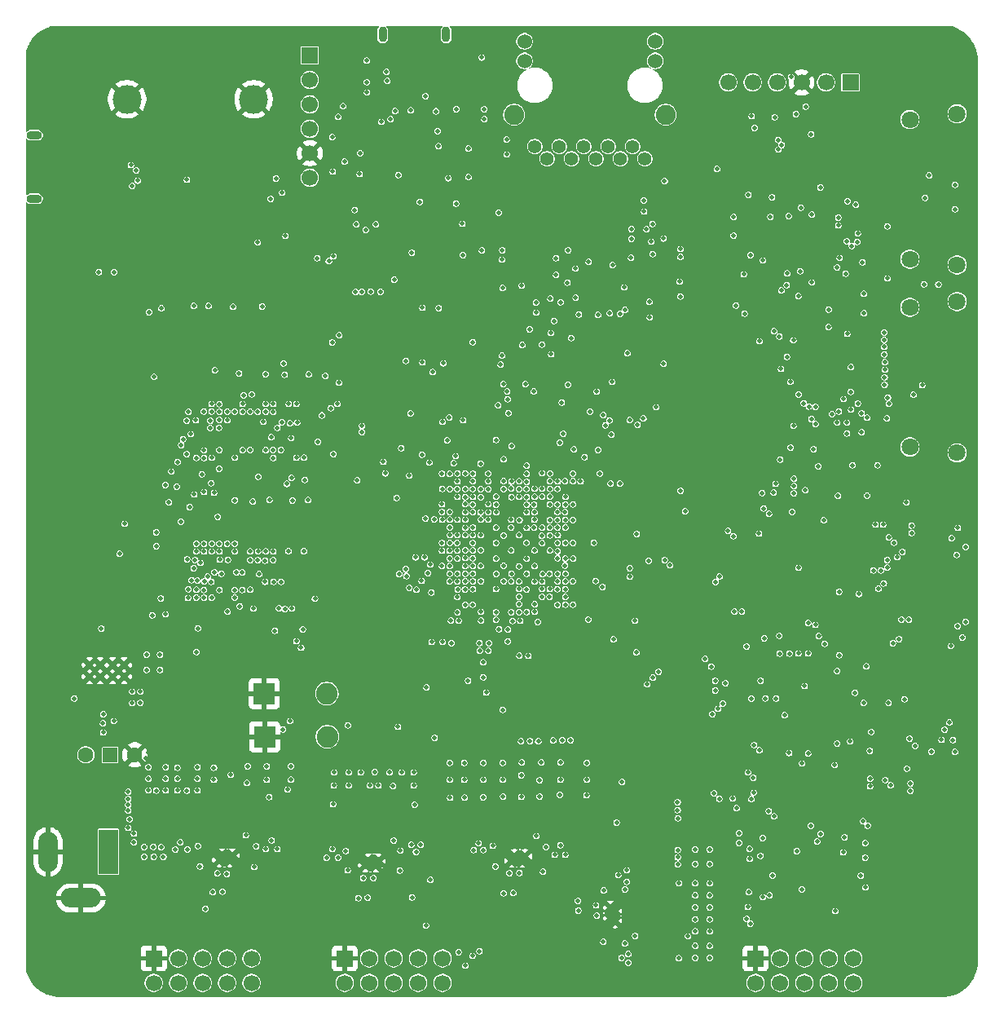
<source format=gbr>
%TF.GenerationSoftware,KiCad,Pcbnew,9.0.4*%
%TF.CreationDate,2025-11-16T17:21:23-06:00*%
%TF.ProjectId,zynq_test,7a796e71-5f74-4657-9374-2e6b69636164,rev?*%
%TF.SameCoordinates,Original*%
%TF.FileFunction,Copper,L7,Inr*%
%TF.FilePolarity,Positive*%
%FSLAX46Y46*%
G04 Gerber Fmt 4.6, Leading zero omitted, Abs format (unit mm)*
G04 Created by KiCad (PCBNEW 9.0.4) date 2025-11-16 17:21:23*
%MOMM*%
%LPD*%
G01*
G04 APERTURE LIST*
%TA.AperFunction,ComponentPad*%
%ADD10C,0.499999*%
%TD*%
%TA.AperFunction,ComponentPad*%
%ADD11R,1.700000X1.700000*%
%TD*%
%TA.AperFunction,ComponentPad*%
%ADD12C,1.700000*%
%TD*%
%TA.AperFunction,HeatsinkPad*%
%ADD13C,3.000000*%
%TD*%
%TA.AperFunction,ComponentPad*%
%ADD14C,5.600000*%
%TD*%
%TA.AperFunction,ComponentPad*%
%ADD15R,1.500000X1.500000*%
%TD*%
%TA.AperFunction,ComponentPad*%
%ADD16C,1.600000*%
%TD*%
%TA.AperFunction,ComponentPad*%
%ADD17R,2.250000X2.250000*%
%TD*%
%TA.AperFunction,ComponentPad*%
%ADD18C,2.250000*%
%TD*%
%TA.AperFunction,ComponentPad*%
%ADD19C,0.600000*%
%TD*%
%TA.AperFunction,ComponentPad*%
%ADD20C,1.397000*%
%TD*%
%TA.AperFunction,ComponentPad*%
%ADD21C,1.524000*%
%TD*%
%TA.AperFunction,ComponentPad*%
%ADD22C,2.082800*%
%TD*%
%TA.AperFunction,ComponentPad*%
%ADD23R,2.000000X4.600000*%
%TD*%
%TA.AperFunction,ComponentPad*%
%ADD24O,2.000000X4.200000*%
%TD*%
%TA.AperFunction,ComponentPad*%
%ADD25O,4.200000X2.000000*%
%TD*%
%TA.AperFunction,HeatsinkPad*%
%ADD26O,1.600000X0.900000*%
%TD*%
%TA.AperFunction,HeatsinkPad*%
%ADD27O,0.900000X1.600000*%
%TD*%
%TA.AperFunction,ComponentPad*%
%ADD28C,1.800000*%
%TD*%
%TA.AperFunction,ViaPad*%
%ADD29C,0.480000*%
%TD*%
G04 APERTURE END LIST*
D10*
%TO.N,GND*%
%TO.C,U1403*%
X139210001Y-126800000D03*
X139210001Y-127350001D03*
X139210001Y-127900000D03*
X139660000Y-127075001D03*
X139660000Y-127625002D03*
X139660000Y-128175001D03*
%TD*%
D11*
%TO.N,GND*%
%TO.C,J1302*%
X154280000Y-132060000D03*
D12*
%TO.N,+5V*%
X154280000Y-134600000D03*
%TO.N,/GPIO/GPIO0.OUT.15*%
X156820000Y-132060000D03*
%TO.N,/GPIO/GPIO0.OUT.21*%
X156820000Y-134600000D03*
%TO.N,/GPIO/GPIO2.OUT.6*%
X159360000Y-132060000D03*
%TO.N,/GPIO/GPIO1.OUT.9*%
X159360000Y-134600000D03*
%TO.N,unconnected-(J1302-Pin_7-Pad7)*%
X161900000Y-132060000D03*
%TO.N,unconnected-(J1302-Pin_8-Pad8)*%
X161900000Y-134600000D03*
%TO.N,unconnected-(J1302-Pin_9-Pad9)*%
X164440000Y-132060000D03*
%TO.N,unconnected-(J1302-Pin_10-Pad10)*%
X164440000Y-134600000D03*
%TD*%
D13*
%TO.N,GND*%
%TO.C,J1001*%
X102120000Y-42840000D03*
X88980000Y-42840000D03*
%TD*%
D14*
%TO.N,GND*%
%TO.C,H101*%
X82060000Y-38820000D03*
%TD*%
D11*
%TO.N,/Programmer/JTAG.Z.TMS.C*%
%TO.C,J701*%
X107970000Y-38280000D03*
D12*
%TO.N,/Programmer/JTAG.Z.TDI.C*%
X107970000Y-40820000D03*
%TO.N,/Programmer/JTAG.Z.TDO.C*%
X107970000Y-43360000D03*
%TO.N,/Programmer/JTAG.Z.CLK.C*%
X107970000Y-45900000D03*
%TO.N,GND*%
X107970000Y-48440000D03*
%TO.N,unconnected-(J701-Pin_6-Pad6)*%
X107970000Y-50980000D03*
%TD*%
D15*
%TO.N,Net-(SW1401-C)*%
%TO.C,SW1401*%
X87240000Y-110920000D03*
D16*
%TO.N,/Power/V_{in}*%
X84700000Y-110920000D03*
%TO.N,GND*%
X89780000Y-110920000D03*
%TD*%
D14*
%TO.N,GND*%
%TO.C,H104*%
X173600000Y-132400000D03*
%TD*%
D17*
%TO.N,GND*%
%TO.C,SW602*%
X103230000Y-104570000D03*
D18*
%TO.N,/Zynq PWR+JTAG/PROG*%
X109730000Y-104570000D03*
%TD*%
D10*
%TO.N,GND*%
%TO.C,U1401*%
X128939999Y-121899999D03*
X129490000Y-121899999D03*
X130039999Y-121899999D03*
X129215000Y-121450000D03*
X129765001Y-121450000D03*
X130315000Y-121450000D03*
%TD*%
%TO.N,GND*%
%TO.C,U1405*%
X98560000Y-121830000D03*
X99110001Y-121830000D03*
X99660000Y-121830000D03*
X98835001Y-121380001D03*
X99385002Y-121380001D03*
X99935001Y-121380001D03*
%TD*%
D17*
%TO.N,GND*%
%TO.C,SW601*%
X103290000Y-109050000D03*
D18*
%TO.N,/Zynq PWR+JTAG/PS_RST*%
X109790000Y-109050000D03*
%TD*%
D14*
%TO.N,GND*%
%TO.C,H103*%
X82060000Y-132400000D03*
%TD*%
D19*
%TO.N,GND*%
%TO.C,U501*%
X88680000Y-101580000D03*
X87480000Y-101580000D03*
X86180000Y-101580000D03*
X85080000Y-101580000D03*
X88680000Y-102780000D03*
X87480000Y-102780000D03*
X86180000Y-102780000D03*
X85080000Y-102780000D03*
%TD*%
D11*
%TO.N,GND*%
%TO.C,J1402*%
X91750000Y-132060000D03*
D12*
%TO.N,+5V*%
X91750000Y-134600000D03*
%TO.N,/Power/3V3_sense*%
X94290000Y-132060000D03*
%TO.N,+3V3*%
X94290000Y-134600000D03*
%TO.N,/Power/1V35_sense*%
X96830000Y-132060000D03*
%TO.N,+1V35*%
X96830000Y-134600000D03*
%TO.N,/Power/1V0_sense*%
X99370000Y-132060000D03*
%TO.N,+1V0*%
X99370000Y-134600000D03*
%TO.N,/Power/1V8_sense*%
X101910000Y-132060000D03*
%TO.N,+1V8*%
X101910000Y-134600000D03*
%TD*%
D20*
%TO.N,/ETHERNET/ETH_TX1_P*%
%TO.C,J1101*%
X131348400Y-47742801D03*
%TO.N,/ETHERNET/ETH_TX1_N*%
X132618400Y-49012801D03*
%TO.N,/ETHERNET/ETH_TX2_P*%
X133888400Y-47742801D03*
%TO.N,/ETHERNET/ETH_TX2_N*%
X135158400Y-49012801D03*
%TO.N,Net-(J1101-TRCT1)*%
X136428400Y-47742801D03*
X137698400Y-49012801D03*
%TO.N,/ETHERNET/ETH_TX3_P*%
X138968400Y-47742801D03*
%TO.N,/ETHERNET/ETH_TX3_N*%
X140238400Y-49012801D03*
%TO.N,/ETHERNET/ETH_TX4_P*%
X141508400Y-47742801D03*
%TO.N,/ETHERNET/ETH_TX4_N*%
X142778400Y-49012801D03*
D21*
%TO.N,+3V3*%
X143857900Y-38852801D03*
%TO.N,/ETHERNET/LED1*%
X143857900Y-36820801D03*
%TO.N,+3V3*%
X130268900Y-38852801D03*
%TO.N,/ETHERNET/LED2*%
X130268900Y-36820801D03*
D22*
%TO.N,Net-(C1122-Pad1)*%
X144937400Y-44440801D03*
X129189400Y-44440801D03*
%TD*%
D23*
%TO.N,/Power/V_{in}*%
%TO.C,J1401*%
X87070000Y-120990000D03*
D24*
%TO.N,GND*%
X80770000Y-120990000D03*
D25*
X84170000Y-125790000D03*
%TD*%
D14*
%TO.N,GND*%
%TO.C,H102*%
X173600000Y-38820000D03*
%TD*%
D11*
%TO.N,+3V3*%
%TO.C,J1303*%
X164130000Y-41100000D03*
D12*
%TO.N,+1V8*%
X161590000Y-41100000D03*
%TO.N,GND*%
X159050000Y-41100000D03*
%TO.N,/GPIO/MIO1.49*%
X156510000Y-41100000D03*
%TO.N,/GPIO/MIO1.50*%
X153970000Y-41100000D03*
%TO.N,/GPIO/MIO1.48*%
X151430000Y-41100000D03*
%TD*%
D26*
%TO.N,unconnected-(J1002-Shield-Pad6)_2*%
%TO.C,J1002*%
X79325000Y-46580000D03*
%TO.N,unconnected-(J1002-Shield-Pad6)_1*%
X79325000Y-53180000D03*
%TD*%
D11*
%TO.N,GND*%
%TO.C,J1301*%
X111600000Y-132060000D03*
D12*
%TO.N,+3V3*%
X111600000Y-134600000D03*
%TO.N,/GPIO/GPIO0.OUT.16*%
X114140000Y-132060000D03*
%TO.N,/GPIO/GPIO0.OUT.8*%
X114140000Y-134600000D03*
%TO.N,/GPIO/GPIO0.OUT.7*%
X116680000Y-132060000D03*
%TO.N,/GPIO/GPIO0.OUT.19*%
X116680000Y-134600000D03*
%TO.N,/GPIO/GPIO0.OUT.23*%
X119220000Y-132060000D03*
%TO.N,/GPIO/GPIO0.OUT.11*%
X119220000Y-134600000D03*
%TO.N,/GPIO/GPIO0.OUT.5*%
X121760000Y-132060000D03*
%TO.N,/GPIO/GPIO0.OUT.6*%
X121760000Y-134600000D03*
%TD*%
D27*
%TO.N,unconnected-(J702-Shield-Pad6)_4*%
%TO.C,J702*%
X122130000Y-36115000D03*
%TO.N,unconnected-(J702-Shield-Pad6)_5*%
X115530000Y-36115000D03*
%TD*%
D28*
%TO.N,/HDMI/HDMI_SHIELD*%
%TO.C,J801*%
X175210000Y-79550000D03*
X170310000Y-78950000D03*
X170310000Y-64450000D03*
X175210000Y-63850000D03*
%TD*%
D10*
%TO.N,GND*%
%TO.C,U1402*%
X113735001Y-122369999D03*
X114285002Y-122369999D03*
X114835001Y-122369999D03*
X114010002Y-121920000D03*
X114560003Y-121920000D03*
X115110002Y-121920000D03*
%TD*%
D28*
%TO.N,/HDMI/HDMI_SHIELD*%
%TO.C,J802*%
X175210000Y-60050000D03*
X170310000Y-59450000D03*
X170310000Y-44950000D03*
X175210000Y-44350000D03*
%TD*%
D29*
%TO.N,GND*%
X90000000Y-114250000D03*
X90000000Y-117000000D03*
%TO.N,+5V*%
X89100000Y-116100000D03*
X89700000Y-120000000D03*
X89700000Y-119100000D03*
X89100000Y-118500000D03*
%TO.N,+3V3*%
X91200000Y-112200000D03*
X93000000Y-112200000D03*
X93000000Y-113400000D03*
X91200000Y-114600000D03*
X93000000Y-114600000D03*
X96300000Y-114600000D03*
X94200000Y-114600000D03*
X91200000Y-113400000D03*
%TO.N,GND*%
X91200000Y-110700000D03*
X90000000Y-112750000D03*
X90000000Y-115000000D03*
X90000000Y-115750000D03*
X90000000Y-116400000D03*
X90000000Y-118200000D03*
X90300000Y-118800000D03*
X103400000Y-55500000D03*
X105700000Y-56000000D03*
X106600000Y-55000000D03*
%TO.N,/Cameras/CAM_RX.0.CAM_CLK_N*%
X141200000Y-91540000D03*
X144824228Y-90684228D03*
X135300000Y-88900000D03*
%TO.N,/Cameras/CAM_RX.0.CAM_CLK_P*%
X134510000Y-88910000D03*
X141200000Y-92420000D03*
X145375772Y-91235772D03*
%TO.N,/Cameras/CAM_RX.0.CAM_D0_N*%
X155114228Y-85324228D03*
%TO.N,/Cameras/CAM_RX.0.I2C_CLK*%
X149020000Y-100950000D03*
X133725000Y-89775000D03*
%TO.N,Net-(J801-SDA)*%
X160490000Y-74770000D03*
X164890000Y-74430000D03*
X168120000Y-74460000D03*
%TO.N,/Zynq Dram/DDR_L0.4*%
X107360000Y-80060000D03*
X123270000Y-83310000D03*
%TO.N,/Zynq Dram/DDR_L1.10*%
X122490000Y-85690000D03*
X104170000Y-74470000D03*
%TO.N,/Cameras/CAM_RX.0.CAM_D0_P*%
X155665772Y-85875772D03*
%TO.N,+1V8*%
X135290000Y-92900000D03*
X165860000Y-84010000D03*
X153350000Y-127950000D03*
X139510588Y-98920589D03*
X135920000Y-65180000D03*
X164600000Y-104470000D03*
X115300000Y-62840000D03*
X143597017Y-102907017D03*
X165660000Y-121580000D03*
X159730000Y-110770000D03*
X154630000Y-87930000D03*
X153650000Y-121710000D03*
X149500000Y-132000000D03*
X148000000Y-129250000D03*
X146190000Y-121550000D03*
X138500000Y-125000000D03*
X163380000Y-121040000D03*
X127300000Y-87310000D03*
X162750000Y-109740000D03*
X129690000Y-94500000D03*
X162960000Y-100570000D03*
X120020000Y-128650000D03*
X148000000Y-125500000D03*
X128110000Y-92890000D03*
X147250000Y-129750000D03*
X140960000Y-69210000D03*
X129710000Y-88110000D03*
X135810000Y-126090000D03*
X159370000Y-103770000D03*
X150357017Y-106147017D03*
X148000000Y-122250000D03*
X149500000Y-129250000D03*
X135860000Y-127090000D03*
X155170000Y-98810000D03*
X146190000Y-120800000D03*
X112780000Y-55820000D03*
X165500000Y-105520000D03*
X133330000Y-65860000D03*
X133700000Y-95340000D03*
X135320000Y-90540000D03*
X126512966Y-84886573D03*
X148000000Y-126750000D03*
X131460000Y-63950000D03*
X164340000Y-80840000D03*
X143280000Y-65490000D03*
X132900000Y-84100000D03*
X146190000Y-122300000D03*
X113360000Y-62830000D03*
X127960000Y-58520000D03*
X155300000Y-105050000D03*
X112710000Y-62850000D03*
X150080000Y-103220000D03*
X165660000Y-120090000D03*
X137075000Y-75270000D03*
X149500000Y-126750000D03*
X146200000Y-117500000D03*
X149500000Y-122250000D03*
X131320000Y-95290000D03*
X156770000Y-100400000D03*
X144200000Y-102280000D03*
X163530000Y-119470000D03*
X128890000Y-89690000D03*
X162840000Y-84010000D03*
X148000000Y-120750000D03*
X158550000Y-120920000D03*
X146370000Y-61780000D03*
X146300000Y-132050000D03*
X127300000Y-88910000D03*
X128530000Y-99130000D03*
X128100000Y-88140000D03*
X128005000Y-106240000D03*
X146175000Y-116650000D03*
X136900000Y-96880000D03*
X128910000Y-92100000D03*
X127320000Y-85730000D03*
X128100000Y-91290000D03*
X155020000Y-119560000D03*
X146175000Y-115825000D03*
X150270000Y-50070000D03*
X157770000Y-110720000D03*
X132920000Y-81700000D03*
X127910000Y-59480000D03*
X140620000Y-62360000D03*
X156410000Y-105060000D03*
X162490000Y-111970000D03*
X146320000Y-124250000D03*
X135590000Y-63450000D03*
X137770000Y-73210000D03*
X127300000Y-93700000D03*
X127310000Y-90540000D03*
X160050000Y-46470000D03*
X128540000Y-97900000D03*
X150860000Y-105590000D03*
X148000000Y-124250000D03*
X148000000Y-128000000D03*
X164100000Y-109520000D03*
X153840000Y-105070000D03*
X158070000Y-85670000D03*
X159740000Y-100380000D03*
X154790000Y-121410000D03*
X159740000Y-97230000D03*
X157300000Y-106800000D03*
X165010000Y-94210000D03*
X139120000Y-65050000D03*
X152550000Y-119040000D03*
X129690000Y-84130000D03*
X125740000Y-96060000D03*
X133040000Y-69310000D03*
X149500000Y-124250000D03*
X156040000Y-123460000D03*
X135120000Y-67630000D03*
X114820000Y-55820000D03*
X128000000Y-62430000D03*
X149500000Y-120750000D03*
X132150000Y-92150000D03*
X129700000Y-91340000D03*
X148000000Y-132000000D03*
X151150000Y-103480000D03*
X130500800Y-80890000D03*
X114280000Y-62800000D03*
X149500000Y-130750000D03*
X148000000Y-130750000D03*
X143010000Y-103590000D03*
X125980000Y-102855000D03*
X149500000Y-125500000D03*
X149500000Y-128000000D03*
X144820000Y-51330000D03*
X149790000Y-106690000D03*
X165780000Y-101740000D03*
%TO.N,/Cameras/CAM_RX.0.I2C_SDA*%
X134500000Y-90540000D03*
X149660000Y-101750000D03*
%TO.N,/Cameras/CAM_RX.0.CAM_D1_N*%
X151414228Y-87654228D03*
%TO.N,/Cameras/CAM_RX.0.CAM_D1_P*%
X151965772Y-88205772D03*
%TO.N,/Zynq Dram/DDR_CTR.WE*%
X95960000Y-83880000D03*
X99380000Y-75290000D03*
X124100000Y-90480000D03*
X98520000Y-76960000D03*
X99450000Y-90670000D03*
%TO.N,/Cameras/CAM_RX.1.CAM_D1_P*%
X154035772Y-113285772D03*
%TO.N,/Zynq Dram/DDR_L1.DQS_P*%
X121690000Y-85690000D03*
X104150000Y-75310000D03*
%TO.N,/Cameras/CAM_RX.1.CAM_D0_P*%
X154675772Y-110445772D03*
%TO.N,/Cameras/CAM_RX.1.CAM_D0_N*%
X154124228Y-109894228D03*
%TO.N,/Cameras/CAM_RX.1.I2C_CLK*%
X151900000Y-115450000D03*
X132090000Y-93700000D03*
%TO.N,/Cameras/CAM_RX.1.CAM_D1_N*%
X153484228Y-112734228D03*
%TO.N,/Cameras/CAM_RX.1.CAM_CLK_P*%
X132100000Y-94500000D03*
X150505772Y-115465772D03*
X155654228Y-116754228D03*
%TO.N,/Cameras/CAM_RX.1.I2C_SDA*%
X132890000Y-93700000D03*
X152300000Y-116450000D03*
%TO.N,/Cameras/CAM_RX.1.CAM_CLK_N*%
X156205772Y-117305772D03*
X149954228Y-114914228D03*
X132880000Y-94490000D03*
%TO.N,/Cameras/CAM_TX.2.I2C_CLK*%
X133680000Y-93710000D03*
X154800000Y-103210000D03*
%TO.N,+3V3*%
X124440000Y-47960000D03*
X158910000Y-60690000D03*
X109940000Y-59630000D03*
X124450000Y-50910000D03*
X161000000Y-51990000D03*
X106000000Y-112100000D03*
X116000000Y-40930000D03*
X169990000Y-112350000D03*
X95910000Y-64300000D03*
X119670000Y-64490000D03*
X156989112Y-47584960D03*
X86475000Y-107650000D03*
X169180000Y-98890000D03*
X163630000Y-60940000D03*
X103750000Y-115300000D03*
X101500000Y-112100000D03*
X156150000Y-83690000D03*
X125830000Y-38500000D03*
X153050000Y-61020000D03*
X95200000Y-114625000D03*
X163801751Y-67188249D03*
X134508248Y-87310000D03*
X126100000Y-44900000D03*
X154170000Y-45810000D03*
X151990000Y-57000000D03*
X124910000Y-81720000D03*
X99990000Y-64400000D03*
X153540000Y-52760000D03*
X165380000Y-59770000D03*
X163770000Y-77540000D03*
X166940000Y-80840000D03*
X160110000Y-61850000D03*
X87600000Y-107400000D03*
X153740000Y-59020000D03*
X97130000Y-126910000D03*
X94200000Y-113400000D03*
X168540000Y-99320000D03*
X112630000Y-54337500D03*
X168100000Y-105520000D03*
X135310000Y-84900000D03*
X143170000Y-90750000D03*
X126080000Y-43870000D03*
X120730000Y-71180000D03*
X124900000Y-91300000D03*
X110430000Y-59140000D03*
X94200000Y-112250000D03*
X98000000Y-112250000D03*
X125710000Y-83330000D03*
X96300000Y-113400000D03*
X105900000Y-107400000D03*
X98890000Y-125120000D03*
X106000000Y-113500000D03*
X158470000Y-44380000D03*
X137460000Y-88890000D03*
X103500000Y-113500000D03*
X158250000Y-83750000D03*
X110280000Y-68080000D03*
X158275000Y-83000000D03*
X97880000Y-125170000D03*
X164160000Y-73220000D03*
X95200000Y-51190000D03*
X155820000Y-55040000D03*
X115920000Y-39990000D03*
X92000000Y-114625000D03*
X128405000Y-47020000D03*
X141370000Y-57330000D03*
X136100000Y-82510000D03*
X119670000Y-70150000D03*
X164180000Y-70650000D03*
X119400000Y-53500000D03*
X152240000Y-64250000D03*
X133710000Y-90500000D03*
X121360000Y-64530000D03*
X162870000Y-55930000D03*
X96560000Y-122500000D03*
X146950000Y-85620000D03*
X124920000Y-92890000D03*
X111010000Y-67340000D03*
X156832500Y-80250000D03*
X146490000Y-83490000D03*
X99750000Y-113000000D03*
X141940000Y-87970000D03*
X127585000Y-54630000D03*
X105640000Y-114520000D03*
X158200000Y-67860000D03*
X142650000Y-53350000D03*
X165530000Y-65050000D03*
X124920000Y-93710000D03*
X97440000Y-64300000D03*
X155980000Y-53000000D03*
X142700000Y-54500000D03*
X86500000Y-106700000D03*
X101430000Y-113840000D03*
X142940000Y-56330000D03*
X115390000Y-45180000D03*
X128415000Y-48570000D03*
X96300000Y-112200000D03*
X86050000Y-60780000D03*
X160300000Y-79180000D03*
X158210000Y-76750000D03*
X132110000Y-87320000D03*
X121840000Y-70250000D03*
X163760000Y-76410000D03*
X124900000Y-88900000D03*
X103500000Y-112100000D03*
X110280000Y-46760000D03*
X124900000Y-90500000D03*
X161850000Y-66490000D03*
X113140000Y-50590000D03*
X98000000Y-113500000D03*
X139230000Y-82740000D03*
X165520000Y-63040000D03*
X158250000Y-82250000D03*
X151990000Y-55060000D03*
X110350000Y-50340000D03*
X102550000Y-57700000D03*
X163830000Y-53430000D03*
X159275000Y-74405000D03*
X86500000Y-108600000D03*
%TO.N,/Cameras/CAM_TX.2.I2C_SDA*%
X134505000Y-94525000D03*
X150080000Y-104240000D03*
%TO.N,/HDMI/RX.D1+*%
X167650000Y-68550000D03*
%TO.N,/Zynq Dram/DDR_L1.DM*%
X104950000Y-79260000D03*
X116970000Y-84240000D03*
%TO.N,Net-(J801-SCL)*%
X168020000Y-73820000D03*
X163420000Y-73970000D03*
X159810000Y-74740000D03*
%TO.N,/HDMI/RX.D1-*%
X167650000Y-69330000D03*
%TO.N,/HDMI/RX.CK+*%
X167680000Y-71710000D03*
%TO.N,/HDMI/HDMI.EN*%
X155030000Y-59570000D03*
X132920000Y-89690000D03*
X161870000Y-64680000D03*
%TO.N,/HDMI/HDMI_SHIELD*%
X171770000Y-62050000D03*
X173270000Y-62060000D03*
%TO.N,/HDMI/RX.D2-*%
X167640000Y-67840000D03*
%TO.N,/HDMI/RX_UTIL*%
X170680000Y-73520000D03*
%TO.N,Net-(J801-HPD)*%
X167920000Y-75970000D03*
X165860000Y-75920000D03*
X157890000Y-72180000D03*
%TO.N,/HDMI/RX_CEC*%
X171580000Y-72520000D03*
%TO.N,/HDMI/RX.D2+*%
X167640000Y-67060000D03*
%TO.N,/HDMI/RX.CK-*%
X167680000Y-72490000D03*
%TO.N,/HDMI/RX.D0-*%
X167710000Y-70920000D03*
%TO.N,/Zynq Dram/DDR_L2.DM*%
X104200000Y-92946515D03*
X118300000Y-93560000D03*
%TO.N,/USB_OTG/USB0.STP*%
X132900000Y-82500000D03*
X128590000Y-75430000D03*
%TO.N,/Boot/SD0.CMD*%
X134480000Y-82500000D03*
X142620000Y-75970000D03*
%TO.N,+1V0*%
X133250000Y-109425000D03*
X128000000Y-113500000D03*
X128880000Y-87300000D03*
X127250000Y-122500000D03*
X130470000Y-88880000D03*
X136750000Y-111750000D03*
X126510000Y-85730000D03*
X130840000Y-109485000D03*
X122540000Y-115370000D03*
X128050000Y-115250000D03*
X122500000Y-113500000D03*
X130500000Y-92110000D03*
X125720000Y-91310000D03*
X136700000Y-115115000D03*
X131310000Y-89700000D03*
X129100000Y-125260000D03*
X122500000Y-111750000D03*
X127320000Y-92120000D03*
X129750000Y-86530000D03*
X130510000Y-87340000D03*
X124000000Y-113500000D03*
X135050000Y-109400000D03*
X131700000Y-109500000D03*
X130490000Y-93730000D03*
X131310000Y-92930000D03*
X129930000Y-113030000D03*
X136750000Y-113500000D03*
X128100000Y-125290000D03*
X126000000Y-113500000D03*
X125980000Y-115330000D03*
X131840000Y-113540000D03*
X134000000Y-113500000D03*
X131320000Y-91320000D03*
X134000000Y-111700000D03*
X132000000Y-111700000D03*
X125750000Y-92880000D03*
X124000000Y-111750000D03*
X128890000Y-86500000D03*
X128000000Y-111750000D03*
X134180000Y-109395000D03*
X130000000Y-111700000D03*
X125740000Y-86490000D03*
X129900000Y-109500000D03*
X125730000Y-89670000D03*
X129730000Y-100615000D03*
X129930000Y-115280000D03*
X124040000Y-115370000D03*
X130680000Y-100630000D03*
X126000000Y-111750000D03*
X133940000Y-115070000D03*
X130510000Y-90550000D03*
X130510000Y-85740000D03*
X125720000Y-88100000D03*
%TO.N,/Zynq Dram/DDR_CTR.CLK_N*%
X100350000Y-91950000D03*
X100980000Y-79280000D03*
X100960000Y-93790000D03*
X122480000Y-89720000D03*
%TO.N,/Zynq Dram/DDR_L0.6*%
X117465000Y-79065000D03*
X106650000Y-76410000D03*
%TO.N,/Boot/QSPI0.SS-B*%
X123900000Y-76170000D03*
%TO.N,/Zynq Dram/DDR_L0.5*%
X108800000Y-78410000D03*
X115610000Y-80490000D03*
%TO.N,/Zynq Dram/DDR_L0.0*%
X106040000Y-78020000D03*
X123300000Y-82520000D03*
%TO.N,/Zynq Dram/DDR_L2.DQS_P*%
X104160000Y-90700000D03*
X120230000Y-92043485D03*
%TO.N,/USB_OTG/USB0.DATA-7*%
X135300000Y-82500000D03*
X130040000Y-68350000D03*
%TO.N,/Boot/QSPI0.IO-1*%
X124900000Y-83310000D03*
X122230000Y-78260000D03*
X117957278Y-70002722D03*
X105440000Y-57040000D03*
%TO.N,/USB_OTG/USB0.DATA-2*%
X127800000Y-70390000D03*
X130350000Y-72430000D03*
%TO.N,/Zynq Dram/DDR_CTR.CAS*%
X97620000Y-76980000D03*
X100970000Y-75270000D03*
X98050000Y-91950000D03*
X94570000Y-86690000D03*
X124100000Y-92110000D03*
X102700000Y-92150000D03*
%TO.N,/Zynq Dram/DDR_CTR.CLK_P*%
X100950000Y-91970000D03*
X101770000Y-93780000D03*
X101760000Y-79270000D03*
X121690000Y-89720000D03*
%TO.N,/Zynq Mio/ETH0.TX-CLK.Z*%
X136510000Y-80000000D03*
%TO.N,/Boot/SD0.DATA-0*%
X142020000Y-76630000D03*
X130499200Y-84148116D03*
%TO.N,/USB_OTG/USB0.DIR*%
X130501400Y-82548784D03*
X127540000Y-74610000D03*
%TO.N,/Zynq Dram/DDR_CTR.CS*%
X100150000Y-75270000D03*
X120460000Y-91150000D03*
X98010000Y-83710000D03*
X100170000Y-89800000D03*
%TO.N,/USB_OTG/USB0.DATA-3*%
X118570000Y-58760000D03*
X130500000Y-84930000D03*
%TO.N,/Programmer/JTAG.Z.TDO*%
X113890000Y-41060000D03*
X123870000Y-59020000D03*
X124880000Y-84920000D03*
X110910000Y-44670000D03*
%TO.N,/Zynq Dram/DDR_ADDR4*%
X123300000Y-90530000D03*
X88710000Y-86920000D03*
X97760000Y-94590000D03*
X96970000Y-80080000D03*
X96980000Y-94580000D03*
%TO.N,/Zynq Mio/SD0.CLK.Z*%
X139300000Y-77670000D03*
X132099999Y-83272770D03*
%TO.N,Net-(U202G-PS_DDR_VRN_502)*%
X124920000Y-85710000D03*
%TO.N,/Boot/QSPI0.IO-0*%
X92540000Y-64550000D03*
X126510000Y-81700000D03*
%TO.N,/Boot/SD0.DATA-3*%
X141200000Y-76150000D03*
X132099999Y-81672770D03*
%TO.N,/USB_OTG/USB0.DATA-1*%
X128060000Y-72420800D03*
X132910000Y-83300000D03*
%TO.N,/Boot/SD0.DATA-2*%
X131260000Y-84930000D03*
X144730000Y-70310000D03*
%TO.N,/Zynq Dram/DDR_L3.25*%
X120620000Y-99190000D03*
X122636821Y-96971529D03*
%TO.N,/Programmer/JTAG.Z.TMS*%
X123150000Y-53670000D03*
X124900000Y-88100000D03*
X113870000Y-38830000D03*
%TO.N,/Zynq Dram/DDR_L1.15*%
X112890000Y-82410000D03*
X104600000Y-76960000D03*
%TO.N,/Zynq Dram/DDR_ADDR5*%
X121700000Y-88910000D03*
X97780000Y-89790000D03*
X97750000Y-75260000D03*
X96970000Y-88990000D03*
%TO.N,/Zynq Dram/DDR_L3.29*%
X122680000Y-99320000D03*
X123310000Y-96128160D03*
%TO.N,/Zynq Dram/DDR_L2.17*%
X122503485Y-92096515D03*
X102570000Y-90690000D03*
%TO.N,/USB_OTG/USB0.DATA-0*%
X131230000Y-73180000D03*
X128470800Y-73180000D03*
%TO.N,/Zynq Mio/ETH0.TX-CTL.Z*%
X135400000Y-79200000D03*
X131300000Y-85720000D03*
%TO.N,/USB_OTG/USB0.DATA-4*%
X127930000Y-69460000D03*
X133720000Y-82510000D03*
%TO.N,/Boot/SD0.DATA-1*%
X128100800Y-80225000D03*
X143950000Y-74810000D03*
%TO.N,/Zynq Dram/DDR_ADDR2*%
X96610000Y-90980000D03*
X97640000Y-76210000D03*
X122490000Y-90520000D03*
%TO.N,/Programmer/JTAG.Z.CLK*%
X113900000Y-42120000D03*
X127310000Y-84920000D03*
%TO.N,/Boot/QSPI0.IO-3*%
X122460000Y-75880000D03*
X91250000Y-64950000D03*
%TO.N,/Zynq Dram/DDR_L0.DQS_P*%
X113380000Y-76755000D03*
X122500000Y-81730000D03*
%TO.N,Net-(U202G-PS_DDR_VRP_502)*%
X124100000Y-87340000D03*
%TO.N,/USB_OTG/USB0.DATA-6*%
X131318161Y-84128161D03*
X128910800Y-78846279D03*
%TO.N,+1V35*%
X105770000Y-74470000D03*
X116250000Y-112750000D03*
X110420000Y-79680000D03*
X113000000Y-125800000D03*
X103360000Y-71380000D03*
X114700000Y-112700000D03*
X102580000Y-89790000D03*
X106150000Y-84500000D03*
X113250000Y-112750000D03*
X118850000Y-116100000D03*
X124100000Y-92900000D03*
X120590244Y-94059000D03*
X122900000Y-80630000D03*
X110380000Y-116050000D03*
X109573517Y-71566483D03*
X115100000Y-114100000D03*
X103320000Y-92940000D03*
X124100000Y-86500000D03*
X102100000Y-95720000D03*
X105370000Y-95770000D03*
X112000000Y-114100000D03*
X114200000Y-114100000D03*
X111900000Y-122900000D03*
X91000000Y-102100000D03*
X116620000Y-114170000D03*
X106110000Y-95730000D03*
X92400000Y-102100000D03*
X103380000Y-79280000D03*
X110450000Y-114100000D03*
X101770000Y-89800000D03*
X94130000Y-83080000D03*
X108500000Y-94700000D03*
X96340000Y-97780000D03*
X100610000Y-71300000D03*
X121720000Y-83300000D03*
X83485000Y-105060000D03*
X105350000Y-71440000D03*
X98400000Y-86190000D03*
X124910000Y-84130000D03*
X98090000Y-70990000D03*
X107860000Y-71410000D03*
X113970000Y-125750000D03*
X92000000Y-87800000D03*
X92980000Y-96320000D03*
X105230000Y-70270000D03*
X97720000Y-82700000D03*
X106050000Y-82150000D03*
X100180000Y-80060000D03*
X118750000Y-112750000D03*
X107450000Y-82360000D03*
X112000000Y-112750000D03*
X110500000Y-112750000D03*
X102600000Y-82040000D03*
X92400000Y-100500000D03*
X91780000Y-71670000D03*
X100160000Y-94590000D03*
X107340000Y-89770000D03*
X118750000Y-114100000D03*
X105580000Y-82780000D03*
X107780000Y-84470000D03*
X121690000Y-91300000D03*
X118420000Y-75470000D03*
X105750000Y-89770000D03*
X124100000Y-95340000D03*
X103770000Y-84450000D03*
X91000000Y-100500000D03*
X117500000Y-112750000D03*
X123260000Y-88920000D03*
X104750000Y-95710000D03*
X119980000Y-86380000D03*
X91590000Y-96430000D03*
X110840000Y-74470000D03*
%TO.N,/Zynq Dram/DDR_ADDR9*%
X96130000Y-76170000D03*
X96970000Y-89800000D03*
X122500000Y-87296515D03*
X96160000Y-89790000D03*
%TO.N,/Zynq Dram/DDR_L2.22*%
X104970000Y-92950000D03*
X119040000Y-93770000D03*
%TO.N,/Zynq Dram/DDR_CTR.ODT*%
X100180000Y-88990000D03*
X124100000Y-91313485D03*
X101092500Y-73567500D03*
X100970000Y-74470000D03*
X100180000Y-84490000D03*
%TO.N,/Zynq Dram/DDR_L1.14*%
X104170000Y-80090000D03*
X120880000Y-86460000D03*
%TO.N,GND*%
X92750000Y-118750000D03*
X130450000Y-89670000D03*
X109500000Y-119500000D03*
X160990000Y-72930000D03*
X111690000Y-75950000D03*
X115390000Y-46140000D03*
X102140000Y-71530000D03*
X108053485Y-95583485D03*
X139750000Y-133500000D03*
X151990000Y-58020000D03*
X108250000Y-118000000D03*
X149750000Y-119750000D03*
X124000000Y-121750000D03*
X158370000Y-101620000D03*
X160680000Y-58577500D03*
X167950000Y-47950000D03*
X156387500Y-82062500D03*
X165820000Y-92080000D03*
X142000000Y-131750000D03*
X119990000Y-40040000D03*
X129690000Y-88900000D03*
X133400000Y-106450000D03*
X139540000Y-63990000D03*
X125720000Y-84955145D03*
X112060000Y-40520000D03*
X96250000Y-124500000D03*
X124000000Y-123250000D03*
X154810000Y-113200000D03*
X130950000Y-56600000D03*
X136000000Y-120250000D03*
X144250000Y-133500000D03*
X165970000Y-94210000D03*
X131650000Y-59640000D03*
X86000000Y-91000000D03*
X122030000Y-44040000D03*
X125710000Y-82530000D03*
X163830000Y-54520000D03*
X139910000Y-76010000D03*
X176200000Y-90990000D03*
X170130000Y-82775000D03*
X104390000Y-71420000D03*
X128120000Y-85660000D03*
X132100000Y-90530000D03*
X169800000Y-89170000D03*
X127750000Y-119500000D03*
X85760000Y-116940000D03*
X159690000Y-91490000D03*
X155340000Y-109970000D03*
X104970000Y-93780000D03*
X139540000Y-61250000D03*
X95000000Y-118750000D03*
X127300000Y-88100000D03*
X138750000Y-113500000D03*
X124660000Y-100100000D03*
X142750000Y-133500000D03*
X89488244Y-124004194D03*
X151940000Y-108810000D03*
X133750000Y-119500000D03*
X139500000Y-121250000D03*
X124270000Y-50330000D03*
X121090000Y-42190000D03*
X82525000Y-105060000D03*
X123210000Y-73690000D03*
X121250000Y-117250000D03*
X133000000Y-119500000D03*
X160680000Y-57227500D03*
X83030000Y-86800000D03*
X130840000Y-106535000D03*
X133700000Y-91320000D03*
X161900000Y-71070000D03*
X109100000Y-117250000D03*
X168090000Y-68950000D03*
X125055000Y-106240000D03*
X121430000Y-53470000D03*
X153250000Y-49000000D03*
X152780000Y-59020000D03*
X164490000Y-119470000D03*
X153060000Y-107570000D03*
X121250000Y-110500000D03*
X163360000Y-92210000D03*
X144040000Y-90680000D03*
X170260000Y-112970000D03*
X172780000Y-106650000D03*
X141750000Y-123000000D03*
X141250000Y-133500000D03*
X91850000Y-63410000D03*
X130490000Y-92880000D03*
X130500000Y-88110000D03*
X170770000Y-88970000D03*
X118720000Y-49060000D03*
X153250000Y-47500000D03*
X123680000Y-75520000D03*
X83050000Y-86020000D03*
X142000000Y-132500000D03*
X140025000Y-75270000D03*
X131300000Y-92100000D03*
X134850000Y-123670000D03*
X83170000Y-52020000D03*
X150300000Y-102200000D03*
X154500000Y-49000000D03*
X120170000Y-47610000D03*
X117270000Y-46160000D03*
X126967500Y-41187500D03*
X154410000Y-61030000D03*
X147210000Y-93790000D03*
X108750000Y-120250000D03*
X169550000Y-110610000D03*
X95500000Y-124000000D03*
X143175000Y-115775000D03*
X137380000Y-67740000D03*
X161250000Y-83750000D03*
X169837500Y-62050000D03*
X114405000Y-59390000D03*
X117490000Y-44000000D03*
X91750000Y-123250000D03*
X92030000Y-47610000D03*
X167070000Y-86260000D03*
X109100000Y-116500000D03*
X132250000Y-119500000D03*
X167180000Y-48710000D03*
X128100000Y-88910000D03*
X104970000Y-80090000D03*
X92040000Y-45370000D03*
X118250000Y-119500000D03*
X128110000Y-92110000D03*
X124910000Y-94470000D03*
X128100000Y-95330000D03*
X104700000Y-82980000D03*
X95750000Y-118750000D03*
X134510000Y-89730000D03*
X130480000Y-91320000D03*
X136800000Y-62620000D03*
X168000000Y-50940000D03*
X159110000Y-58650000D03*
X156270000Y-85490000D03*
X175160000Y-96770000D03*
X117510000Y-65910000D03*
X110250000Y-119500000D03*
X93565000Y-82515000D03*
X139800000Y-54750000D03*
X127860000Y-60440000D03*
X105090000Y-82150000D03*
X109050000Y-54590000D03*
X148000000Y-133500000D03*
X85000000Y-80000000D03*
X145250000Y-119750000D03*
X154440000Y-84800000D03*
X131310000Y-90490000D03*
X156340000Y-118000000D03*
X107000000Y-118750000D03*
X89500000Y-124750000D03*
X151990000Y-56080000D03*
X168450000Y-114740000D03*
X141750000Y-126000000D03*
X137500000Y-119500000D03*
X161250000Y-82250000D03*
X92620000Y-72750000D03*
X108750000Y-121750000D03*
X160100000Y-115780000D03*
X133550000Y-58310000D03*
X173680000Y-118720000D03*
X138750000Y-117250000D03*
X170560000Y-94750000D03*
X89500000Y-122500000D03*
X170100000Y-103530000D03*
X127310000Y-89720000D03*
X153740000Y-109110000D03*
X120500000Y-121750000D03*
X137575000Y-123250000D03*
X151140000Y-115940000D03*
X84020000Y-97800000D03*
X136800000Y-61250000D03*
X136750000Y-119500000D03*
X115900000Y-61700000D03*
X112655000Y-60265000D03*
X165530000Y-68240000D03*
X123303485Y-91280000D03*
X89400000Y-66120000D03*
X161030000Y-71040000D03*
X138750000Y-118000000D03*
X90900000Y-111300000D03*
X145750000Y-133500000D03*
X138600000Y-67890000D03*
X138750000Y-112000000D03*
X132470000Y-97130000D03*
X155820000Y-54080000D03*
X117550000Y-42560000D03*
X112690000Y-50000000D03*
X160200000Y-114330000D03*
X122518161Y-93728161D03*
X165860000Y-83000000D03*
X94200000Y-66120000D03*
X134510000Y-83310000D03*
X161890000Y-69120000D03*
X161370000Y-61660000D03*
X120250000Y-118750000D03*
X114405000Y-60265000D03*
X134750000Y-132250000D03*
X154050000Y-112140000D03*
X125760000Y-42830000D03*
X160360000Y-86520000D03*
X120250000Y-114250000D03*
X128860000Y-91290000D03*
X138170000Y-61250000D03*
X104750000Y-118750000D03*
X118720000Y-47610000D03*
X85500000Y-112440000D03*
X85120000Y-82200000D03*
X160090000Y-72030000D03*
X165640000Y-71370000D03*
X133690000Y-94470000D03*
X85120000Y-76200000D03*
X129713104Y-81686715D03*
X135214127Y-80655349D03*
X176130000Y-91880000D03*
X103500000Y-123250000D03*
X138250000Y-119500000D03*
X170290000Y-115710000D03*
X104500000Y-123250000D03*
X106250000Y-123250000D03*
X108750000Y-123250000D03*
X156760000Y-99390000D03*
X142500000Y-131250000D03*
X88320000Y-116870000D03*
X129490000Y-99130000D03*
X152460000Y-129780000D03*
X132920000Y-85710000D03*
X120250000Y-117250000D03*
X106250000Y-120250000D03*
X153310000Y-89830000D03*
X108750000Y-119500000D03*
X124750000Y-119500000D03*
X89515577Y-125493810D03*
X109100000Y-113250000D03*
X97900000Y-51650000D03*
X167250000Y-92400000D03*
X120500000Y-122500000D03*
X102940000Y-84490000D03*
X136000000Y-122500000D03*
X137250000Y-121250000D03*
X124110000Y-82490000D03*
X169210000Y-103505000D03*
X169390000Y-86840000D03*
X121250000Y-114250000D03*
X156150000Y-84650000D03*
X103800000Y-66120000D03*
X120250000Y-115000000D03*
X161850000Y-65530000D03*
X165530000Y-66050000D03*
X168070000Y-92750000D03*
X99050000Y-71330000D03*
X106250000Y-125250000D03*
X108640000Y-71550000D03*
X103450000Y-51005000D03*
X85320000Y-69000000D03*
X154860000Y-116690000D03*
X159110000Y-57227500D03*
X152510000Y-126930000D03*
X136000000Y-121000000D03*
X157520000Y-119210000D03*
X85840000Y-44270000D03*
X113530000Y-58515000D03*
X152180000Y-67990000D03*
X136080000Y-95300000D03*
X142750000Y-132000000D03*
X89500000Y-121000000D03*
X129720000Y-84900000D03*
X108750000Y-124250000D03*
X128270000Y-69990000D03*
X131650000Y-106525000D03*
X105360000Y-84490000D03*
X163550000Y-64750000D03*
X152520000Y-87750000D03*
X157500000Y-48580000D03*
X106250000Y-121750000D03*
X145070000Y-105590000D03*
X170210000Y-118640000D03*
X120250000Y-115750000D03*
X130750000Y-103500000D03*
X115230000Y-43900000D03*
X143500000Y-133500000D03*
X89500000Y-121750000D03*
X125750000Y-93660000D03*
X88000000Y-67000000D03*
X104590000Y-84490000D03*
X109390000Y-40520000D03*
X105760000Y-80070000D03*
X106900000Y-71410000D03*
X90600000Y-111900000D03*
X129500000Y-97900000D03*
X125720000Y-92110000D03*
X160080000Y-69980000D03*
X125730000Y-88880000D03*
X103380000Y-80080000D03*
X96600000Y-66120000D03*
X138750000Y-121250000D03*
X86050000Y-92100000D03*
X108250000Y-111000000D03*
X151340000Y-96150000D03*
X83550000Y-106700000D03*
X136250000Y-132250000D03*
X128120000Y-87300000D03*
X148250000Y-93700000D03*
X95500000Y-97740000D03*
X149750000Y-114210000D03*
X133960000Y-123660000D03*
X101780000Y-88990000D03*
X137659411Y-97579411D03*
X137500000Y-133000000D03*
X170950000Y-82790000D03*
X91620000Y-95470000D03*
X149500000Y-133500000D03*
X119000000Y-119500000D03*
X165520000Y-64040000D03*
X136900000Y-92880000D03*
X127000000Y-119500000D03*
X138250000Y-133500000D03*
X97280000Y-55740000D03*
X133130000Y-123690000D03*
X136000000Y-119500000D03*
X157860000Y-74840000D03*
X120250000Y-110500000D03*
X121250000Y-116500000D03*
X163310000Y-123450000D03*
X91800000Y-66120000D03*
X91400000Y-93860000D03*
X111000000Y-119500000D03*
X114405000Y-58515000D03*
X85120000Y-81000000D03*
X109420000Y-51900000D03*
X108250000Y-116500000D03*
X93010000Y-95510000D03*
X108250000Y-115000000D03*
X141750000Y-122250000D03*
X85120000Y-78600000D03*
X146470000Y-57310000D03*
X90000000Y-117500000D03*
X103250000Y-118750000D03*
X159730000Y-99370000D03*
X124440000Y-48920000D03*
X132270000Y-59630000D03*
X106250000Y-118750000D03*
X91000000Y-118750000D03*
X105500000Y-118750000D03*
X147180000Y-96700000D03*
X120920000Y-89720000D03*
X146602500Y-39182500D03*
X123860000Y-38470000D03*
X141750000Y-125250000D03*
X165080000Y-73220000D03*
X136800000Y-63990000D03*
X159060000Y-127950000D03*
X168730000Y-110615000D03*
X158860000Y-62110000D03*
X146000000Y-119750000D03*
X98960000Y-97660000D03*
X125000000Y-105500000D03*
X124000000Y-121000000D03*
X141750000Y-120750000D03*
X138750000Y-115000000D03*
X125720000Y-90460000D03*
X130000000Y-106525000D03*
X93600000Y-104050000D03*
X99380000Y-80080000D03*
X138750000Y-114250000D03*
X128180000Y-70930000D03*
X162120000Y-92200000D03*
X104000000Y-118750000D03*
X120250000Y-112000000D03*
X176080000Y-93880000D03*
X132100000Y-82472770D03*
X158550000Y-119920000D03*
X96420000Y-71030000D03*
X128470000Y-74640000D03*
X138000000Y-121250000D03*
X122560000Y-70910000D03*
X123000000Y-107750000D03*
X99750000Y-91950000D03*
X112655000Y-58515000D03*
X118090000Y-42400000D03*
X92040000Y-46510000D03*
X137570000Y-122330000D03*
X145682983Y-104992983D03*
X162750000Y-110730000D03*
X157010000Y-95160000D03*
X112655000Y-59390000D03*
X143750000Y-119750000D03*
X145000000Y-133500000D03*
X121250000Y-118000000D03*
X108250000Y-115750000D03*
X133890000Y-61750000D03*
X124000000Y-119500000D03*
X121250000Y-111250000D03*
X135450000Y-46420000D03*
X106250000Y-119500000D03*
X166000000Y-87070000D03*
X89500000Y-123250000D03*
X118890000Y-86310000D03*
X142970000Y-66640000D03*
X136000000Y-121750000D03*
X100960000Y-94590000D03*
X166440000Y-59750000D03*
X106250000Y-124250000D03*
X118720000Y-46160000D03*
X144500000Y-119750000D03*
X167890000Y-110610000D03*
X159210000Y-76760000D03*
X152442983Y-108232983D03*
X139540000Y-62620000D03*
X140189412Y-99599411D03*
X167770000Y-74960000D03*
X118340000Y-130420000D03*
X153540000Y-53830000D03*
X115570000Y-47540000D03*
X138170000Y-63990000D03*
X101750000Y-74510000D03*
X124000000Y-122500000D03*
X81050000Y-113370000D03*
X142000000Y-130500000D03*
X101400000Y-66120000D03*
X152450000Y-43980000D03*
X155980000Y-51940000D03*
X108250000Y-114000000D03*
X176150000Y-111840000D03*
X95410000Y-55540000D03*
X148250000Y-119750000D03*
X120170000Y-46160000D03*
X115380000Y-49780000D03*
X170050000Y-91730000D03*
X161240000Y-117320000D03*
X118910000Y-77310000D03*
X106600000Y-82790000D03*
X128110000Y-89700000D03*
X135640000Y-41737500D03*
X120250000Y-112750000D03*
X117270000Y-49060000D03*
X122910000Y-42480000D03*
X124000000Y-120250000D03*
X165150000Y-48710000D03*
X83032981Y-87613965D03*
X85120000Y-71400000D03*
X175650000Y-106720000D03*
X97930000Y-49680000D03*
X175940000Y-100980000D03*
X99000000Y-66120000D03*
X147500000Y-119750000D03*
X162840000Y-83000000D03*
X83525000Y-107650000D03*
X94240000Y-51190000D03*
X164970000Y-55460000D03*
X125585000Y-49040000D03*
X136450000Y-67720000D03*
X152240000Y-63250000D03*
X106190000Y-70210000D03*
X149660589Y-50789411D03*
X154210000Y-98810000D03*
X109100000Y-115750000D03*
X157540000Y-58577500D03*
X167220000Y-51840000D03*
X128160000Y-86460000D03*
X135500000Y-132250000D03*
X151680000Y-86970000D03*
X120250000Y-111250000D03*
X156040000Y-124420000D03*
X131300000Y-88110000D03*
X168290000Y-103510000D03*
X137540000Y-124230000D03*
X173960000Y-122690000D03*
X150650000Y-93790000D03*
X132890000Y-88870000D03*
X147250000Y-133500000D03*
X120500000Y-120250000D03*
X104980000Y-74470000D03*
X137000000Y-132500000D03*
X164590000Y-60940000D03*
X153530000Y-96060000D03*
X172510000Y-122720000D03*
X146500000Y-133500000D03*
X168070000Y-67450000D03*
X112520000Y-109330000D03*
X176670000Y-84940000D03*
X138750000Y-118750000D03*
X117250000Y-40950000D03*
X97250000Y-118750000D03*
X176080000Y-94910000D03*
X167990000Y-49440000D03*
X134180000Y-106445000D03*
X130490000Y-95320000D03*
X124100000Y-88910000D03*
X93500000Y-118750000D03*
X138170000Y-62620000D03*
X101415000Y-62370000D03*
X138750000Y-111250000D03*
X120700000Y-81520000D03*
X85010000Y-44265000D03*
X136000000Y-123250000D03*
X149000000Y-119750000D03*
X104310000Y-82120000D03*
X154310000Y-89830000D03*
X101040000Y-49200000D03*
X156660000Y-89650000D03*
X87540000Y-115850000D03*
X121250000Y-112750000D03*
X121250000Y-115000000D03*
X110390000Y-80480000D03*
X127300000Y-82540000D03*
X100780000Y-55490000D03*
X157900000Y-87730000D03*
X157600000Y-96730000D03*
X109100000Y-114000000D03*
X168780000Y-97470000D03*
X102970000Y-96000000D03*
X143200000Y-116650000D03*
X167600000Y-112820000D03*
X138380000Y-88940000D03*
X147200000Y-98340000D03*
X127300000Y-92890000D03*
X170930000Y-51710000D03*
X173900000Y-112730000D03*
X174226802Y-106679108D03*
X122900000Y-66180000D03*
X121250000Y-118750000D03*
X164470000Y-106540000D03*
X131300000Y-93720000D03*
X165140000Y-110910000D03*
X145270000Y-53950000D03*
X135000000Y-106500000D03*
X140500000Y-133500000D03*
X138750000Y-115750000D03*
X108190000Y-65970000D03*
X142000000Y-133250000D03*
X162070000Y-88950000D03*
X153892500Y-48310000D03*
X168200000Y-71980000D03*
X106970000Y-84480000D03*
X123300000Y-85720000D03*
X167370000Y-88610000D03*
X159720000Y-109730000D03*
X129690000Y-90480000D03*
X105770000Y-94590000D03*
X128100000Y-84120000D03*
X173710000Y-115670000D03*
X103360000Y-93790000D03*
X124400000Y-52500000D03*
X144250000Y-53960000D03*
X165500000Y-69750000D03*
X127490000Y-100110000D03*
X108250000Y-111750000D03*
X169230000Y-88370000D03*
X106450000Y-56990000D03*
X125830000Y-128650000D03*
X120500000Y-123250000D03*
X154640000Y-51110000D03*
X124461000Y-97180000D03*
X161250000Y-114330000D03*
X157600000Y-93650000D03*
X109100000Y-115000000D03*
X147020000Y-101360000D03*
X156340000Y-93650000D03*
X126510000Y-80810000D03*
X170890000Y-55440000D03*
X99020000Y-87010000D03*
X94750000Y-123750000D03*
X125635000Y-45740000D03*
X158100000Y-111770000D03*
X128860000Y-88100000D03*
X93600000Y-105750000D03*
X142750000Y-132750000D03*
X171280000Y-96710000D03*
X165990000Y-86280000D03*
X157540000Y-57227500D03*
X107750000Y-118750000D03*
X173580000Y-84910000D03*
X167320000Y-55420000D03*
X124900000Y-79860000D03*
X108250000Y-117250000D03*
X108750000Y-121000000D03*
X128100000Y-90480000D03*
X93605000Y-104900000D03*
X167920000Y-92160000D03*
X105250000Y-123250000D03*
X141750000Y-123750000D03*
X168180000Y-86850000D03*
X154500000Y-47500000D03*
X160780000Y-115790000D03*
X153880000Y-54820000D03*
X164110000Y-56000000D03*
X134500000Y-119500000D03*
X120250000Y-116500000D03*
X116140000Y-43920000D03*
X126250000Y-119500000D03*
X169870000Y-121690000D03*
X146290000Y-104370000D03*
X86790000Y-116960000D03*
X150990000Y-91980000D03*
X121250000Y-119500000D03*
X120170000Y-49060000D03*
X104970000Y-89800000D03*
X129690000Y-92080000D03*
X138750000Y-112750000D03*
X170780000Y-91110000D03*
X109100000Y-118000000D03*
X143000000Y-119750000D03*
X169380000Y-82780000D03*
X135250000Y-119500000D03*
X128750000Y-103500000D03*
X101740000Y-80040000D03*
X161300000Y-79180000D03*
X107080000Y-95970000D03*
X138070000Y-41680000D03*
X156350000Y-96710000D03*
X158200000Y-66900000D03*
X102250000Y-118750000D03*
X113550000Y-59390000D03*
X172390000Y-100900000D03*
X175170000Y-62060000D03*
X175140000Y-84910000D03*
X104150000Y-76330000D03*
X139000000Y-133500000D03*
X164140000Y-110930000D03*
X128630000Y-72560000D03*
X142250000Y-120000000D03*
X125502097Y-119517674D03*
X103830000Y-95700000D03*
X137080000Y-84510000D03*
X120250000Y-113500000D03*
X127310000Y-91330000D03*
X108250000Y-113250000D03*
X89500000Y-126250000D03*
X121250000Y-112000000D03*
X140250000Y-121250000D03*
X173330000Y-100930000D03*
X171010000Y-94120000D03*
X152010000Y-61020000D03*
X121250000Y-113500000D03*
X158470000Y-43420000D03*
X139800000Y-53550000D03*
X175170000Y-85900000D03*
X166880000Y-94310000D03*
X96660000Y-83090000D03*
X86000000Y-85000000D03*
X173760000Y-121690000D03*
X166089099Y-112684143D03*
X106250000Y-121000000D03*
X129690000Y-87270000D03*
X121250000Y-115750000D03*
X83550000Y-108550000D03*
X108750000Y-122500000D03*
X146750000Y-119750000D03*
X128840000Y-90470000D03*
X113510000Y-60265000D03*
X125720000Y-87280000D03*
X115850000Y-104630000D03*
X144720000Y-61640000D03*
X90750000Y-123250000D03*
X109100000Y-112500000D03*
X146170000Y-91330000D03*
X150180000Y-97530000D03*
X136140000Y-80590000D03*
X94250000Y-118750000D03*
X118720000Y-127170000D03*
X168060000Y-52460000D03*
X150190000Y-47600000D03*
X122420612Y-96030612D03*
X128900000Y-88900000D03*
X92750000Y-123250000D03*
X175450000Y-122700000D03*
X111750000Y-119500000D03*
X143200000Y-117450000D03*
X159530000Y-50700000D03*
X141750000Y-124500000D03*
X117270000Y-47610000D03*
X106250000Y-122500000D03*
X132120000Y-80340000D03*
X161225000Y-83000000D03*
X125000000Y-107000000D03*
X119750000Y-119500000D03*
X165060000Y-51830000D03*
X138750000Y-116500000D03*
X106580000Y-89800000D03*
X84160000Y-44260000D03*
X141000000Y-121250000D03*
X112500000Y-119500000D03*
X129730000Y-103565000D03*
X117530000Y-39970000D03*
X163390000Y-88970000D03*
X108920000Y-65260000D03*
X176070000Y-88620000D03*
X160180000Y-117280000D03*
X92030000Y-88610000D03*
X141750000Y-121500000D03*
X96500000Y-118750000D03*
X148750000Y-133500000D03*
X120250000Y-118000000D03*
X129730000Y-85750000D03*
X160655000Y-44700000D03*
X93750000Y-123750000D03*
X117980000Y-53440000D03*
X97380000Y-86040000D03*
X88890000Y-98380000D03*
X106200000Y-71460000D03*
X92000000Y-118750000D03*
X120500000Y-121000000D03*
X170890000Y-54340000D03*
X168200000Y-70470000D03*
X86000000Y-89000000D03*
X157290000Y-107790000D03*
X122000000Y-119500000D03*
X139440000Y-57300000D03*
X117500000Y-119500000D03*
X108250000Y-112500000D03*
X123250000Y-119500000D03*
X143760000Y-51350000D03*
X130510000Y-86530000D03*
X169120000Y-91090000D03*
X109150000Y-111750000D03*
X90000000Y-113500000D03*
X162709811Y-90552400D03*
X136090000Y-87310000D03*
X168100000Y-90020000D03*
X85120000Y-73800000D03*
%TO.N,/Zynq PWR+JTAG/VCC+PLL*%
X125980000Y-101305000D03*
X126500000Y-86500000D03*
X126590000Y-99320000D03*
X126530000Y-100110000D03*
X125590000Y-99300000D03*
X125620000Y-100100000D03*
%TO.N,/USB_OTG/USB0.NXT*%
X128510000Y-73980000D03*
X133700000Y-83300000D03*
%TO.N,/Boot/QSPI0.IO-2*%
X125700000Y-80670000D03*
X103010000Y-64350000D03*
%TO.N,V_{TT 0.675} REF*%
X101940000Y-73470000D03*
X124920000Y-87300000D03*
X96180000Y-100230000D03*
X124900000Y-92100000D03*
X88200000Y-90030000D03*
X98570000Y-79270000D03*
%TO.N,/Zynq Dram/DDR_L1.9*%
X122510000Y-83310000D03*
X103370000Y-74470000D03*
%TO.N,/Zynq Dram/DDR_CTR.BA0*%
X124103485Y-89668888D03*
X98575000Y-74485000D03*
X99370000Y-88990000D03*
X98540000Y-81210000D03*
%TO.N,/Zynq Dram/DDR_ADDR6*%
X96160000Y-94590000D03*
X96170000Y-80080000D03*
X96960000Y-93790000D03*
X123290000Y-89720000D03*
%TO.N,/Zynq Dram/DDR_L0.DQS_N*%
X121700000Y-81720000D03*
X113380000Y-77385000D03*
%TO.N,/Zynq Dram/DDR_CTR.BA1*%
X96750000Y-81780000D03*
X123290000Y-92930000D03*
X97770000Y-80070000D03*
X98580000Y-93790000D03*
%TO.N,/Zynq Dram/DDR_L0.2*%
X119620000Y-79750000D03*
X109220000Y-75670000D03*
%TO.N,/Zynq Dram/DDR_ADDR8*%
X117930000Y-91620000D03*
X95310000Y-94620000D03*
X95900000Y-91530000D03*
X95170000Y-79680000D03*
%TO.N,/Zynq Dram/DDR_L0.1*%
X110130000Y-74910000D03*
X123300000Y-81690000D03*
%TO.N,/Zynq Dram/DDR_L0.DM*%
X120390000Y-80560000D03*
X105910000Y-76490000D03*
%TO.N,/Zynq Mio/ETH0.TXD-1.Z*%
X138100000Y-81700000D03*
X135300000Y-81700000D03*
%TO.N,/Programmer/JTAG.Z.TDI*%
X111420000Y-43560000D03*
X125700000Y-85740000D03*
X125840000Y-58540000D03*
%TO.N,/HDMI/RX.D0+*%
X167710000Y-70140000D03*
%TO.N,/Programmer/FTDI_VPHY*%
X121070000Y-44090000D03*
%TO.N,+1V8_FTDI*%
X122350000Y-51030000D03*
X117160000Y-50710000D03*
X123170000Y-43860000D03*
X116820000Y-44060000D03*
%TO.N,Net-(U702-EECS)*%
X116350000Y-44900000D03*
%TO.N,Net-(U702-REF)*%
X119990000Y-42510000D03*
%TO.N,/Zynq PWR+JTAG/DONE*%
X129700000Y-92910000D03*
X126290000Y-104440000D03*
%TO.N,Net-(U702-EECLK)*%
X121245000Y-46145000D03*
%TO.N,Net-(U702-EEDATA)*%
X121330000Y-47720000D03*
%TO.N,/Programmer/FTDI_VPLL*%
X118450000Y-44000000D03*
%TO.N,/Boot/SD0.DATA1_SD*%
X156642500Y-48050000D03*
%TO.N,/Boot/SD0.CLK_SD*%
X159480000Y-43600000D03*
%TO.N,/Boot/SD0.DATA2_SD*%
X153870000Y-44580000D03*
%TO.N,/Boot/SD0.DATA0_SD*%
X156622500Y-47060000D03*
%TO.N,/USB_OTG/REF-26MHz*%
X116720000Y-61570000D03*
%TO.N,/USB_OTG/USB_OTG.D-*%
X90065772Y-51284228D03*
X89925772Y-50215772D03*
%TO.N,+5V_{USB_OTG}*%
X108740000Y-59330000D03*
X103900000Y-53180000D03*
%TO.N,/USB_OTG/USB_OTG.D+*%
X89514228Y-51835772D03*
X89374228Y-49664228D03*
%TO.N,+5V*%
X140000000Y-123400000D03*
X118500000Y-120250000D03*
X104600000Y-120700000D03*
X89250000Y-117600000D03*
X94000000Y-120750000D03*
X105080000Y-52550000D03*
X133400000Y-121300000D03*
X103400000Y-120700000D03*
X140700000Y-124900000D03*
X92750000Y-121500000D03*
X90750000Y-120500000D03*
X91750000Y-121500000D03*
X95250000Y-120750000D03*
X110900000Y-121600000D03*
X89100000Y-115500000D03*
X141050000Y-131600000D03*
X89100000Y-114750000D03*
X164840624Y-57650624D03*
X111700000Y-120900000D03*
X140350000Y-132000000D03*
X109700000Y-121600000D03*
X90750000Y-121500000D03*
X125500000Y-120100000D03*
X175000000Y-54250000D03*
X140900000Y-124100000D03*
X91710000Y-120470000D03*
X92500000Y-120500000D03*
X164680000Y-53790000D03*
X89100000Y-116700000D03*
X167970000Y-61437500D03*
X96340000Y-120390000D03*
X119500000Y-120250000D03*
X117370000Y-120860000D03*
X104000000Y-119800000D03*
X126970000Y-120360000D03*
X132200000Y-123050000D03*
X140900000Y-122900000D03*
X119000000Y-121000000D03*
X125000000Y-120800000D03*
X134500000Y-121300000D03*
X175000000Y-51710000D03*
X126000000Y-120800000D03*
X110300000Y-120700000D03*
X132500000Y-120500000D03*
X153730000Y-128450000D03*
X134000000Y-120300000D03*
X140700000Y-130500000D03*
X104452500Y-51057500D03*
X102400000Y-120400000D03*
X141050000Y-132500000D03*
X94500000Y-120000000D03*
%TO.N,/Zynq Dram/DDR_L2.20*%
X124086896Y-93733285D03*
X104345000Y-98025000D03*
%TO.N,/HDMI/TX_UTIL*%
X172300000Y-50740000D03*
%TO.N,Net-(J802-HPD)*%
X157560000Y-60920000D03*
X164900000Y-56770000D03*
%TO.N,/HDMI/TX_CEC*%
X171890000Y-53080000D03*
%TO.N,/HDMI/RX_EQ0*%
X153130000Y-65090000D03*
X156920000Y-70840000D03*
%TO.N,/Zynq Dram/DDR_ADDR13*%
X124100001Y-84137230D03*
X95210000Y-90600000D03*
X96040000Y-90680000D03*
X95180000Y-76210000D03*
%TO.N,/HDMI/HDMI.RX.CLK_N*%
X133700001Y-86510000D03*
%TO.N,/HDMI/HDMI.RX.D2_P*%
X133690000Y-84910000D03*
%TO.N,/HDMI/HDMI.RX.SDA*%
X160070000Y-76040000D03*
X132900000Y-86528161D03*
%TO.N,/HDMI/HDMI.CTR.SCL*%
X162740000Y-60300000D03*
X133730000Y-88110000D03*
X162935000Y-75255000D03*
X162740000Y-76410000D03*
%TO.N,/HDMI/HDMI.RX.D0_P*%
X134490000Y-85720000D03*
%TO.N,/HDMI/HDMI.RX.SCL*%
X160490000Y-76560000D03*
X132900000Y-87317411D03*
%TO.N,/HDMI/RX_TXPRE*%
X158750000Y-73500000D03*
%TO.N,/Zynq Dram/DDR_ADDR1*%
X117250000Y-92140000D03*
X97733862Y-92945087D03*
X96970000Y-79290000D03*
X97000000Y-92880000D03*
%TO.N,/HDMI/HDMI.RX.CLK_P*%
X133696150Y-87310000D03*
%TO.N,/HDMI/RX_SWG*%
X157540000Y-69590000D03*
X154670000Y-67960000D03*
%TO.N,/HDMI/HDMI.RX.D2_N*%
X134520000Y-84120000D03*
%TO.N,/HDMI/HDMI.RX.D1_N*%
X134510000Y-84920000D03*
%TO.N,/HDMI/HDMI.CTR.SDA*%
X163010000Y-59310000D03*
X157910000Y-79010000D03*
X133710000Y-88910000D03*
X162220000Y-75540000D03*
%TO.N,/HDMI/HDMI.RX.D1_P*%
X133690000Y-85720000D03*
%TO.N,/HDMI/HDMI.RX.D0_N*%
X135290000Y-86529200D03*
%TO.N,/HDMI/TX_EQ0*%
X158980000Y-54090000D03*
%TO.N,/HDMI/HDMI.TX.D1_P*%
X157505772Y-62134228D03*
X156745772Y-67465772D03*
%TO.N,/Zynq Dram/DDR_L1.11*%
X122510000Y-86500000D03*
X105060000Y-76370000D03*
%TO.N,/HDMI/HDMI.TX.SCL*%
X131290000Y-86500000D03*
X158710000Y-63270000D03*
X164270000Y-58070000D03*
%TO.N,/HDMI/TX_TXPRE*%
X162870000Y-55130000D03*
%TO.N,/HDMI/HDMI.TX.D1_N*%
X156954228Y-62685772D03*
X156194228Y-66914228D03*
%TO.N,/HDMI/TX_SWG*%
X157710000Y-54970000D03*
%TO.N,/HDMI/HDMI.TX.SDA*%
X132900000Y-88120000D03*
X163760000Y-57580000D03*
%TO.N,/HDMI/HDMI.TX.HDP*%
X131270000Y-87310000D03*
X160120000Y-54810000D03*
%TO.N,/ETHERNET/ETH0_INT*%
X131480000Y-64990000D03*
X132060000Y-88170000D03*
%TO.N,/ETHERNET/ETH_VDD_1V1*%
X140710000Y-64710000D03*
X134020000Y-63920000D03*
X140200000Y-65130000D03*
X137910000Y-65220000D03*
X146470000Y-59210000D03*
X146460000Y-58380000D03*
%TO.N,/ETHERNET/ETH0.MDIO*%
X128902160Y-83270375D03*
X132100000Y-68310000D03*
%TO.N,/ETHERNET/ETH_1V1*%
X144730000Y-57295000D03*
X143440000Y-57630000D03*
X139410000Y-60060000D03*
X136930000Y-59720000D03*
X135560000Y-60410000D03*
X143590000Y-58910000D03*
%TO.N,Net-(U1002-V_{DD15})*%
X113770000Y-56410000D03*
%TO.N,/ETHERNET/ETH_A_3V3*%
X134800000Y-58510000D03*
X141340000Y-59300000D03*
%TO.N,/ETHERNET/ETH0.MDC*%
X128100999Y-82490000D03*
X133000000Y-67110000D03*
%TO.N,/ETHERNET/ETH_LDO*%
X141370000Y-56310000D03*
X143560000Y-55790000D03*
X134732500Y-61870000D03*
%TO.N,/ETHERNET/ETH0.TXD-2*%
X143250000Y-63870000D03*
X130790000Y-66730000D03*
%TO.N,/ETHERNET/REF-25MHz*%
X133555000Y-61075000D03*
%TO.N,/Zynq PWR+JTAG/PROG*%
X124900000Y-89700000D03*
%TO.N,/Zynq PWR+JTAG/INIT*%
X124400000Y-103210000D03*
X128890000Y-92900000D03*
%TO.N,/Zynq PWR+JTAG/PS_RST*%
X128910000Y-82520000D03*
%TO.N,Net-(U1102A-ISET)*%
X133550000Y-59330000D03*
%TO.N,Net-(U401A-ZQ)*%
X103130000Y-76330000D03*
%TO.N,/Zynq Dram/DDR_ADDR14*%
X93570000Y-81490000D03*
X94600000Y-78740000D03*
X124100000Y-84872771D03*
X95346515Y-93716364D03*
X95680000Y-92780000D03*
%TO.N,Net-(U402A-ZQ)*%
X100160000Y-93790000D03*
%TO.N,/Zynq Dram/DDR_CTR.CLK_E*%
X95470000Y-85190000D03*
X122500000Y-91300000D03*
X100680000Y-95490000D03*
%TO.N,/Zynq Dram/DDR_L3.27*%
X121770000Y-99190000D03*
X123420000Y-96990000D03*
%TO.N,/Zynq Dram/DDR_L1.12*%
X103960000Y-77930000D03*
X122520000Y-88110000D03*
%TO.N,/Zynq Dram/DDR_ADDR12*%
X97350000Y-92410000D03*
X123300000Y-84130000D03*
X94800000Y-78140000D03*
X92950000Y-82910000D03*
%TO.N,/Zynq Mio/ETH0.TXD-3.Z*%
X137910000Y-79250000D03*
%TO.N,/Zynq Dram/DDR_L1.DQS_N*%
X121700000Y-84880000D03*
X103380000Y-75280000D03*
%TO.N,/Zynq Mio/PS-CLK-33.33M*%
X125720000Y-84160000D03*
X124900000Y-68060000D03*
%TO.N,/Zynq Dram/DDR_ADDR3*%
X97780000Y-89000000D03*
X97760000Y-74480000D03*
X98580000Y-75280000D03*
X98560000Y-89000000D03*
X122510000Y-88920000D03*
%TO.N,/Zynq Dram/DDR_CTR.RAS*%
X123300000Y-92100000D03*
X102030000Y-84620000D03*
X101780000Y-90690000D03*
X101770000Y-75290000D03*
%TO.N,/Zynq Dram/DDR_CTR.BA2*%
X124100000Y-88100000D03*
X99380000Y-76160000D03*
X98580000Y-89800000D03*
X96970000Y-83620000D03*
%TO.N,/Zynq Mio/0.9_Vref*%
X128910000Y-84140000D03*
%TO.N,/Zynq Dram/DDR_L2.23*%
X107060000Y-99790000D03*
X123290000Y-94530000D03*
%TO.N,/Zynq Dram/DDR_L2.18*%
X122480000Y-92910000D03*
X107230000Y-97896515D03*
%TO.N,/Zynq Dram/DDR_ADDR0*%
X98570000Y-76120000D03*
X119870000Y-90400000D03*
X98610000Y-90650000D03*
%TO.N,/Zynq Mio/ETH0.TXD-2.Z*%
X128100000Y-83320000D03*
X127310000Y-78210000D03*
%TO.N,/Zynq Dram/DDR_ADDR7*%
X96950000Y-75260000D03*
X123290000Y-88100000D03*
X96170000Y-88990000D03*
%TO.N,/Zynq Dram/DDR_CTR.RST*%
X95360000Y-75290000D03*
X92490000Y-94670000D03*
X124100000Y-81690000D03*
X92010000Y-89240000D03*
%TO.N,/Zynq Dram/DDR_L2.19*%
X104170000Y-89800000D03*
X118000000Y-92350000D03*
%TO.N,/Zynq Dram/DDR_ADDR10*%
X95600000Y-77610000D03*
X99410000Y-96040000D03*
X98770000Y-92110000D03*
X124100000Y-85730000D03*
X93320000Y-84690000D03*
%TO.N,/Zynq Dram/DDR_L1.13*%
X121710000Y-86500000D03*
X104140000Y-79250000D03*
%TO.N,/Zynq Dram/DDR_L0.3*%
X123110000Y-79890000D03*
X106570000Y-74470000D03*
%TO.N,/Zynq Dram/DDR_L2.21*%
X123320000Y-93728161D03*
X106570000Y-99120000D03*
%TO.N,/Zynq Dram/DDR_L2.DQS_N*%
X103330000Y-90740000D03*
X119590000Y-92850000D03*
%TO.N,/Zynq Dram/DDR_L0.7*%
X106560000Y-80070000D03*
X115800000Y-81680000D03*
%TO.N,/Zynq Dram/DDR_ADDR11*%
X94220000Y-80500000D03*
X96180000Y-93780000D03*
X123300000Y-86502804D03*
X96280000Y-92830000D03*
%TO.N,/Zynq Mio/ETH0.TXD-0.Z*%
X132100000Y-84100000D03*
X140170000Y-82740000D03*
%TO.N,/Programmer/UART0.TX*%
X126510000Y-82520000D03*
X113200000Y-48450000D03*
%TO.N,/Zynq Dram/DDR_L2.16*%
X103380000Y-89790000D03*
X118950000Y-90400000D03*
%TO.N,/ETHERNET/ETH0.RX-CTL*%
X131300002Y-83272769D03*
X134780000Y-72480000D03*
%TO.N,/Programmer/UART0.RX*%
X124910000Y-82500000D03*
X111570000Y-49300000D03*
%TO.N,/ETHERNET/ETH0.RXD-1*%
X134290000Y-77560000D03*
%TO.N,/ETHERNET/ETH0.RXD-0*%
X134150000Y-74330000D03*
X129690000Y-83320000D03*
%TO.N,/ETHERNET/ETH0.RX-CLK*%
X133930000Y-78490000D03*
%TO.N,/ETHERNET/ETH0.RXD-3*%
X139370000Y-72190000D03*
%TO.N,/Zynq Dram/DDR_L1.8*%
X118290000Y-81930000D03*
X102560000Y-75290000D03*
%TO.N,/ETHERNET/ETH0.RXD-2*%
X132900000Y-84900000D03*
%TO.N,/Power/PWR_ON_RST*%
X120080000Y-103920000D03*
X126510000Y-83330000D03*
X123820000Y-55760000D03*
X117130000Y-108000000D03*
%TO.N,/Zynq FPGA/CLK_125M*%
X134499999Y-86510000D03*
X132950000Y-63540000D03*
%TO.N,/Zynq FPGA/ETH0_RST*%
X132090000Y-88930000D03*
X129980000Y-62190000D03*
X146460000Y-63310000D03*
%TO.N,/Cameras/CAM_RX.1.LN_CLK_N*%
X131640000Y-97130000D03*
%TO.N,/Cameras/CAM_RX.1.LN_CLK_P*%
X131330000Y-96070000D03*
%TO.N,/Cameras/CAM_TX.2.CAM_D1_P*%
X134510000Y-95320000D03*
%TO.N,/Cameras/CAM_TX.2.CAM_D1_N*%
X135300000Y-95320000D03*
%TO.N,/Cameras/CAM_TX.2.LN_1_P*%
X141880000Y-100270000D03*
X134500000Y-93710000D03*
%TO.N,/Cameras/CAM_TX.2.LN_1_N*%
X134510000Y-92910000D03*
X141740000Y-96990000D03*
%TO.N,/Cameras/CAM_TX.2.CAM_D0_N*%
X134520000Y-92100000D03*
%TO.N,/Cameras/CAM_TX.2.LN_0_N*%
X133710000Y-92120000D03*
%TO.N,/Cameras/CAM_TX.2.LN_0_P*%
X132880000Y-92110000D03*
%TO.N,/Cameras/CAM_TX.2.CAM_D0_P*%
X133725000Y-92905000D03*
%TO.N,/Power/1V0_sense*%
X120495000Y-123905000D03*
X118590000Y-125720000D03*
X131500000Y-119340000D03*
X131840000Y-115250000D03*
%TO.N,/Power/1V35_sense*%
X116690000Y-119820000D03*
%TO.N,/Power/1V8_sense*%
X141760000Y-129710000D03*
%TO.N,/GPIO/GPIO0.15*%
X129710000Y-96100000D03*
X140410000Y-113730000D03*
X153570000Y-125170000D03*
%TO.N,/GPIO/GPIO0.12*%
X127300000Y-96100000D03*
%TO.N,/GPIO/GPIO0.16*%
X129030000Y-97010000D03*
%TO.N,/GPIO/GPIO0.23*%
X105160000Y-108280000D03*
X124880000Y-95320000D03*
%TO.N,/GPIO/GPIO2.5*%
X159430000Y-83440000D03*
X138380000Y-93480000D03*
%TO.N,/GPIO/GPIO1.9*%
X132110000Y-92930000D03*
X155030000Y-125690000D03*
%TO.N,/GPIO/GPIO0.11*%
X120940000Y-109140000D03*
X128900000Y-96100000D03*
%TO.N,/GPIO/MIO1.50*%
X130500000Y-81730000D03*
X139090000Y-76180000D03*
%TO.N,/GPIO/GPIO0.5*%
X125760000Y-96980000D03*
%TO.N,/GPIO/GPIO0.21*%
X129690000Y-95270000D03*
X153460000Y-126720000D03*
X139830000Y-117950000D03*
%TO.N,/GPIO/MIO0.7*%
X127310000Y-84100000D03*
%TO.N,/GPIO/GPIO0.7*%
X127300000Y-96880000D03*
%TO.N,/GPIO/MIO1.49*%
X130470000Y-83300000D03*
X138660000Y-76700000D03*
%TO.N,/GPIO/GPIO0.8*%
X127620000Y-97870000D03*
%TO.N,/GPIO/GPIO0.19*%
X129830000Y-96990000D03*
%TO.N,/GPIO/GPIO2.6*%
X155730000Y-125510000D03*
X137660000Y-92860000D03*
%TO.N,/GPIO/GPIO2.8*%
X156347500Y-82767500D03*
X134480000Y-91260000D03*
%TO.N,/GPIO/MIO1.48*%
X129710000Y-82520000D03*
X138450000Y-75640000D03*
%TO.N,/GPIO/MIO0.8*%
X124110000Y-83310000D03*
X87630000Y-60780000D03*
%TO.N,/Power/PG_3V3*%
X98350000Y-123230000D03*
X111920000Y-107850000D03*
%TO.N,/Power/3V3_sense*%
X101310000Y-119270000D03*
%TO.N,+V_{TT} 0V675*%
X110980000Y-72280000D03*
X90350000Y-105500000D03*
X90350000Y-104350000D03*
X86300000Y-97800000D03*
X89500000Y-104350000D03*
X89500000Y-105550000D03*
%TO.N,/Boot/SD0.CMD_SD*%
X157960000Y-40530000D03*
%TO.N,/Boot/SD0.DATA3_SD*%
X156255000Y-44700000D03*
%TO.N,/Boot/QSPI0.SCLK*%
X121755000Y-76335000D03*
%TO.N,Net-(U1502-VDD)*%
X161355000Y-86555000D03*
X162950000Y-93980000D03*
%TO.N,/Cameras/RX0/CAM_RX.OUT.CAM_D1_N*%
X168665772Y-88885772D03*
X169525772Y-89844228D03*
%TO.N,/Cameras/RX0/CAM_RX.OUT.CAM_D0_P*%
X166740000Y-87000000D03*
X170480000Y-87880000D03*
%TO.N,/Cameras/RX0/CAM_RX.OUT.CAM_CLK_P*%
X167290000Y-91760000D03*
X167940000Y-91470000D03*
%TO.N,/Cameras/RX0/CAM_RX.OUT.CAM_D0_N*%
X170480000Y-87100000D03*
X167520000Y-87000000D03*
%TO.N,/Cameras/RX0/CAM_RX.OUT.CAM_D1_P*%
X168974228Y-90395772D03*
X168114228Y-88334228D03*
%TO.N,/Cameras/RX0/CAM_RX.OUT.CAM_CLK_N*%
X166510000Y-91760000D03*
X167940000Y-90690000D03*
%TO.N,Net-(U1602-VDD)*%
X159100000Y-111810000D03*
X161030000Y-119130000D03*
%TO.N,/Cameras/RX1/CAM_PWR*%
X165700000Y-124680000D03*
X166150000Y-110490000D03*
%TO.N,/Cameras/RX1/CAM_RX.OUT.CAM_D0_N*%
X166170000Y-114179496D03*
%TO.N,/Cameras/RX1/CAM_RX.OUT.CAM_D1_N*%
X168305772Y-114085772D03*
%TO.N,/Cameras/RX1/CAM_RX.OUT.CAM_CLK_P*%
X170370000Y-113880000D03*
%TO.N,/Cameras/RX1/CAM_RX.OUT.CAM_CLK_N*%
X170370000Y-114660000D03*
%TO.N,/Cameras/RX1/CAM_RX.OUT.CAM_D1_P*%
X167754228Y-113534228D03*
%TO.N,/Cameras/RX1/CAM_RX.OUT.CAM_D0_P*%
X166170000Y-113399496D03*
%TO.N,Net-(U1701-VDD)*%
X156740000Y-98550000D03*
X158730000Y-91490000D03*
%TO.N,/Cameras/TX2/CAM_PWR*%
X162750000Y-102210000D03*
X169960000Y-84710000D03*
%TO.N,/Cameras/TX2/TX.SCL*%
X161440000Y-99380000D03*
X174640000Y-88420000D03*
%TO.N,/Cameras/TX2/TX.SDA*%
X153340000Y-99660000D03*
X175290000Y-87340000D03*
%TO.N,/Cameras/TX2/CAM_TX.OUT.0_N*%
X169430000Y-96880000D03*
X167044228Y-93665772D03*
%TO.N,/Cameras/TX2/CAM_TX.OUT.0_P*%
X170210000Y-96880000D03*
X167595772Y-93114228D03*
%TO.N,/Cameras/TX2/CAM_TX.0_N*%
X150114750Y-92954982D03*
%TO.N,/Cameras/TX2/CAM_TX.0_P*%
X150530000Y-92410000D03*
%TO.N,/Cameras/TX2/CAM_TX.1_N*%
X152070000Y-96040000D03*
%TO.N,/Cameras/TX2/CAM_TX.1_P*%
X152850000Y-96040000D03*
%TO.N,/Cameras/RX0/RX.SDA*%
X174560000Y-99610000D03*
X169740000Y-105140000D03*
%TO.N,/Cameras/RX0/RX.SCL*%
X166290000Y-108540000D03*
X175750000Y-98740000D03*
%TO.N,/Cameras/RX1/RX.SCL*%
X170850000Y-110000000D03*
X162550000Y-127140000D03*
%TO.N,/Cameras/RX1/RX.SDA*%
X165210000Y-123460000D03*
X159090000Y-124900000D03*
X170280000Y-109220000D03*
%TO.N,+5V_HDMI.RX*%
X164190000Y-75060000D03*
X165300000Y-77420000D03*
X165290000Y-75450000D03*
%TO.N,Net-(J802-+5V)*%
X167960000Y-56030000D03*
%TO.N,/Power/Vcc1V0*%
X129735000Y-123185000D03*
%TO.N,/Power/PG_1.0V*%
X138460000Y-130340000D03*
X128710000Y-123200000D03*
%TO.N,/Power/PG_1.8V*%
X137700000Y-126540000D03*
X117320000Y-122930000D03*
%TO.N,/Power/Vcc1V35*%
X114570000Y-123720000D03*
%TO.N,/Power/Vcc1V8*%
X137780000Y-127610000D03*
%TO.N,/Power/PG_1.35V*%
X102180000Y-122560000D03*
X113500000Y-123700000D03*
%TO.N,/Power/Vcc1V*%
X99350000Y-123290000D03*
%TO.N,/Cameras/CAM0.GPIO1*%
X175270000Y-97550000D03*
X173600000Y-109360000D03*
%TO.N,/Cameras/CAM2.GPIO1*%
X176110000Y-89320000D03*
X173910000Y-108300000D03*
%TO.N,/Cameras/CAM1.GPIO0*%
X174990000Y-110610000D03*
%TO.N,/Cameras/CAM1.GPIO1*%
X172530000Y-110585000D03*
%TO.N,/Cameras/CAM0.GPIO0*%
X174790000Y-109380000D03*
X176090000Y-97100000D03*
%TO.N,/Cameras/CAM2.GPIO0*%
X175160000Y-90160000D03*
X174410000Y-107560000D03*
%TO.N,/Cameras/RX0.CTR.SCL*%
X160830000Y-98580000D03*
X153840000Y-115520000D03*
%TO.N,/Cameras/RX1.CTR.SCL*%
X160670000Y-119920000D03*
%TO.N,/Cameras/TX2.CTR.SCL*%
X157790000Y-100400000D03*
X165440000Y-117830000D03*
%TO.N,/Cameras/CAM_CTR.SCL*%
X129700000Y-93690000D03*
X153650000Y-120690000D03*
%TO.N,/Cameras/CAM_CTR.SDA*%
X130510000Y-96090000D03*
X152550000Y-120060000D03*
%TO.N,/Cameras/TX2.CTR.SDA*%
X165920000Y-118270000D03*
X158720000Y-100380000D03*
%TO.N,/Cameras/RX1.CTR.SDA*%
X160020000Y-118290000D03*
%TO.N,/Cameras/RX0.CTR.SDA*%
X160490000Y-97420000D03*
X154070000Y-114850000D03*
%TO.N,Net-(Q1301-D)*%
X160790000Y-80950000D03*
%TO.N,Net-(Q1302-D)*%
X154960000Y-83720000D03*
%TO.N,/GPIO/GPIO0.OUT.16*%
X124870000Y-131790000D03*
%TO.N,/GPIO/GPIO0.OUT.19*%
X125600000Y-131310000D03*
%TO.N,/GPIO/GPIO0.OUT.7*%
X123420000Y-131410000D03*
%TO.N,/GPIO/GPIO0.OUT.8*%
X124130000Y-132810000D03*
%TD*%
%TA.AperFunction,Conductor*%
%TO.N,GND*%
G36*
X115162828Y-35284352D02*
G01*
X115177180Y-35319000D01*
X115162828Y-35353648D01*
X115089492Y-35426984D01*
X115089491Y-35426984D01*
X115017016Y-35552512D01*
X115017015Y-35552516D01*
X114979500Y-35692522D01*
X114979500Y-36537477D01*
X115017015Y-36677483D01*
X115017016Y-36677487D01*
X115062086Y-36755549D01*
X115089491Y-36803015D01*
X115191985Y-36905509D01*
X115192408Y-36905753D01*
X115317512Y-36977983D01*
X115317514Y-36977983D01*
X115317515Y-36977984D01*
X115352517Y-36987363D01*
X115457522Y-37015500D01*
X115457525Y-37015500D01*
X115602477Y-37015500D01*
X115672480Y-36996742D01*
X115742485Y-36977984D01*
X115868015Y-36905509D01*
X115970509Y-36803015D01*
X116042984Y-36677485D01*
X116071995Y-36569216D01*
X116080500Y-36537477D01*
X116080500Y-35692522D01*
X116042984Y-35552516D01*
X116042983Y-35552512D01*
X115970508Y-35426984D01*
X115897172Y-35353648D01*
X115882820Y-35319000D01*
X115897172Y-35284352D01*
X115931820Y-35270000D01*
X121728180Y-35270000D01*
X121762828Y-35284352D01*
X121777180Y-35319000D01*
X121762828Y-35353648D01*
X121689492Y-35426984D01*
X121689491Y-35426984D01*
X121617016Y-35552512D01*
X121617015Y-35552516D01*
X121579500Y-35692522D01*
X121579500Y-36537477D01*
X121617015Y-36677483D01*
X121617016Y-36677487D01*
X121662086Y-36755549D01*
X121689491Y-36803015D01*
X121791985Y-36905509D01*
X121792408Y-36905753D01*
X121917512Y-36977983D01*
X121917514Y-36977983D01*
X121917515Y-36977984D01*
X121952517Y-36987363D01*
X122057522Y-37015500D01*
X122057525Y-37015500D01*
X122202477Y-37015500D01*
X122272480Y-36996742D01*
X122342485Y-36977984D01*
X122468015Y-36905509D01*
X122570509Y-36803015D01*
X122609288Y-36735848D01*
X129406400Y-36735848D01*
X129406400Y-36905753D01*
X129439544Y-37072376D01*
X129439546Y-37072385D01*
X129504561Y-37229344D01*
X129504563Y-37229348D01*
X129598953Y-37370613D01*
X129719088Y-37490748D01*
X129860353Y-37585138D01*
X129938835Y-37617646D01*
X130017315Y-37650154D01*
X130017316Y-37650154D01*
X130017318Y-37650155D01*
X130183951Y-37683301D01*
X130353849Y-37683301D01*
X130520482Y-37650155D01*
X130677447Y-37585138D01*
X130818712Y-37490748D01*
X130938847Y-37370613D01*
X131033237Y-37229348D01*
X131098254Y-37072383D01*
X131131400Y-36905750D01*
X131131400Y-36735852D01*
X131131399Y-36735848D01*
X142995400Y-36735848D01*
X142995400Y-36905753D01*
X143028544Y-37072376D01*
X143028546Y-37072385D01*
X143093561Y-37229344D01*
X143093563Y-37229348D01*
X143187953Y-37370613D01*
X143308088Y-37490748D01*
X143449353Y-37585138D01*
X143527835Y-37617646D01*
X143606315Y-37650154D01*
X143606316Y-37650154D01*
X143606318Y-37650155D01*
X143772951Y-37683301D01*
X143942849Y-37683301D01*
X144109482Y-37650155D01*
X144266447Y-37585138D01*
X144407712Y-37490748D01*
X144527847Y-37370613D01*
X144622237Y-37229348D01*
X144687254Y-37072383D01*
X144720400Y-36905750D01*
X144720400Y-36735852D01*
X144687254Y-36569219D01*
X144622237Y-36412254D01*
X144527847Y-36270989D01*
X144407712Y-36150854D01*
X144266447Y-36056464D01*
X144266444Y-36056462D01*
X144266443Y-36056462D01*
X144109484Y-35991447D01*
X144109475Y-35991445D01*
X143942852Y-35958301D01*
X143942849Y-35958301D01*
X143772951Y-35958301D01*
X143772947Y-35958301D01*
X143606324Y-35991445D01*
X143606315Y-35991447D01*
X143449356Y-36056462D01*
X143308088Y-36150853D01*
X143187952Y-36270989D01*
X143093561Y-36412257D01*
X143028546Y-36569216D01*
X143028544Y-36569225D01*
X142995400Y-36735848D01*
X131131399Y-36735848D01*
X131098254Y-36569219D01*
X131033237Y-36412254D01*
X130938847Y-36270989D01*
X130818712Y-36150854D01*
X130677447Y-36056464D01*
X130677444Y-36056462D01*
X130677443Y-36056462D01*
X130520484Y-35991447D01*
X130520475Y-35991445D01*
X130353852Y-35958301D01*
X130353849Y-35958301D01*
X130183951Y-35958301D01*
X130183947Y-35958301D01*
X130017324Y-35991445D01*
X130017315Y-35991447D01*
X129860356Y-36056462D01*
X129719088Y-36150853D01*
X129598952Y-36270989D01*
X129504561Y-36412257D01*
X129439546Y-36569216D01*
X129439544Y-36569225D01*
X129406400Y-36735848D01*
X122609288Y-36735848D01*
X122642984Y-36677485D01*
X122671995Y-36569216D01*
X122680500Y-36537477D01*
X122680500Y-35692522D01*
X122642984Y-35552516D01*
X122642983Y-35552512D01*
X122570508Y-35426984D01*
X122497172Y-35353648D01*
X122482820Y-35319000D01*
X122497172Y-35284352D01*
X122531820Y-35270000D01*
X174737476Y-35270000D01*
X174753983Y-35272864D01*
X175061239Y-35382799D01*
X175065655Y-35384628D01*
X175391282Y-35538636D01*
X175395513Y-35540898D01*
X175540461Y-35627776D01*
X175704463Y-35726074D01*
X175708461Y-35728746D01*
X175853109Y-35836024D01*
X175997763Y-35943306D01*
X176001471Y-35946349D01*
X176051227Y-35991445D01*
X176268357Y-36188241D01*
X176271758Y-36191642D01*
X176513647Y-36458524D01*
X176516697Y-36462241D01*
X176731253Y-36751538D01*
X176733925Y-36755536D01*
X176919098Y-37064481D01*
X176921365Y-37068722D01*
X176997333Y-37229344D01*
X177044702Y-37329500D01*
X177075365Y-37394331D01*
X177077203Y-37398771D01*
X177179008Y-37683301D01*
X177198544Y-37737900D01*
X177199940Y-37742501D01*
X177287456Y-38091898D01*
X177288394Y-38096615D01*
X177341241Y-38452903D01*
X177341712Y-38457688D01*
X177359440Y-38818640D01*
X177359499Y-38821043D01*
X177359499Y-38854049D01*
X177359499Y-38885734D01*
X177359499Y-38885736D01*
X177359500Y-38889683D01*
X177359500Y-132378941D01*
X177359441Y-132381346D01*
X177341704Y-132742297D01*
X177341233Y-132747082D01*
X177288377Y-133103380D01*
X177287438Y-133108096D01*
X177199922Y-133457467D01*
X177198527Y-133462069D01*
X177077175Y-133801217D01*
X177075334Y-133805659D01*
X176921341Y-134131245D01*
X176919075Y-134135486D01*
X176733895Y-134444438D01*
X176731223Y-134448436D01*
X176516666Y-134737731D01*
X176513616Y-134741448D01*
X176271728Y-135008329D01*
X176268327Y-135011730D01*
X176001445Y-135253619D01*
X175997728Y-135256669D01*
X175708433Y-135471225D01*
X175704435Y-135473897D01*
X175395483Y-135659077D01*
X175391242Y-135661343D01*
X175065655Y-135815336D01*
X175061213Y-135817177D01*
X174722068Y-135938527D01*
X174717467Y-135939922D01*
X174368092Y-136027440D01*
X174363375Y-136028379D01*
X174007079Y-136081233D01*
X174002294Y-136081704D01*
X173641343Y-136099441D01*
X173638938Y-136099500D01*
X82061203Y-136099500D01*
X82058799Y-136099441D01*
X81699794Y-136081804D01*
X81695008Y-136081333D01*
X81340644Y-136028768D01*
X81335928Y-136027830D01*
X80988427Y-135940785D01*
X80983825Y-135939389D01*
X80646528Y-135818702D01*
X80642086Y-135816861D01*
X80318243Y-135663695D01*
X80314002Y-135661429D01*
X80006728Y-135477256D01*
X80002730Y-135474584D01*
X79714998Y-135261187D01*
X79711281Y-135258137D01*
X79445842Y-135017558D01*
X79442441Y-135014157D01*
X79201862Y-134748718D01*
X79198812Y-134745001D01*
X79041704Y-134533166D01*
X79021841Y-134506384D01*
X90799500Y-134506384D01*
X90799500Y-134693616D01*
X90823740Y-134815479D01*
X90836026Y-134877248D01*
X90836029Y-134877258D01*
X90907675Y-135050225D01*
X90907676Y-135050227D01*
X90907678Y-135050231D01*
X91011698Y-135205908D01*
X91144092Y-135338302D01*
X91299769Y-135442322D01*
X91299774Y-135442324D01*
X91472741Y-135513970D01*
X91472743Y-135513970D01*
X91472749Y-135513973D01*
X91656384Y-135550500D01*
X91656387Y-135550500D01*
X91843613Y-135550500D01*
X91843616Y-135550500D01*
X92027251Y-135513973D01*
X92200231Y-135442322D01*
X92355908Y-135338302D01*
X92488302Y-135205908D01*
X92592322Y-135050231D01*
X92663973Y-134877251D01*
X92700500Y-134693616D01*
X92700500Y-134506384D01*
X93339500Y-134506384D01*
X93339500Y-134693616D01*
X93363740Y-134815479D01*
X93376026Y-134877248D01*
X93376029Y-134877258D01*
X93447675Y-135050225D01*
X93447676Y-135050227D01*
X93447678Y-135050231D01*
X93551698Y-135205908D01*
X93684092Y-135338302D01*
X93839769Y-135442322D01*
X93839774Y-135442324D01*
X94012741Y-135513970D01*
X94012743Y-135513970D01*
X94012749Y-135513973D01*
X94196384Y-135550500D01*
X94196387Y-135550500D01*
X94383613Y-135550500D01*
X94383616Y-135550500D01*
X94567251Y-135513973D01*
X94740231Y-135442322D01*
X94895908Y-135338302D01*
X95028302Y-135205908D01*
X95132322Y-135050231D01*
X95203973Y-134877251D01*
X95240500Y-134693616D01*
X95240500Y-134506384D01*
X95879500Y-134506384D01*
X95879500Y-134693616D01*
X95903740Y-134815479D01*
X95916026Y-134877248D01*
X95916029Y-134877258D01*
X95987675Y-135050225D01*
X95987676Y-135050227D01*
X95987678Y-135050231D01*
X96091698Y-135205908D01*
X96224092Y-135338302D01*
X96379769Y-135442322D01*
X96379774Y-135442324D01*
X96552741Y-135513970D01*
X96552743Y-135513970D01*
X96552749Y-135513973D01*
X96736384Y-135550500D01*
X96736387Y-135550500D01*
X96923613Y-135550500D01*
X96923616Y-135550500D01*
X97107251Y-135513973D01*
X97280231Y-135442322D01*
X97435908Y-135338302D01*
X97568302Y-135205908D01*
X97672322Y-135050231D01*
X97743973Y-134877251D01*
X97780500Y-134693616D01*
X97780500Y-134506384D01*
X98419500Y-134506384D01*
X98419500Y-134693616D01*
X98443740Y-134815479D01*
X98456026Y-134877248D01*
X98456029Y-134877258D01*
X98527675Y-135050225D01*
X98527676Y-135050227D01*
X98527678Y-135050231D01*
X98631698Y-135205908D01*
X98764092Y-135338302D01*
X98919769Y-135442322D01*
X98919774Y-135442324D01*
X99092741Y-135513970D01*
X99092743Y-135513970D01*
X99092749Y-135513973D01*
X99276384Y-135550500D01*
X99276387Y-135550500D01*
X99463613Y-135550500D01*
X99463616Y-135550500D01*
X99647251Y-135513973D01*
X99820231Y-135442322D01*
X99975908Y-135338302D01*
X100108302Y-135205908D01*
X100212322Y-135050231D01*
X100283973Y-134877251D01*
X100320500Y-134693616D01*
X100320500Y-134506384D01*
X100959500Y-134506384D01*
X100959500Y-134693616D01*
X100983740Y-134815479D01*
X100996026Y-134877248D01*
X100996029Y-134877258D01*
X101067675Y-135050225D01*
X101067676Y-135050227D01*
X101067678Y-135050231D01*
X101171698Y-135205908D01*
X101304092Y-135338302D01*
X101459769Y-135442322D01*
X101459774Y-135442324D01*
X101632741Y-135513970D01*
X101632743Y-135513970D01*
X101632749Y-135513973D01*
X101816384Y-135550500D01*
X101816387Y-135550500D01*
X102003613Y-135550500D01*
X102003616Y-135550500D01*
X102187251Y-135513973D01*
X102360231Y-135442322D01*
X102515908Y-135338302D01*
X102648302Y-135205908D01*
X102752322Y-135050231D01*
X102823973Y-134877251D01*
X102860500Y-134693616D01*
X102860500Y-134506384D01*
X110649500Y-134506384D01*
X110649500Y-134693616D01*
X110673740Y-134815479D01*
X110686026Y-134877248D01*
X110686029Y-134877258D01*
X110757675Y-135050225D01*
X110757676Y-135050227D01*
X110757678Y-135050231D01*
X110861698Y-135205908D01*
X110994092Y-135338302D01*
X111149769Y-135442322D01*
X111149774Y-135442324D01*
X111322741Y-135513970D01*
X111322743Y-135513970D01*
X111322749Y-135513973D01*
X111506384Y-135550500D01*
X111506387Y-135550500D01*
X111693613Y-135550500D01*
X111693616Y-135550500D01*
X111877251Y-135513973D01*
X112050231Y-135442322D01*
X112205908Y-135338302D01*
X112338302Y-135205908D01*
X112442322Y-135050231D01*
X112513973Y-134877251D01*
X112550500Y-134693616D01*
X112550500Y-134506384D01*
X113189500Y-134506384D01*
X113189500Y-134693616D01*
X113213740Y-134815479D01*
X113226026Y-134877248D01*
X113226029Y-134877258D01*
X113297675Y-135050225D01*
X113297676Y-135050227D01*
X113297678Y-135050231D01*
X113401698Y-135205908D01*
X113534092Y-135338302D01*
X113689769Y-135442322D01*
X113689774Y-135442324D01*
X113862741Y-135513970D01*
X113862743Y-135513970D01*
X113862749Y-135513973D01*
X114046384Y-135550500D01*
X114046387Y-135550500D01*
X114233613Y-135550500D01*
X114233616Y-135550500D01*
X114417251Y-135513973D01*
X114590231Y-135442322D01*
X114745908Y-135338302D01*
X114878302Y-135205908D01*
X114982322Y-135050231D01*
X115053973Y-134877251D01*
X115090500Y-134693616D01*
X115090500Y-134506384D01*
X115729500Y-134506384D01*
X115729500Y-134693616D01*
X115753740Y-134815479D01*
X115766026Y-134877248D01*
X115766029Y-134877258D01*
X115837675Y-135050225D01*
X115837676Y-135050227D01*
X115837678Y-135050231D01*
X115941698Y-135205908D01*
X116074092Y-135338302D01*
X116229769Y-135442322D01*
X116229774Y-135442324D01*
X116402741Y-135513970D01*
X116402743Y-135513970D01*
X116402749Y-135513973D01*
X116586384Y-135550500D01*
X116586387Y-135550500D01*
X116773613Y-135550500D01*
X116773616Y-135550500D01*
X116957251Y-135513973D01*
X117130231Y-135442322D01*
X117285908Y-135338302D01*
X117418302Y-135205908D01*
X117522322Y-135050231D01*
X117593973Y-134877251D01*
X117630500Y-134693616D01*
X117630500Y-134506384D01*
X118269500Y-134506384D01*
X118269500Y-134693616D01*
X118293740Y-134815479D01*
X118306026Y-134877248D01*
X118306029Y-134877258D01*
X118377675Y-135050225D01*
X118377676Y-135050227D01*
X118377678Y-135050231D01*
X118481698Y-135205908D01*
X118614092Y-135338302D01*
X118769769Y-135442322D01*
X118769774Y-135442324D01*
X118942741Y-135513970D01*
X118942743Y-135513970D01*
X118942749Y-135513973D01*
X119126384Y-135550500D01*
X119126387Y-135550500D01*
X119313613Y-135550500D01*
X119313616Y-135550500D01*
X119497251Y-135513973D01*
X119670231Y-135442322D01*
X119825908Y-135338302D01*
X119958302Y-135205908D01*
X120062322Y-135050231D01*
X120133973Y-134877251D01*
X120170500Y-134693616D01*
X120170500Y-134506384D01*
X120809500Y-134506384D01*
X120809500Y-134693616D01*
X120833740Y-134815479D01*
X120846026Y-134877248D01*
X120846029Y-134877258D01*
X120917675Y-135050225D01*
X120917676Y-135050227D01*
X120917678Y-135050231D01*
X121021698Y-135205908D01*
X121154092Y-135338302D01*
X121309769Y-135442322D01*
X121309774Y-135442324D01*
X121482741Y-135513970D01*
X121482743Y-135513970D01*
X121482749Y-135513973D01*
X121666384Y-135550500D01*
X121666387Y-135550500D01*
X121853613Y-135550500D01*
X121853616Y-135550500D01*
X122037251Y-135513973D01*
X122210231Y-135442322D01*
X122365908Y-135338302D01*
X122498302Y-135205908D01*
X122602322Y-135050231D01*
X122673973Y-134877251D01*
X122710500Y-134693616D01*
X122710500Y-134506384D01*
X153329500Y-134506384D01*
X153329500Y-134693616D01*
X153353740Y-134815479D01*
X153366026Y-134877248D01*
X153366029Y-134877258D01*
X153437675Y-135050225D01*
X153437676Y-135050227D01*
X153437678Y-135050231D01*
X153541698Y-135205908D01*
X153674092Y-135338302D01*
X153829769Y-135442322D01*
X153829774Y-135442324D01*
X154002741Y-135513970D01*
X154002743Y-135513970D01*
X154002749Y-135513973D01*
X154186384Y-135550500D01*
X154186387Y-135550500D01*
X154373613Y-135550500D01*
X154373616Y-135550500D01*
X154557251Y-135513973D01*
X154730231Y-135442322D01*
X154885908Y-135338302D01*
X155018302Y-135205908D01*
X155122322Y-135050231D01*
X155193973Y-134877251D01*
X155230500Y-134693616D01*
X155230500Y-134506384D01*
X155869500Y-134506384D01*
X155869500Y-134693616D01*
X155893740Y-134815479D01*
X155906026Y-134877248D01*
X155906029Y-134877258D01*
X155977675Y-135050225D01*
X155977676Y-135050227D01*
X155977678Y-135050231D01*
X156081698Y-135205908D01*
X156214092Y-135338302D01*
X156369769Y-135442322D01*
X156369774Y-135442324D01*
X156542741Y-135513970D01*
X156542743Y-135513970D01*
X156542749Y-135513973D01*
X156726384Y-135550500D01*
X156726387Y-135550500D01*
X156913613Y-135550500D01*
X156913616Y-135550500D01*
X157097251Y-135513973D01*
X157270231Y-135442322D01*
X157425908Y-135338302D01*
X157558302Y-135205908D01*
X157662322Y-135050231D01*
X157733973Y-134877251D01*
X157770500Y-134693616D01*
X157770500Y-134506384D01*
X158409500Y-134506384D01*
X158409500Y-134693616D01*
X158433740Y-134815479D01*
X158446026Y-134877248D01*
X158446029Y-134877258D01*
X158517675Y-135050225D01*
X158517676Y-135050227D01*
X158517678Y-135050231D01*
X158621698Y-135205908D01*
X158754092Y-135338302D01*
X158909769Y-135442322D01*
X158909774Y-135442324D01*
X159082741Y-135513970D01*
X159082743Y-135513970D01*
X159082749Y-135513973D01*
X159266384Y-135550500D01*
X159266387Y-135550500D01*
X159453613Y-135550500D01*
X159453616Y-135550500D01*
X159637251Y-135513973D01*
X159810231Y-135442322D01*
X159965908Y-135338302D01*
X160098302Y-135205908D01*
X160202322Y-135050231D01*
X160273973Y-134877251D01*
X160310500Y-134693616D01*
X160310500Y-134506384D01*
X160949500Y-134506384D01*
X160949500Y-134693616D01*
X160973740Y-134815479D01*
X160986026Y-134877248D01*
X160986029Y-134877258D01*
X161057675Y-135050225D01*
X161057676Y-135050227D01*
X161057678Y-135050231D01*
X161161698Y-135205908D01*
X161294092Y-135338302D01*
X161449769Y-135442322D01*
X161449774Y-135442324D01*
X161622741Y-135513970D01*
X161622743Y-135513970D01*
X161622749Y-135513973D01*
X161806384Y-135550500D01*
X161806387Y-135550500D01*
X161993613Y-135550500D01*
X161993616Y-135550500D01*
X162177251Y-135513973D01*
X162350231Y-135442322D01*
X162505908Y-135338302D01*
X162638302Y-135205908D01*
X162742322Y-135050231D01*
X162813973Y-134877251D01*
X162850500Y-134693616D01*
X162850500Y-134506384D01*
X163489500Y-134506384D01*
X163489500Y-134693616D01*
X163513740Y-134815479D01*
X163526026Y-134877248D01*
X163526029Y-134877258D01*
X163597675Y-135050225D01*
X163597676Y-135050227D01*
X163597678Y-135050231D01*
X163701698Y-135205908D01*
X163834092Y-135338302D01*
X163989769Y-135442322D01*
X163989774Y-135442324D01*
X164162741Y-135513970D01*
X164162743Y-135513970D01*
X164162749Y-135513973D01*
X164346384Y-135550500D01*
X164346387Y-135550500D01*
X164533613Y-135550500D01*
X164533616Y-135550500D01*
X164717251Y-135513973D01*
X164890231Y-135442322D01*
X165045908Y-135338302D01*
X165178302Y-135205908D01*
X165282322Y-135050231D01*
X165353973Y-134877251D01*
X165390500Y-134693616D01*
X165390500Y-134506384D01*
X165353973Y-134322749D01*
X165282322Y-134149769D01*
X165178302Y-133994092D01*
X165045908Y-133861698D01*
X164890231Y-133757678D01*
X164890227Y-133757676D01*
X164890225Y-133757675D01*
X164717258Y-133686029D01*
X164717248Y-133686026D01*
X164643194Y-133671296D01*
X164533616Y-133649500D01*
X164346384Y-133649500D01*
X164254986Y-133667680D01*
X164162751Y-133686026D01*
X164162741Y-133686029D01*
X163989774Y-133757675D01*
X163989770Y-133757677D01*
X163989769Y-133757678D01*
X163950195Y-133784120D01*
X163834092Y-133861697D01*
X163701697Y-133994092D01*
X163624120Y-134110195D01*
X163600199Y-134145997D01*
X163597675Y-134149774D01*
X163526029Y-134322741D01*
X163526026Y-134322751D01*
X163507680Y-134414986D01*
X163489500Y-134506384D01*
X162850500Y-134506384D01*
X162813973Y-134322749D01*
X162742322Y-134149769D01*
X162638302Y-133994092D01*
X162505908Y-133861698D01*
X162350231Y-133757678D01*
X162350227Y-133757676D01*
X162350225Y-133757675D01*
X162177258Y-133686029D01*
X162177248Y-133686026D01*
X162103194Y-133671296D01*
X161993616Y-133649500D01*
X161806384Y-133649500D01*
X161714986Y-133667680D01*
X161622751Y-133686026D01*
X161622741Y-133686029D01*
X161449774Y-133757675D01*
X161449770Y-133757677D01*
X161449769Y-133757678D01*
X161410195Y-133784120D01*
X161294092Y-133861697D01*
X161161697Y-133994092D01*
X161084120Y-134110195D01*
X161060199Y-134145997D01*
X161057675Y-134149774D01*
X160986029Y-134322741D01*
X160986026Y-134322751D01*
X160967680Y-134414986D01*
X160949500Y-134506384D01*
X160310500Y-134506384D01*
X160273973Y-134322749D01*
X160202322Y-134149769D01*
X160098302Y-133994092D01*
X159965908Y-133861698D01*
X159810231Y-133757678D01*
X159810227Y-133757676D01*
X159810225Y-133757675D01*
X159637258Y-133686029D01*
X159637248Y-133686026D01*
X159563194Y-133671296D01*
X159453616Y-133649500D01*
X159266384Y-133649500D01*
X159174986Y-133667680D01*
X159082751Y-133686026D01*
X159082741Y-133686029D01*
X158909774Y-133757675D01*
X158909770Y-133757677D01*
X158909769Y-133757678D01*
X158870195Y-133784120D01*
X158754092Y-133861697D01*
X158621697Y-133994092D01*
X158544120Y-134110195D01*
X158520199Y-134145997D01*
X158517675Y-134149774D01*
X158446029Y-134322741D01*
X158446026Y-134322751D01*
X158427680Y-134414986D01*
X158409500Y-134506384D01*
X157770500Y-134506384D01*
X157733973Y-134322749D01*
X157662322Y-134149769D01*
X157558302Y-133994092D01*
X157425908Y-133861698D01*
X157270231Y-133757678D01*
X157270227Y-133757676D01*
X157270225Y-133757675D01*
X157097258Y-133686029D01*
X157097248Y-133686026D01*
X157023194Y-133671296D01*
X156913616Y-133649500D01*
X156726384Y-133649500D01*
X156634986Y-133667680D01*
X156542751Y-133686026D01*
X156542741Y-133686029D01*
X156369774Y-133757675D01*
X156369770Y-133757677D01*
X156369769Y-133757678D01*
X156330195Y-133784120D01*
X156214092Y-133861697D01*
X156081697Y-133994092D01*
X156004120Y-134110195D01*
X155980199Y-134145997D01*
X155977675Y-134149774D01*
X155906029Y-134322741D01*
X155906026Y-134322751D01*
X155887680Y-134414986D01*
X155869500Y-134506384D01*
X155230500Y-134506384D01*
X155193973Y-134322749D01*
X155122322Y-134149769D01*
X155018302Y-133994092D01*
X154885908Y-133861698D01*
X154730231Y-133757678D01*
X154730227Y-133757676D01*
X154730225Y-133757675D01*
X154557258Y-133686029D01*
X154557248Y-133686026D01*
X154483194Y-133671296D01*
X154373616Y-133649500D01*
X154186384Y-133649500D01*
X154094986Y-133667680D01*
X154002751Y-133686026D01*
X154002741Y-133686029D01*
X153829774Y-133757675D01*
X153829770Y-133757677D01*
X153829769Y-133757678D01*
X153790195Y-133784120D01*
X153674092Y-133861697D01*
X153541697Y-133994092D01*
X153464120Y-134110195D01*
X153440199Y-134145997D01*
X153437675Y-134149774D01*
X153366029Y-134322741D01*
X153366026Y-134322751D01*
X153347680Y-134414986D01*
X153329500Y-134506384D01*
X122710500Y-134506384D01*
X122673973Y-134322749D01*
X122602322Y-134149769D01*
X122498302Y-133994092D01*
X122365908Y-133861698D01*
X122210231Y-133757678D01*
X122210227Y-133757676D01*
X122210225Y-133757675D01*
X122037258Y-133686029D01*
X122037248Y-133686026D01*
X121963194Y-133671296D01*
X121853616Y-133649500D01*
X121666384Y-133649500D01*
X121574986Y-133667680D01*
X121482751Y-133686026D01*
X121482741Y-133686029D01*
X121309774Y-133757675D01*
X121309770Y-133757677D01*
X121309769Y-133757678D01*
X121270195Y-133784120D01*
X121154092Y-133861697D01*
X121021697Y-133994092D01*
X120944120Y-134110195D01*
X120920199Y-134145997D01*
X120917675Y-134149774D01*
X120846029Y-134322741D01*
X120846026Y-134322751D01*
X120827680Y-134414986D01*
X120809500Y-134506384D01*
X120170500Y-134506384D01*
X120133973Y-134322749D01*
X120062322Y-134149769D01*
X119958302Y-133994092D01*
X119825908Y-133861698D01*
X119670231Y-133757678D01*
X119670227Y-133757676D01*
X119670225Y-133757675D01*
X119497258Y-133686029D01*
X119497248Y-133686026D01*
X119423194Y-133671296D01*
X119313616Y-133649500D01*
X119126384Y-133649500D01*
X119034986Y-133667680D01*
X118942751Y-133686026D01*
X118942741Y-133686029D01*
X118769774Y-133757675D01*
X118769770Y-133757677D01*
X118769769Y-133757678D01*
X118730195Y-133784120D01*
X118614092Y-133861697D01*
X118481697Y-133994092D01*
X118404120Y-134110195D01*
X118380199Y-134145997D01*
X118377675Y-134149774D01*
X118306029Y-134322741D01*
X118306026Y-134322751D01*
X118287680Y-134414986D01*
X118269500Y-134506384D01*
X117630500Y-134506384D01*
X117593973Y-134322749D01*
X117522322Y-134149769D01*
X117418302Y-133994092D01*
X117285908Y-133861698D01*
X117130231Y-133757678D01*
X117130227Y-133757676D01*
X117130225Y-133757675D01*
X116957258Y-133686029D01*
X116957248Y-133686026D01*
X116883194Y-133671296D01*
X116773616Y-133649500D01*
X116586384Y-133649500D01*
X116494986Y-133667680D01*
X116402751Y-133686026D01*
X116402741Y-133686029D01*
X116229774Y-133757675D01*
X116229770Y-133757677D01*
X116229769Y-133757678D01*
X116190195Y-133784120D01*
X116074092Y-133861697D01*
X115941697Y-133994092D01*
X115864120Y-134110195D01*
X115840199Y-134145997D01*
X115837675Y-134149774D01*
X115766029Y-134322741D01*
X115766026Y-134322751D01*
X115747680Y-134414986D01*
X115729500Y-134506384D01*
X115090500Y-134506384D01*
X115053973Y-134322749D01*
X114982322Y-134149769D01*
X114878302Y-133994092D01*
X114745908Y-133861698D01*
X114590231Y-133757678D01*
X114590227Y-133757676D01*
X114590225Y-133757675D01*
X114417258Y-133686029D01*
X114417248Y-133686026D01*
X114343194Y-133671296D01*
X114233616Y-133649500D01*
X114046384Y-133649500D01*
X113954986Y-133667680D01*
X113862751Y-133686026D01*
X113862741Y-133686029D01*
X113689774Y-133757675D01*
X113689770Y-133757677D01*
X113689769Y-133757678D01*
X113650195Y-133784120D01*
X113534092Y-133861697D01*
X113401697Y-133994092D01*
X113324120Y-134110195D01*
X113300199Y-134145997D01*
X113297675Y-134149774D01*
X113226029Y-134322741D01*
X113226026Y-134322751D01*
X113207680Y-134414986D01*
X113189500Y-134506384D01*
X112550500Y-134506384D01*
X112513973Y-134322749D01*
X112442322Y-134149769D01*
X112338302Y-133994092D01*
X112205908Y-133861698D01*
X112050231Y-133757678D01*
X112050227Y-133757676D01*
X112050225Y-133757675D01*
X111877258Y-133686029D01*
X111877248Y-133686026D01*
X111803194Y-133671296D01*
X111693616Y-133649500D01*
X111506384Y-133649500D01*
X111414986Y-133667680D01*
X111322751Y-133686026D01*
X111322741Y-133686029D01*
X111149774Y-133757675D01*
X111149770Y-133757677D01*
X111149769Y-133757678D01*
X111110195Y-133784120D01*
X110994092Y-133861697D01*
X110861697Y-133994092D01*
X110784120Y-134110195D01*
X110760199Y-134145997D01*
X110757675Y-134149774D01*
X110686029Y-134322741D01*
X110686026Y-134322751D01*
X110667680Y-134414986D01*
X110649500Y-134506384D01*
X102860500Y-134506384D01*
X102823973Y-134322749D01*
X102752322Y-134149769D01*
X102648302Y-133994092D01*
X102515908Y-133861698D01*
X102360231Y-133757678D01*
X102360227Y-133757676D01*
X102360225Y-133757675D01*
X102187258Y-133686029D01*
X102187248Y-133686026D01*
X102113194Y-133671296D01*
X102003616Y-133649500D01*
X101816384Y-133649500D01*
X101724986Y-133667680D01*
X101632751Y-133686026D01*
X101632741Y-133686029D01*
X101459774Y-133757675D01*
X101459770Y-133757677D01*
X101459769Y-133757678D01*
X101420195Y-133784120D01*
X101304092Y-133861697D01*
X101171697Y-133994092D01*
X101094120Y-134110195D01*
X101070199Y-134145997D01*
X101067675Y-134149774D01*
X100996029Y-134322741D01*
X100996026Y-134322751D01*
X100977680Y-134414986D01*
X100959500Y-134506384D01*
X100320500Y-134506384D01*
X100283973Y-134322749D01*
X100212322Y-134149769D01*
X100108302Y-133994092D01*
X99975908Y-133861698D01*
X99820231Y-133757678D01*
X99820227Y-133757676D01*
X99820225Y-133757675D01*
X99647258Y-133686029D01*
X99647248Y-133686026D01*
X99573194Y-133671296D01*
X99463616Y-133649500D01*
X99276384Y-133649500D01*
X99184986Y-133667680D01*
X99092751Y-133686026D01*
X99092741Y-133686029D01*
X98919774Y-133757675D01*
X98919770Y-133757677D01*
X98919769Y-133757678D01*
X98880195Y-133784120D01*
X98764092Y-133861697D01*
X98631697Y-133994092D01*
X98554120Y-134110195D01*
X98530199Y-134145997D01*
X98527675Y-134149774D01*
X98456029Y-134322741D01*
X98456026Y-134322751D01*
X98437680Y-134414986D01*
X98419500Y-134506384D01*
X97780500Y-134506384D01*
X97743973Y-134322749D01*
X97672322Y-134149769D01*
X97568302Y-133994092D01*
X97435908Y-133861698D01*
X97280231Y-133757678D01*
X97280227Y-133757676D01*
X97280225Y-133757675D01*
X97107258Y-133686029D01*
X97107248Y-133686026D01*
X97033194Y-133671296D01*
X96923616Y-133649500D01*
X96736384Y-133649500D01*
X96644986Y-133667680D01*
X96552751Y-133686026D01*
X96552741Y-133686029D01*
X96379774Y-133757675D01*
X96379770Y-133757677D01*
X96379769Y-133757678D01*
X96340195Y-133784120D01*
X96224092Y-133861697D01*
X96091697Y-133994092D01*
X96014120Y-134110195D01*
X95990199Y-134145997D01*
X95987675Y-134149774D01*
X95916029Y-134322741D01*
X95916026Y-134322751D01*
X95897680Y-134414986D01*
X95879500Y-134506384D01*
X95240500Y-134506384D01*
X95203973Y-134322749D01*
X95132322Y-134149769D01*
X95028302Y-133994092D01*
X94895908Y-133861698D01*
X94740231Y-133757678D01*
X94740227Y-133757676D01*
X94740225Y-133757675D01*
X94567258Y-133686029D01*
X94567248Y-133686026D01*
X94493194Y-133671296D01*
X94383616Y-133649500D01*
X94196384Y-133649500D01*
X94104986Y-133667680D01*
X94012751Y-133686026D01*
X94012741Y-133686029D01*
X93839774Y-133757675D01*
X93839770Y-133757677D01*
X93839769Y-133757678D01*
X93800195Y-133784120D01*
X93684092Y-133861697D01*
X93551697Y-133994092D01*
X93474120Y-134110195D01*
X93450199Y-134145997D01*
X93447675Y-134149774D01*
X93376029Y-134322741D01*
X93376026Y-134322751D01*
X93357680Y-134414986D01*
X93339500Y-134506384D01*
X92700500Y-134506384D01*
X92663973Y-134322749D01*
X92592322Y-134149769D01*
X92488302Y-133994092D01*
X92355908Y-133861698D01*
X92200231Y-133757678D01*
X92200227Y-133757676D01*
X92200225Y-133757675D01*
X92027258Y-133686029D01*
X92027248Y-133686026D01*
X91953194Y-133671296D01*
X91843616Y-133649500D01*
X91656384Y-133649500D01*
X91564986Y-133667680D01*
X91472751Y-133686026D01*
X91472741Y-133686029D01*
X91299774Y-133757675D01*
X91299770Y-133757677D01*
X91299769Y-133757678D01*
X91260195Y-133784120D01*
X91144092Y-133861697D01*
X91011697Y-133994092D01*
X90934120Y-134110195D01*
X90910199Y-134145997D01*
X90907675Y-134149774D01*
X90836029Y-134322741D01*
X90836026Y-134322751D01*
X90817680Y-134414986D01*
X90799500Y-134506384D01*
X79021841Y-134506384D01*
X78985415Y-134457269D01*
X78982743Y-134453271D01*
X78798570Y-134145997D01*
X78796304Y-134141756D01*
X78643138Y-133817913D01*
X78641297Y-133813471D01*
X78637720Y-133803475D01*
X78520610Y-133476174D01*
X78519214Y-133471572D01*
X78501468Y-133400725D01*
X78500000Y-133388819D01*
X78500000Y-131162165D01*
X90400000Y-131162165D01*
X90400000Y-131810000D01*
X91316988Y-131810000D01*
X91284075Y-131867007D01*
X91250000Y-131994174D01*
X91250000Y-132125826D01*
X91284075Y-132252993D01*
X91316988Y-132310000D01*
X90400000Y-132310000D01*
X90400000Y-132957834D01*
X90406401Y-133017372D01*
X90406401Y-133017373D01*
X90456648Y-133152091D01*
X90542811Y-133267188D01*
X90657908Y-133353351D01*
X90792626Y-133403598D01*
X90852166Y-133410000D01*
X91500000Y-133410000D01*
X91500000Y-132493012D01*
X91557007Y-132525925D01*
X91684174Y-132560000D01*
X91815826Y-132560000D01*
X91942993Y-132525925D01*
X92000000Y-132493012D01*
X92000000Y-133410000D01*
X92647834Y-133410000D01*
X92707372Y-133403598D01*
X92707373Y-133403598D01*
X92842091Y-133353351D01*
X92957188Y-133267188D01*
X93043351Y-133152091D01*
X93093598Y-133017373D01*
X93093598Y-133017372D01*
X93100000Y-132957834D01*
X93100000Y-132310000D01*
X92183012Y-132310000D01*
X92215925Y-132252993D01*
X92250000Y-132125826D01*
X92250000Y-131994174D01*
X92242554Y-131966384D01*
X93339500Y-131966384D01*
X93339500Y-132153616D01*
X93354202Y-132227529D01*
X93376026Y-132337248D01*
X93376029Y-132337258D01*
X93447675Y-132510225D01*
X93447676Y-132510227D01*
X93447678Y-132510231D01*
X93551698Y-132665908D01*
X93684092Y-132798302D01*
X93839769Y-132902322D01*
X93839774Y-132902324D01*
X94012741Y-132973970D01*
X94012743Y-132973970D01*
X94012749Y-132973973D01*
X94196384Y-133010500D01*
X94196387Y-133010500D01*
X94383613Y-133010500D01*
X94383616Y-133010500D01*
X94567251Y-132973973D01*
X94740231Y-132902322D01*
X94895908Y-132798302D01*
X95028302Y-132665908D01*
X95132322Y-132510231D01*
X95203973Y-132337251D01*
X95240500Y-132153616D01*
X95240500Y-131966384D01*
X95879500Y-131966384D01*
X95879500Y-132153616D01*
X95894202Y-132227529D01*
X95916026Y-132337248D01*
X95916029Y-132337258D01*
X95987675Y-132510225D01*
X95987676Y-132510227D01*
X95987678Y-132510231D01*
X96091698Y-132665908D01*
X96224092Y-132798302D01*
X96379769Y-132902322D01*
X96379774Y-132902324D01*
X96552741Y-132973970D01*
X96552743Y-132973970D01*
X96552749Y-132973973D01*
X96736384Y-133010500D01*
X96736387Y-133010500D01*
X96923613Y-133010500D01*
X96923616Y-133010500D01*
X97107251Y-132973973D01*
X97280231Y-132902322D01*
X97435908Y-132798302D01*
X97568302Y-132665908D01*
X97672322Y-132510231D01*
X97743973Y-132337251D01*
X97780500Y-132153616D01*
X97780500Y-131966384D01*
X98419500Y-131966384D01*
X98419500Y-132153616D01*
X98434202Y-132227529D01*
X98456026Y-132337248D01*
X98456029Y-132337258D01*
X98527675Y-132510225D01*
X98527676Y-132510227D01*
X98527678Y-132510231D01*
X98631698Y-132665908D01*
X98764092Y-132798302D01*
X98919769Y-132902322D01*
X98919774Y-132902324D01*
X99092741Y-132973970D01*
X99092743Y-132973970D01*
X99092749Y-132973973D01*
X99276384Y-133010500D01*
X99276387Y-133010500D01*
X99463613Y-133010500D01*
X99463616Y-133010500D01*
X99647251Y-132973973D01*
X99820231Y-132902322D01*
X99975908Y-132798302D01*
X100108302Y-132665908D01*
X100212322Y-132510231D01*
X100283973Y-132337251D01*
X100320500Y-132153616D01*
X100320500Y-131966384D01*
X100959500Y-131966384D01*
X100959500Y-132153616D01*
X100974202Y-132227529D01*
X100996026Y-132337248D01*
X100996029Y-132337258D01*
X101067675Y-132510225D01*
X101067676Y-132510227D01*
X101067678Y-132510231D01*
X101171698Y-132665908D01*
X101304092Y-132798302D01*
X101459769Y-132902322D01*
X101459774Y-132902324D01*
X101632741Y-132973970D01*
X101632743Y-132973970D01*
X101632749Y-132973973D01*
X101816384Y-133010500D01*
X101816387Y-133010500D01*
X102003613Y-133010500D01*
X102003616Y-133010500D01*
X102187251Y-132973973D01*
X102360231Y-132902322D01*
X102515908Y-132798302D01*
X102648302Y-132665908D01*
X102752322Y-132510231D01*
X102823973Y-132337251D01*
X102860500Y-132153616D01*
X102860500Y-131966384D01*
X102823973Y-131782749D01*
X102789499Y-131699523D01*
X102752324Y-131609774D01*
X102752322Y-131609769D01*
X102648302Y-131454092D01*
X102515908Y-131321698D01*
X102360231Y-131217678D01*
X102360227Y-131217676D01*
X102360225Y-131217675D01*
X102332353Y-131206130D01*
X102226213Y-131162165D01*
X110250000Y-131162165D01*
X110250000Y-131810000D01*
X111166988Y-131810000D01*
X111134075Y-131867007D01*
X111100000Y-131994174D01*
X111100000Y-132125826D01*
X111134075Y-132252993D01*
X111166988Y-132310000D01*
X110250000Y-132310000D01*
X110250000Y-132957834D01*
X110256401Y-133017372D01*
X110256401Y-133017373D01*
X110306648Y-133152091D01*
X110392811Y-133267188D01*
X110507908Y-133353351D01*
X110642626Y-133403598D01*
X110702166Y-133410000D01*
X111350000Y-133410000D01*
X111350000Y-132493012D01*
X111407007Y-132525925D01*
X111534174Y-132560000D01*
X111665826Y-132560000D01*
X111792993Y-132525925D01*
X111850000Y-132493012D01*
X111850000Y-133410000D01*
X112497834Y-133410000D01*
X112557372Y-133403598D01*
X112557373Y-133403598D01*
X112692091Y-133353351D01*
X112807188Y-133267188D01*
X112893351Y-133152091D01*
X112943598Y-133017373D01*
X112943598Y-133017372D01*
X112950000Y-132957834D01*
X112950000Y-132310000D01*
X112033012Y-132310000D01*
X112065925Y-132252993D01*
X112100000Y-132125826D01*
X112100000Y-131994174D01*
X112092554Y-131966384D01*
X113189500Y-131966384D01*
X113189500Y-132153616D01*
X113204202Y-132227529D01*
X113226026Y-132337248D01*
X113226029Y-132337258D01*
X113297675Y-132510225D01*
X113297676Y-132510227D01*
X113297678Y-132510231D01*
X113401698Y-132665908D01*
X113534092Y-132798302D01*
X113689769Y-132902322D01*
X113689774Y-132902324D01*
X113862741Y-132973970D01*
X113862743Y-132973970D01*
X113862749Y-132973973D01*
X114046384Y-133010500D01*
X114046387Y-133010500D01*
X114233613Y-133010500D01*
X114233616Y-133010500D01*
X114417251Y-132973973D01*
X114590231Y-132902322D01*
X114745908Y-132798302D01*
X114878302Y-132665908D01*
X114982322Y-132510231D01*
X115053973Y-132337251D01*
X115090500Y-132153616D01*
X115090500Y-131966384D01*
X115729500Y-131966384D01*
X115729500Y-132153616D01*
X115744202Y-132227529D01*
X115766026Y-132337248D01*
X115766029Y-132337258D01*
X115837675Y-132510225D01*
X115837676Y-132510227D01*
X115837678Y-132510231D01*
X115941698Y-132665908D01*
X116074092Y-132798302D01*
X116229769Y-132902322D01*
X116229774Y-132902324D01*
X116402741Y-132973970D01*
X116402743Y-132973970D01*
X116402749Y-132973973D01*
X116586384Y-133010500D01*
X116586387Y-133010500D01*
X116773613Y-133010500D01*
X116773616Y-133010500D01*
X116957251Y-132973973D01*
X117130231Y-132902322D01*
X117285908Y-132798302D01*
X117418302Y-132665908D01*
X117522322Y-132510231D01*
X117593973Y-132337251D01*
X117630500Y-132153616D01*
X117630500Y-131966384D01*
X118269500Y-131966384D01*
X118269500Y-132153616D01*
X118284202Y-132227529D01*
X118306026Y-132337248D01*
X118306029Y-132337258D01*
X118377675Y-132510225D01*
X118377676Y-132510227D01*
X118377678Y-132510231D01*
X118481698Y-132665908D01*
X118614092Y-132798302D01*
X118769769Y-132902322D01*
X118769774Y-132902324D01*
X118942741Y-132973970D01*
X118942743Y-132973970D01*
X118942749Y-132973973D01*
X119126384Y-133010500D01*
X119126387Y-133010500D01*
X119313613Y-133010500D01*
X119313616Y-133010500D01*
X119497251Y-132973973D01*
X119670231Y-132902322D01*
X119825908Y-132798302D01*
X119958302Y-132665908D01*
X120062322Y-132510231D01*
X120133973Y-132337251D01*
X120170500Y-132153616D01*
X120170500Y-131966384D01*
X120809500Y-131966384D01*
X120809500Y-132153616D01*
X120824202Y-132227529D01*
X120846026Y-132337248D01*
X120846029Y-132337258D01*
X120917675Y-132510225D01*
X120917676Y-132510227D01*
X120917678Y-132510231D01*
X121021698Y-132665908D01*
X121154092Y-132798302D01*
X121309769Y-132902322D01*
X121309774Y-132902324D01*
X121482741Y-132973970D01*
X121482743Y-132973970D01*
X121482749Y-132973973D01*
X121666384Y-133010500D01*
X121666387Y-133010500D01*
X121853613Y-133010500D01*
X121853616Y-133010500D01*
X122037251Y-132973973D01*
X122210231Y-132902322D01*
X122365908Y-132798302D01*
X122399040Y-132765170D01*
X123789500Y-132765170D01*
X123789500Y-132765172D01*
X123789500Y-132854828D01*
X123812705Y-132941428D01*
X123822177Y-132957834D01*
X123857529Y-133019068D01*
X123857531Y-133019070D01*
X123857532Y-133019072D01*
X123920928Y-133082468D01*
X123998572Y-133127295D01*
X124041872Y-133138897D01*
X124085170Y-133150500D01*
X124085172Y-133150500D01*
X124174830Y-133150500D01*
X124209468Y-133141218D01*
X124261428Y-133127295D01*
X124339072Y-133082468D01*
X124402468Y-133019072D01*
X124447295Y-132941428D01*
X124470500Y-132854828D01*
X124470500Y-132765172D01*
X124470500Y-132765170D01*
X124455468Y-132709072D01*
X124447295Y-132678572D01*
X124402468Y-132600928D01*
X124339072Y-132537532D01*
X124339070Y-132537531D01*
X124339068Y-132537529D01*
X124291774Y-132510225D01*
X124261428Y-132492705D01*
X124261425Y-132492704D01*
X124174830Y-132469500D01*
X124174828Y-132469500D01*
X124085172Y-132469500D01*
X124085170Y-132469500D01*
X123998574Y-132492704D01*
X123998572Y-132492705D01*
X123920931Y-132537529D01*
X123920925Y-132537534D01*
X123857534Y-132600925D01*
X123857529Y-132600931D01*
X123812705Y-132678572D01*
X123812704Y-132678574D01*
X123789500Y-132765170D01*
X122399040Y-132765170D01*
X122498302Y-132665908D01*
X122602322Y-132510231D01*
X122625129Y-132455170D01*
X140709500Y-132455170D01*
X140709500Y-132544829D01*
X140732704Y-132631425D01*
X140732705Y-132631428D01*
X140752611Y-132665907D01*
X140777529Y-132709068D01*
X140777531Y-132709070D01*
X140777532Y-132709072D01*
X140840928Y-132772468D01*
X140918572Y-132817295D01*
X140961872Y-132828897D01*
X141005170Y-132840500D01*
X141005172Y-132840500D01*
X141094830Y-132840500D01*
X141129468Y-132831218D01*
X141181428Y-132817295D01*
X141259072Y-132772468D01*
X141322468Y-132709072D01*
X141367295Y-132631428D01*
X141390500Y-132544828D01*
X141390500Y-132455172D01*
X141390500Y-132455170D01*
X141375716Y-132400000D01*
X141367295Y-132368572D01*
X141322468Y-132290928D01*
X141259072Y-132227532D01*
X141259070Y-132227531D01*
X141259068Y-132227529D01*
X141216778Y-132203114D01*
X141181428Y-132182705D01*
X141181425Y-132182704D01*
X141094830Y-132159500D01*
X141094828Y-132159500D01*
X141005172Y-132159500D01*
X141005170Y-132159500D01*
X140918574Y-132182704D01*
X140918572Y-132182705D01*
X140840931Y-132227529D01*
X140840925Y-132227534D01*
X140777534Y-132290925D01*
X140777529Y-132290931D01*
X140732705Y-132368572D01*
X140732704Y-132368574D01*
X140709500Y-132455170D01*
X122625129Y-132455170D01*
X122673973Y-132337251D01*
X122710500Y-132153616D01*
X122710500Y-131966384D01*
X122673973Y-131782749D01*
X122639499Y-131699523D01*
X122602324Y-131609774D01*
X122602322Y-131609769D01*
X122498302Y-131454092D01*
X122409380Y-131365170D01*
X123079500Y-131365170D01*
X123079500Y-131454829D01*
X123096715Y-131519074D01*
X123102705Y-131541428D01*
X123123114Y-131576778D01*
X123147529Y-131619068D01*
X123147531Y-131619070D01*
X123147532Y-131619072D01*
X123210928Y-131682468D01*
X123210929Y-131682469D01*
X123210931Y-131682470D01*
X123227339Y-131691943D01*
X123288572Y-131727295D01*
X123331872Y-131738897D01*
X123375170Y-131750500D01*
X123375172Y-131750500D01*
X123464830Y-131750500D01*
X123484719Y-131745170D01*
X124529500Y-131745170D01*
X124529500Y-131834829D01*
X124551940Y-131918572D01*
X124552705Y-131921428D01*
X124559737Y-131933608D01*
X124597529Y-131999068D01*
X124597531Y-131999070D01*
X124597532Y-131999072D01*
X124660928Y-132062468D01*
X124738572Y-132107295D01*
X124781872Y-132118897D01*
X124825170Y-132130500D01*
X124825172Y-132130500D01*
X124914830Y-132130500D01*
X124949468Y-132121218D01*
X125001428Y-132107295D01*
X125079072Y-132062468D01*
X125142468Y-131999072D01*
X125167814Y-131955170D01*
X140009500Y-131955170D01*
X140009500Y-132044829D01*
X140014227Y-132062470D01*
X140032705Y-132131428D01*
X140045513Y-132153612D01*
X140077529Y-132209068D01*
X140077531Y-132209070D01*
X140077532Y-132209072D01*
X140140928Y-132272468D01*
X140218572Y-132317295D01*
X140261872Y-132328897D01*
X140305170Y-132340500D01*
X140305172Y-132340500D01*
X140394830Y-132340500D01*
X140429468Y-132331218D01*
X140481428Y-132317295D01*
X140559072Y-132272468D01*
X140622468Y-132209072D01*
X140667295Y-132131428D01*
X140690500Y-132044828D01*
X140690500Y-132005170D01*
X145959500Y-132005170D01*
X145959500Y-132094829D01*
X145976829Y-132159500D01*
X145982705Y-132181428D01*
X145998663Y-132209068D01*
X146027529Y-132259068D01*
X146027531Y-132259070D01*
X146027532Y-132259072D01*
X146090928Y-132322468D01*
X146168572Y-132367295D01*
X146211872Y-132378897D01*
X146255170Y-132390500D01*
X146255172Y-132390500D01*
X146344830Y-132390500D01*
X146379468Y-132381218D01*
X146431428Y-132367295D01*
X146509072Y-132322468D01*
X146572468Y-132259072D01*
X146617295Y-132181428D01*
X146634698Y-132116478D01*
X146640500Y-132094829D01*
X146640500Y-132005170D01*
X146629640Y-131964643D01*
X146629640Y-131964642D01*
X146627102Y-131955170D01*
X147659500Y-131955170D01*
X147659500Y-132044829D01*
X147664227Y-132062470D01*
X147682705Y-132131428D01*
X147695513Y-132153612D01*
X147727529Y-132209068D01*
X147727531Y-132209070D01*
X147727532Y-132209072D01*
X147790928Y-132272468D01*
X147868572Y-132317295D01*
X147911872Y-132328897D01*
X147955170Y-132340500D01*
X147955172Y-132340500D01*
X148044830Y-132340500D01*
X148079468Y-132331218D01*
X148131428Y-132317295D01*
X148209072Y-132272468D01*
X148272468Y-132209072D01*
X148317295Y-132131428D01*
X148340500Y-132044828D01*
X148340500Y-131955172D01*
X148340500Y-131955170D01*
X149159500Y-131955170D01*
X149159500Y-132044829D01*
X149164227Y-132062470D01*
X149182705Y-132131428D01*
X149195513Y-132153612D01*
X149227529Y-132209068D01*
X149227531Y-132209070D01*
X149227532Y-132209072D01*
X149290928Y-132272468D01*
X149368572Y-132317295D01*
X149411872Y-132328897D01*
X149455170Y-132340500D01*
X149455172Y-132340500D01*
X149544830Y-132340500D01*
X149579468Y-132331218D01*
X149631428Y-132317295D01*
X149709072Y-132272468D01*
X149772468Y-132209072D01*
X149817295Y-132131428D01*
X149840500Y-132044828D01*
X149840500Y-131955172D01*
X149840500Y-131955170D01*
X149818339Y-131872470D01*
X149817295Y-131868572D01*
X149772468Y-131790928D01*
X149709072Y-131727532D01*
X149709070Y-131727531D01*
X149709068Y-131727529D01*
X149660558Y-131699523D01*
X149631428Y-131682705D01*
X149631425Y-131682704D01*
X149544830Y-131659500D01*
X149544828Y-131659500D01*
X149455172Y-131659500D01*
X149455170Y-131659500D01*
X149368574Y-131682704D01*
X149368572Y-131682705D01*
X149290931Y-131727529D01*
X149290925Y-131727534D01*
X149227534Y-131790925D01*
X149227529Y-131790931D01*
X149182705Y-131868572D01*
X149182704Y-131868574D01*
X149159500Y-131955170D01*
X148340500Y-131955170D01*
X148318339Y-131872470D01*
X148317295Y-131868572D01*
X148272468Y-131790928D01*
X148209072Y-131727532D01*
X148209070Y-131727531D01*
X148209068Y-131727529D01*
X148160558Y-131699523D01*
X148131428Y-131682705D01*
X148131425Y-131682704D01*
X148044830Y-131659500D01*
X148044828Y-131659500D01*
X147955172Y-131659500D01*
X147955170Y-131659500D01*
X147868574Y-131682704D01*
X147868572Y-131682705D01*
X147790931Y-131727529D01*
X147790925Y-131727534D01*
X147727534Y-131790925D01*
X147727529Y-131790931D01*
X147682705Y-131868572D01*
X147682704Y-131868574D01*
X147659500Y-131955170D01*
X146627102Y-131955170D01*
X146617296Y-131918576D01*
X146617295Y-131918572D01*
X146572468Y-131840928D01*
X146509072Y-131777532D01*
X146509070Y-131777531D01*
X146509068Y-131777529D01*
X146462250Y-131750500D01*
X146431428Y-131732705D01*
X146431425Y-131732704D01*
X146344830Y-131709500D01*
X146344828Y-131709500D01*
X146255172Y-131709500D01*
X146255170Y-131709500D01*
X146168574Y-131732704D01*
X146168572Y-131732705D01*
X146090931Y-131777529D01*
X146090925Y-131777534D01*
X146027534Y-131840925D01*
X146027529Y-131840931D01*
X145982705Y-131918572D01*
X145982704Y-131918574D01*
X145959500Y-132005170D01*
X140690500Y-132005170D01*
X140690500Y-131955172D01*
X140690500Y-131955170D01*
X140668339Y-131872470D01*
X140667295Y-131868572D01*
X140622468Y-131790928D01*
X140559072Y-131727532D01*
X140559070Y-131727531D01*
X140559068Y-131727529D01*
X140510558Y-131699523D01*
X140481428Y-131682705D01*
X140481425Y-131682704D01*
X140394830Y-131659500D01*
X140394828Y-131659500D01*
X140305172Y-131659500D01*
X140305170Y-131659500D01*
X140218574Y-131682704D01*
X140218572Y-131682705D01*
X140140931Y-131727529D01*
X140140925Y-131727534D01*
X140077534Y-131790925D01*
X140077529Y-131790931D01*
X140032705Y-131868572D01*
X140032704Y-131868574D01*
X140009500Y-131955170D01*
X125167814Y-131955170D01*
X125187295Y-131921428D01*
X125208865Y-131840931D01*
X125210500Y-131834829D01*
X125210500Y-131745170D01*
X125198268Y-131699523D01*
X125187295Y-131658572D01*
X125150058Y-131594075D01*
X125142470Y-131580931D01*
X125142465Y-131580925D01*
X125079074Y-131517534D01*
X125079068Y-131517529D01*
X125036778Y-131493114D01*
X125001428Y-131472705D01*
X125001425Y-131472704D01*
X124914830Y-131449500D01*
X124914828Y-131449500D01*
X124825172Y-131449500D01*
X124825170Y-131449500D01*
X124738574Y-131472704D01*
X124738572Y-131472705D01*
X124660931Y-131517529D01*
X124660925Y-131517534D01*
X124597534Y-131580925D01*
X124597529Y-131580931D01*
X124552705Y-131658572D01*
X124552704Y-131658574D01*
X124529500Y-131745170D01*
X123484719Y-131745170D01*
X123493694Y-131742765D01*
X123551428Y-131727295D01*
X123629072Y-131682468D01*
X123692468Y-131619072D01*
X123737295Y-131541428D01*
X123760500Y-131454828D01*
X123760500Y-131365172D01*
X123760500Y-131365170D01*
X123738402Y-131282704D01*
X123737295Y-131278572D01*
X123729558Y-131265170D01*
X125259500Y-131265170D01*
X125259500Y-131354829D01*
X125269172Y-131390925D01*
X125282705Y-131441428D01*
X125303114Y-131476778D01*
X125327529Y-131519068D01*
X125327531Y-131519070D01*
X125327532Y-131519072D01*
X125390928Y-131582468D01*
X125468572Y-131627295D01*
X125511872Y-131638897D01*
X125555170Y-131650500D01*
X125555172Y-131650500D01*
X125644830Y-131650500D01*
X125679468Y-131641218D01*
X125731428Y-131627295D01*
X125809072Y-131582468D01*
X125836370Y-131555170D01*
X140709500Y-131555170D01*
X140709500Y-131644829D01*
X140732704Y-131731425D01*
X140732705Y-131731428D01*
X140753114Y-131766778D01*
X140777529Y-131809068D01*
X140777531Y-131809070D01*
X140777532Y-131809072D01*
X140840928Y-131872468D01*
X140918572Y-131917295D01*
X140956511Y-131927461D01*
X141005170Y-131940500D01*
X141005172Y-131940500D01*
X141094830Y-131940500D01*
X141129468Y-131931218D01*
X141181428Y-131917295D01*
X141259072Y-131872468D01*
X141322468Y-131809072D01*
X141367295Y-131731428D01*
X141390500Y-131644828D01*
X141390500Y-131555172D01*
X141390500Y-131555170D01*
X141368402Y-131472704D01*
X141367295Y-131468572D01*
X141322468Y-131390928D01*
X141259072Y-131327532D01*
X141259070Y-131327531D01*
X141259068Y-131327529D01*
X141216778Y-131303114D01*
X141181428Y-131282705D01*
X141181425Y-131282704D01*
X141094830Y-131259500D01*
X141094828Y-131259500D01*
X141005172Y-131259500D01*
X141005170Y-131259500D01*
X140918574Y-131282704D01*
X140918572Y-131282705D01*
X140840931Y-131327529D01*
X140840925Y-131327534D01*
X140777534Y-131390925D01*
X140777529Y-131390931D01*
X140732705Y-131468572D01*
X140732704Y-131468574D01*
X140709500Y-131555170D01*
X125836370Y-131555170D01*
X125872468Y-131519072D01*
X125917295Y-131441428D01*
X125940500Y-131354828D01*
X125940500Y-131265172D01*
X125940500Y-131265170D01*
X125923285Y-131200925D01*
X125917295Y-131178572D01*
X125907823Y-131162165D01*
X152930000Y-131162165D01*
X152930000Y-131810000D01*
X153846988Y-131810000D01*
X153814075Y-131867007D01*
X153780000Y-131994174D01*
X153780000Y-132125826D01*
X153814075Y-132252993D01*
X153846988Y-132310000D01*
X152930000Y-132310000D01*
X152930000Y-132957834D01*
X152936401Y-133017372D01*
X152936401Y-133017373D01*
X152986648Y-133152091D01*
X153072811Y-133267188D01*
X153187908Y-133353351D01*
X153322626Y-133403598D01*
X153382166Y-133410000D01*
X154030000Y-133410000D01*
X154030000Y-132493012D01*
X154087007Y-132525925D01*
X154214174Y-132560000D01*
X154345826Y-132560000D01*
X154472993Y-132525925D01*
X154530000Y-132493012D01*
X154530000Y-133410000D01*
X155177834Y-133410000D01*
X155237372Y-133403598D01*
X155237373Y-133403598D01*
X155372091Y-133353351D01*
X155487188Y-133267188D01*
X155573351Y-133152091D01*
X155623598Y-133017373D01*
X155623598Y-133017372D01*
X155630000Y-132957834D01*
X155630000Y-132310000D01*
X154713012Y-132310000D01*
X154745925Y-132252993D01*
X154780000Y-132125826D01*
X154780000Y-131994174D01*
X154772554Y-131966384D01*
X155869500Y-131966384D01*
X155869500Y-132153616D01*
X155884202Y-132227529D01*
X155906026Y-132337248D01*
X155906029Y-132337258D01*
X155977675Y-132510225D01*
X155977676Y-132510227D01*
X155977678Y-132510231D01*
X156081698Y-132665908D01*
X156214092Y-132798302D01*
X156369769Y-132902322D01*
X156369774Y-132902324D01*
X156542741Y-132973970D01*
X156542743Y-132973970D01*
X156542749Y-132973973D01*
X156726384Y-133010500D01*
X156726387Y-133010500D01*
X156913613Y-133010500D01*
X156913616Y-133010500D01*
X157097251Y-132973973D01*
X157270231Y-132902322D01*
X157425908Y-132798302D01*
X157558302Y-132665908D01*
X157662322Y-132510231D01*
X157733973Y-132337251D01*
X157770500Y-132153616D01*
X157770500Y-131966384D01*
X158409500Y-131966384D01*
X158409500Y-132153616D01*
X158424202Y-132227529D01*
X158446026Y-132337248D01*
X158446029Y-132337258D01*
X158517675Y-132510225D01*
X158517676Y-132510227D01*
X158517678Y-132510231D01*
X158621698Y-132665908D01*
X158754092Y-132798302D01*
X158909769Y-132902322D01*
X158909774Y-132902324D01*
X159082741Y-132973970D01*
X159082743Y-132973970D01*
X159082749Y-132973973D01*
X159266384Y-133010500D01*
X159266387Y-133010500D01*
X159453613Y-133010500D01*
X159453616Y-133010500D01*
X159637251Y-132973973D01*
X159810231Y-132902322D01*
X159965908Y-132798302D01*
X160098302Y-132665908D01*
X160202322Y-132510231D01*
X160273973Y-132337251D01*
X160310500Y-132153616D01*
X160310500Y-131966384D01*
X160949500Y-131966384D01*
X160949500Y-132153616D01*
X160964202Y-132227529D01*
X160986026Y-132337248D01*
X160986029Y-132337258D01*
X161057675Y-132510225D01*
X161057676Y-132510227D01*
X161057678Y-132510231D01*
X161161698Y-132665908D01*
X161294092Y-132798302D01*
X161449769Y-132902322D01*
X161449774Y-132902324D01*
X161622741Y-132973970D01*
X161622743Y-132973970D01*
X161622749Y-132973973D01*
X161806384Y-133010500D01*
X161806387Y-133010500D01*
X161993613Y-133010500D01*
X161993616Y-133010500D01*
X162177251Y-132973973D01*
X162350231Y-132902322D01*
X162505908Y-132798302D01*
X162638302Y-132665908D01*
X162742322Y-132510231D01*
X162813973Y-132337251D01*
X162850500Y-132153616D01*
X162850500Y-131966384D01*
X163489500Y-131966384D01*
X163489500Y-132153616D01*
X163504202Y-132227529D01*
X163526026Y-132337248D01*
X163526029Y-132337258D01*
X163597675Y-132510225D01*
X163597676Y-132510227D01*
X163597678Y-132510231D01*
X163701698Y-132665908D01*
X163834092Y-132798302D01*
X163989769Y-132902322D01*
X163989774Y-132902324D01*
X164162741Y-132973970D01*
X164162743Y-132973970D01*
X164162749Y-132973973D01*
X164346384Y-133010500D01*
X164346387Y-133010500D01*
X164533613Y-133010500D01*
X164533616Y-133010500D01*
X164717251Y-132973973D01*
X164890231Y-132902322D01*
X165045908Y-132798302D01*
X165178302Y-132665908D01*
X165282322Y-132510231D01*
X165353973Y-132337251D01*
X165390500Y-132153616D01*
X165390500Y-131966384D01*
X165353973Y-131782749D01*
X165319499Y-131699523D01*
X165282324Y-131609774D01*
X165282322Y-131609769D01*
X165178302Y-131454092D01*
X165045908Y-131321698D01*
X164890231Y-131217678D01*
X164890227Y-131217676D01*
X164890225Y-131217675D01*
X164717258Y-131146029D01*
X164717248Y-131146026D01*
X164643194Y-131131296D01*
X164533616Y-131109500D01*
X164346384Y-131109500D01*
X164254986Y-131127680D01*
X164162751Y-131146026D01*
X164162741Y-131146029D01*
X163989774Y-131217675D01*
X163989770Y-131217677D01*
X163989769Y-131217678D01*
X163950195Y-131244120D01*
X163834092Y-131321697D01*
X163701697Y-131454092D01*
X163624120Y-131570195D01*
X163608165Y-131594075D01*
X163597675Y-131609774D01*
X163526029Y-131782741D01*
X163526026Y-131782751D01*
X163508181Y-131872468D01*
X163489500Y-131966384D01*
X162850500Y-131966384D01*
X162813973Y-131782749D01*
X162779499Y-131699523D01*
X162742324Y-131609774D01*
X162742322Y-131609769D01*
X162638302Y-131454092D01*
X162505908Y-131321698D01*
X162350231Y-131217678D01*
X162350227Y-131217676D01*
X162350225Y-131217675D01*
X162177258Y-131146029D01*
X162177248Y-131146026D01*
X162103194Y-131131296D01*
X161993616Y-131109500D01*
X161806384Y-131109500D01*
X161714986Y-131127680D01*
X161622751Y-131146026D01*
X161622741Y-131146029D01*
X161449774Y-131217675D01*
X161449770Y-131217677D01*
X161449769Y-131217678D01*
X161410195Y-131244120D01*
X161294092Y-131321697D01*
X161161697Y-131454092D01*
X161084120Y-131570195D01*
X161068165Y-131594075D01*
X161057675Y-131609774D01*
X160986029Y-131782741D01*
X160986026Y-131782751D01*
X160968181Y-131872468D01*
X160949500Y-131966384D01*
X160310500Y-131966384D01*
X160273973Y-131782749D01*
X160239499Y-131699523D01*
X160202324Y-131609774D01*
X160202322Y-131609769D01*
X160098302Y-131454092D01*
X159965908Y-131321698D01*
X159810231Y-131217678D01*
X159810227Y-131217676D01*
X159810225Y-131217675D01*
X159637258Y-131146029D01*
X159637248Y-131146026D01*
X159563194Y-131131296D01*
X159453616Y-131109500D01*
X159266384Y-131109500D01*
X159174986Y-131127680D01*
X159082751Y-131146026D01*
X159082741Y-131146029D01*
X158909774Y-131217675D01*
X158909770Y-131217677D01*
X158909769Y-131217678D01*
X158870195Y-131244120D01*
X158754092Y-131321697D01*
X158621697Y-131454092D01*
X158544120Y-131570195D01*
X158528165Y-131594075D01*
X158517675Y-131609774D01*
X158446029Y-131782741D01*
X158446026Y-131782751D01*
X158428181Y-131872468D01*
X158409500Y-131966384D01*
X157770500Y-131966384D01*
X157733973Y-131782749D01*
X157699499Y-131699523D01*
X157662324Y-131609774D01*
X157662322Y-131609769D01*
X157558302Y-131454092D01*
X157425908Y-131321698D01*
X157270231Y-131217678D01*
X157270227Y-131217676D01*
X157270225Y-131217675D01*
X157097258Y-131146029D01*
X157097248Y-131146026D01*
X157023194Y-131131296D01*
X156913616Y-131109500D01*
X156726384Y-131109500D01*
X156634986Y-131127680D01*
X156542751Y-131146026D01*
X156542741Y-131146029D01*
X156369774Y-131217675D01*
X156369770Y-131217677D01*
X156369769Y-131217678D01*
X156330195Y-131244120D01*
X156214092Y-131321697D01*
X156081697Y-131454092D01*
X156004120Y-131570195D01*
X155988165Y-131594075D01*
X155977675Y-131609774D01*
X155906029Y-131782741D01*
X155906026Y-131782751D01*
X155888181Y-131872468D01*
X155869500Y-131966384D01*
X154772554Y-131966384D01*
X154745925Y-131867007D01*
X154713012Y-131810000D01*
X155630000Y-131810000D01*
X155630000Y-131162165D01*
X155623598Y-131102627D01*
X155623598Y-131102626D01*
X155573351Y-130967908D01*
X155487188Y-130852811D01*
X155372091Y-130766648D01*
X155237373Y-130716401D01*
X155177834Y-130710000D01*
X154530000Y-130710000D01*
X154530000Y-131626988D01*
X154472993Y-131594075D01*
X154345826Y-131560000D01*
X154214174Y-131560000D01*
X154087007Y-131594075D01*
X154030000Y-131626988D01*
X154030000Y-130710000D01*
X153382166Y-130710000D01*
X153322627Y-130716401D01*
X153322626Y-130716401D01*
X153187908Y-130766648D01*
X153072811Y-130852811D01*
X152986648Y-130967908D01*
X152936401Y-131102626D01*
X152936401Y-131102627D01*
X152930000Y-131162165D01*
X125907823Y-131162165D01*
X125873449Y-131102627D01*
X125872470Y-131100931D01*
X125872465Y-131100925D01*
X125809074Y-131037534D01*
X125809068Y-131037529D01*
X125766778Y-131013114D01*
X125731428Y-130992705D01*
X125731425Y-130992704D01*
X125644830Y-130969500D01*
X125644828Y-130969500D01*
X125555172Y-130969500D01*
X125555170Y-130969500D01*
X125468574Y-130992704D01*
X125468572Y-130992705D01*
X125390931Y-131037529D01*
X125390925Y-131037534D01*
X125327534Y-131100925D01*
X125327529Y-131100931D01*
X125282705Y-131178572D01*
X125282704Y-131178574D01*
X125259500Y-131265170D01*
X123729558Y-131265170D01*
X123701943Y-131217339D01*
X123692470Y-131200931D01*
X123692465Y-131200925D01*
X123629074Y-131137534D01*
X123629068Y-131137529D01*
X123580518Y-131109500D01*
X123551428Y-131092705D01*
X123551425Y-131092704D01*
X123464830Y-131069500D01*
X123464828Y-131069500D01*
X123375172Y-131069500D01*
X123375170Y-131069500D01*
X123288574Y-131092704D01*
X123288572Y-131092705D01*
X123210931Y-131137529D01*
X123210925Y-131137534D01*
X123147534Y-131200925D01*
X123147529Y-131200931D01*
X123102705Y-131278572D01*
X123102704Y-131278574D01*
X123079500Y-131365170D01*
X122409380Y-131365170D01*
X122365908Y-131321698D01*
X122210231Y-131217678D01*
X122210227Y-131217676D01*
X122210225Y-131217675D01*
X122037258Y-131146029D01*
X122037248Y-131146026D01*
X121963194Y-131131296D01*
X121853616Y-131109500D01*
X121666384Y-131109500D01*
X121574986Y-131127680D01*
X121482751Y-131146026D01*
X121482741Y-131146029D01*
X121309774Y-131217675D01*
X121309770Y-131217677D01*
X121309769Y-131217678D01*
X121270195Y-131244120D01*
X121154092Y-131321697D01*
X121021697Y-131454092D01*
X120944120Y-131570195D01*
X120928165Y-131594075D01*
X120917675Y-131609774D01*
X120846029Y-131782741D01*
X120846026Y-131782751D01*
X120828181Y-131872468D01*
X120809500Y-131966384D01*
X120170500Y-131966384D01*
X120133973Y-131782749D01*
X120099499Y-131699523D01*
X120062324Y-131609774D01*
X120062322Y-131609769D01*
X119958302Y-131454092D01*
X119825908Y-131321698D01*
X119670231Y-131217678D01*
X119670227Y-131217676D01*
X119670225Y-131217675D01*
X119497258Y-131146029D01*
X119497248Y-131146026D01*
X119423194Y-131131296D01*
X119313616Y-131109500D01*
X119126384Y-131109500D01*
X119034986Y-131127680D01*
X118942751Y-131146026D01*
X118942741Y-131146029D01*
X118769774Y-131217675D01*
X118769770Y-131217677D01*
X118769769Y-131217678D01*
X118730195Y-131244120D01*
X118614092Y-131321697D01*
X118481697Y-131454092D01*
X118404120Y-131570195D01*
X118388165Y-131594075D01*
X118377675Y-131609774D01*
X118306029Y-131782741D01*
X118306026Y-131782751D01*
X118288181Y-131872468D01*
X118269500Y-131966384D01*
X117630500Y-131966384D01*
X117593973Y-131782749D01*
X117559499Y-131699523D01*
X117522324Y-131609774D01*
X117522322Y-131609769D01*
X117418302Y-131454092D01*
X117285908Y-131321698D01*
X117130231Y-131217678D01*
X117130227Y-131217676D01*
X117130225Y-131217675D01*
X116957258Y-131146029D01*
X116957248Y-131146026D01*
X116883194Y-131131296D01*
X116773616Y-131109500D01*
X116586384Y-131109500D01*
X116494986Y-131127680D01*
X116402751Y-131146026D01*
X116402741Y-131146029D01*
X116229774Y-131217675D01*
X116229770Y-131217677D01*
X116229769Y-131217678D01*
X116190195Y-131244120D01*
X116074092Y-131321697D01*
X115941697Y-131454092D01*
X115864120Y-131570195D01*
X115848165Y-131594075D01*
X115837675Y-131609774D01*
X115766029Y-131782741D01*
X115766026Y-131782751D01*
X115748181Y-131872468D01*
X115729500Y-131966384D01*
X115090500Y-131966384D01*
X115053973Y-131782749D01*
X115019499Y-131699523D01*
X114982324Y-131609774D01*
X114982322Y-131609769D01*
X114878302Y-131454092D01*
X114745908Y-131321698D01*
X114590231Y-131217678D01*
X114590227Y-131217676D01*
X114590225Y-131217675D01*
X114417258Y-131146029D01*
X114417248Y-131146026D01*
X114343194Y-131131296D01*
X114233616Y-131109500D01*
X114046384Y-131109500D01*
X113954986Y-131127680D01*
X113862751Y-131146026D01*
X113862741Y-131146029D01*
X113689774Y-131217675D01*
X113689770Y-131217677D01*
X113689769Y-131217678D01*
X113650195Y-131244120D01*
X113534092Y-131321697D01*
X113401697Y-131454092D01*
X113324120Y-131570195D01*
X113308165Y-131594075D01*
X113297675Y-131609774D01*
X113226029Y-131782741D01*
X113226026Y-131782751D01*
X113208181Y-131872468D01*
X113189500Y-131966384D01*
X112092554Y-131966384D01*
X112065925Y-131867007D01*
X112033012Y-131810000D01*
X112950000Y-131810000D01*
X112950000Y-131162165D01*
X112943598Y-131102627D01*
X112943598Y-131102626D01*
X112893351Y-130967908D01*
X112807188Y-130852811D01*
X112692091Y-130766648D01*
X112557373Y-130716401D01*
X112497834Y-130710000D01*
X111850000Y-130710000D01*
X111850000Y-131626988D01*
X111792993Y-131594075D01*
X111665826Y-131560000D01*
X111534174Y-131560000D01*
X111407007Y-131594075D01*
X111350000Y-131626988D01*
X111350000Y-130710000D01*
X110702166Y-130710000D01*
X110642627Y-130716401D01*
X110642626Y-130716401D01*
X110507908Y-130766648D01*
X110392811Y-130852811D01*
X110306648Y-130967908D01*
X110256401Y-131102626D01*
X110256401Y-131102627D01*
X110250000Y-131162165D01*
X102226213Y-131162165D01*
X102187258Y-131146029D01*
X102187248Y-131146026D01*
X102113194Y-131131296D01*
X102003616Y-131109500D01*
X101816384Y-131109500D01*
X101724986Y-131127680D01*
X101632751Y-131146026D01*
X101632741Y-131146029D01*
X101459774Y-131217675D01*
X101459770Y-131217677D01*
X101459769Y-131217678D01*
X101420195Y-131244120D01*
X101304092Y-131321697D01*
X101171697Y-131454092D01*
X101094120Y-131570195D01*
X101078165Y-131594075D01*
X101067675Y-131609774D01*
X100996029Y-131782741D01*
X100996026Y-131782751D01*
X100978181Y-131872468D01*
X100959500Y-131966384D01*
X100320500Y-131966384D01*
X100283973Y-131782749D01*
X100249499Y-131699523D01*
X100212324Y-131609774D01*
X100212322Y-131609769D01*
X100108302Y-131454092D01*
X99975908Y-131321698D01*
X99820231Y-131217678D01*
X99820227Y-131217676D01*
X99820225Y-131217675D01*
X99647258Y-131146029D01*
X99647248Y-131146026D01*
X99573194Y-131131296D01*
X99463616Y-131109500D01*
X99276384Y-131109500D01*
X99184986Y-131127680D01*
X99092751Y-131146026D01*
X99092741Y-131146029D01*
X98919774Y-131217675D01*
X98919770Y-131217677D01*
X98919769Y-131217678D01*
X98880195Y-131244120D01*
X98764092Y-131321697D01*
X98631697Y-131454092D01*
X98554120Y-131570195D01*
X98538165Y-131594075D01*
X98527675Y-131609774D01*
X98456029Y-131782741D01*
X98456026Y-131782751D01*
X98438181Y-131872468D01*
X98419500Y-131966384D01*
X97780500Y-131966384D01*
X97743973Y-131782749D01*
X97709499Y-131699523D01*
X97672324Y-131609774D01*
X97672322Y-131609769D01*
X97568302Y-131454092D01*
X97435908Y-131321698D01*
X97280231Y-131217678D01*
X97280227Y-131217676D01*
X97280225Y-131217675D01*
X97107258Y-131146029D01*
X97107248Y-131146026D01*
X97033194Y-131131296D01*
X96923616Y-131109500D01*
X96736384Y-131109500D01*
X96644986Y-131127680D01*
X96552751Y-131146026D01*
X96552741Y-131146029D01*
X96379774Y-131217675D01*
X96379770Y-131217677D01*
X96379769Y-131217678D01*
X96340195Y-131244120D01*
X96224092Y-131321697D01*
X96091697Y-131454092D01*
X96014120Y-131570195D01*
X95998165Y-131594075D01*
X95987675Y-131609774D01*
X95916029Y-131782741D01*
X95916026Y-131782751D01*
X95898181Y-131872468D01*
X95879500Y-131966384D01*
X95240500Y-131966384D01*
X95203973Y-131782749D01*
X95169499Y-131699523D01*
X95132324Y-131609774D01*
X95132322Y-131609769D01*
X95028302Y-131454092D01*
X94895908Y-131321698D01*
X94740231Y-131217678D01*
X94740227Y-131217676D01*
X94740225Y-131217675D01*
X94567258Y-131146029D01*
X94567248Y-131146026D01*
X94493194Y-131131296D01*
X94383616Y-131109500D01*
X94196384Y-131109500D01*
X94104986Y-131127680D01*
X94012751Y-131146026D01*
X94012741Y-131146029D01*
X93839774Y-131217675D01*
X93839770Y-131217677D01*
X93839769Y-131217678D01*
X93800195Y-131244120D01*
X93684092Y-131321697D01*
X93551697Y-131454092D01*
X93474120Y-131570195D01*
X93458165Y-131594075D01*
X93447675Y-131609774D01*
X93376029Y-131782741D01*
X93376026Y-131782751D01*
X93358181Y-131872468D01*
X93339500Y-131966384D01*
X92242554Y-131966384D01*
X92215925Y-131867007D01*
X92183012Y-131810000D01*
X93100000Y-131810000D01*
X93100000Y-131162165D01*
X93093598Y-131102627D01*
X93093598Y-131102626D01*
X93043351Y-130967908D01*
X92957188Y-130852811D01*
X92842091Y-130766648D01*
X92707373Y-130716401D01*
X92647834Y-130710000D01*
X92000000Y-130710000D01*
X92000000Y-131626988D01*
X91942993Y-131594075D01*
X91815826Y-131560000D01*
X91684174Y-131560000D01*
X91557007Y-131594075D01*
X91500000Y-131626988D01*
X91500000Y-130710000D01*
X90852166Y-130710000D01*
X90792627Y-130716401D01*
X90792626Y-130716401D01*
X90657908Y-130766648D01*
X90542811Y-130852811D01*
X90456648Y-130967908D01*
X90406401Y-131102626D01*
X90406401Y-131102627D01*
X90400000Y-131162165D01*
X78500000Y-131162165D01*
X78500000Y-130295170D01*
X138119500Y-130295170D01*
X138119500Y-130384829D01*
X138142704Y-130471425D01*
X138142705Y-130471428D01*
X138163114Y-130506778D01*
X138187529Y-130549068D01*
X138187531Y-130549070D01*
X138187532Y-130549072D01*
X138250928Y-130612468D01*
X138250929Y-130612469D01*
X138250931Y-130612470D01*
X138261504Y-130618574D01*
X138328572Y-130657295D01*
X138371872Y-130668897D01*
X138415170Y-130680500D01*
X138415172Y-130680500D01*
X138504830Y-130680500D01*
X138539468Y-130671218D01*
X138591428Y-130657295D01*
X138669072Y-130612468D01*
X138732468Y-130549072D01*
X138777295Y-130471428D01*
X138781651Y-130455170D01*
X140359500Y-130455170D01*
X140359500Y-130544829D01*
X140382704Y-130631425D01*
X140382705Y-130631428D01*
X140397639Y-130657295D01*
X140427529Y-130709068D01*
X140427531Y-130709070D01*
X140427532Y-130709072D01*
X140490928Y-130772468D01*
X140568572Y-130817295D01*
X140611872Y-130828897D01*
X140655170Y-130840500D01*
X140655172Y-130840500D01*
X140744830Y-130840500D01*
X140779468Y-130831218D01*
X140831428Y-130817295D01*
X140909072Y-130772468D01*
X140972468Y-130709072D01*
X140974721Y-130705170D01*
X147659500Y-130705170D01*
X147659500Y-130705172D01*
X147659500Y-130794828D01*
X147682705Y-130881428D01*
X147703114Y-130916778D01*
X147727529Y-130959068D01*
X147727531Y-130959070D01*
X147727532Y-130959072D01*
X147790928Y-131022468D01*
X147868572Y-131067295D01*
X147911872Y-131078897D01*
X147955170Y-131090500D01*
X147955172Y-131090500D01*
X148044830Y-131090500D01*
X148079468Y-131081218D01*
X148131428Y-131067295D01*
X148209072Y-131022468D01*
X148272468Y-130959072D01*
X148317295Y-130881428D01*
X148340500Y-130794828D01*
X148340500Y-130705172D01*
X148340500Y-130705170D01*
X149159500Y-130705170D01*
X149159500Y-130705172D01*
X149159500Y-130794828D01*
X149182705Y-130881428D01*
X149203114Y-130916778D01*
X149227529Y-130959068D01*
X149227531Y-130959070D01*
X149227532Y-130959072D01*
X149290928Y-131022468D01*
X149368572Y-131067295D01*
X149411872Y-131078897D01*
X149455170Y-131090500D01*
X149455172Y-131090500D01*
X149544830Y-131090500D01*
X149579468Y-131081218D01*
X149631428Y-131067295D01*
X149709072Y-131022468D01*
X149772468Y-130959072D01*
X149817295Y-130881428D01*
X149840500Y-130794828D01*
X149840500Y-130705172D01*
X149840500Y-130705170D01*
X149827671Y-130657294D01*
X149817295Y-130618572D01*
X149772468Y-130540928D01*
X149709072Y-130477532D01*
X149709070Y-130477531D01*
X149709068Y-130477529D01*
X149666778Y-130453114D01*
X149631428Y-130432705D01*
X149631425Y-130432704D01*
X149544830Y-130409500D01*
X149544828Y-130409500D01*
X149455172Y-130409500D01*
X149455170Y-130409500D01*
X149368574Y-130432704D01*
X149368572Y-130432705D01*
X149290931Y-130477529D01*
X149290925Y-130477534D01*
X149227534Y-130540925D01*
X149227529Y-130540931D01*
X149182705Y-130618572D01*
X149182704Y-130618574D01*
X149159500Y-130705170D01*
X148340500Y-130705170D01*
X148327671Y-130657294D01*
X148317295Y-130618572D01*
X148272468Y-130540928D01*
X148209072Y-130477532D01*
X148209070Y-130477531D01*
X148209068Y-130477529D01*
X148166778Y-130453114D01*
X148131428Y-130432705D01*
X148131425Y-130432704D01*
X148044830Y-130409500D01*
X148044828Y-130409500D01*
X147955172Y-130409500D01*
X147955170Y-130409500D01*
X147868574Y-130432704D01*
X147868572Y-130432705D01*
X147790931Y-130477529D01*
X147790925Y-130477534D01*
X147727534Y-130540925D01*
X147727529Y-130540931D01*
X147682705Y-130618572D01*
X147682704Y-130618574D01*
X147659500Y-130705170D01*
X140974721Y-130705170D01*
X141017295Y-130631428D01*
X141040500Y-130544828D01*
X141040500Y-130455172D01*
X141040500Y-130455170D01*
X141021651Y-130384828D01*
X141017295Y-130368572D01*
X140972468Y-130290928D01*
X140909072Y-130227532D01*
X140909070Y-130227531D01*
X140909068Y-130227529D01*
X140866778Y-130203114D01*
X140831428Y-130182705D01*
X140831425Y-130182704D01*
X140744830Y-130159500D01*
X140744828Y-130159500D01*
X140655172Y-130159500D01*
X140655170Y-130159500D01*
X140568574Y-130182704D01*
X140568572Y-130182705D01*
X140490931Y-130227529D01*
X140490925Y-130227534D01*
X140427534Y-130290925D01*
X140427529Y-130290931D01*
X140382705Y-130368572D01*
X140382704Y-130368574D01*
X140359500Y-130455170D01*
X138781651Y-130455170D01*
X138800500Y-130384828D01*
X138800500Y-130295172D01*
X138800500Y-130295170D01*
X138782375Y-130227532D01*
X138777295Y-130208572D01*
X138732468Y-130130928D01*
X138669072Y-130067532D01*
X138669070Y-130067531D01*
X138669068Y-130067529D01*
X138626778Y-130043114D01*
X138591428Y-130022705D01*
X138591425Y-130022704D01*
X138504830Y-129999500D01*
X138504828Y-129999500D01*
X138415172Y-129999500D01*
X138415170Y-129999500D01*
X138328574Y-130022704D01*
X138328572Y-130022705D01*
X138250931Y-130067529D01*
X138250925Y-130067534D01*
X138187534Y-130130925D01*
X138187529Y-130130931D01*
X138142705Y-130208572D01*
X138142704Y-130208574D01*
X138119500Y-130295170D01*
X78500000Y-130295170D01*
X78500000Y-129665170D01*
X141419500Y-129665170D01*
X141419500Y-129754829D01*
X141442704Y-129841425D01*
X141442705Y-129841428D01*
X141463114Y-129876778D01*
X141487529Y-129919068D01*
X141487531Y-129919070D01*
X141487532Y-129919072D01*
X141550928Y-129982468D01*
X141628572Y-130027295D01*
X141671872Y-130038897D01*
X141715170Y-130050500D01*
X141715172Y-130050500D01*
X141804830Y-130050500D01*
X141839468Y-130041218D01*
X141891428Y-130027295D01*
X141969072Y-129982468D01*
X142032468Y-129919072D01*
X142077295Y-129841428D01*
X142100500Y-129754828D01*
X142100500Y-129705170D01*
X146909500Y-129705170D01*
X146909500Y-129705172D01*
X146909500Y-129794828D01*
X146932705Y-129881428D01*
X146953114Y-129916778D01*
X146977529Y-129959068D01*
X146977531Y-129959070D01*
X146977532Y-129959072D01*
X147040928Y-130022468D01*
X147040929Y-130022469D01*
X147040931Y-130022470D01*
X147049287Y-130027294D01*
X147118572Y-130067295D01*
X147161872Y-130078897D01*
X147205170Y-130090500D01*
X147205172Y-130090500D01*
X147294830Y-130090500D01*
X147329468Y-130081218D01*
X147381428Y-130067295D01*
X147459072Y-130022468D01*
X147522468Y-129959072D01*
X147567295Y-129881428D01*
X147590500Y-129794828D01*
X147590500Y-129705172D01*
X147590500Y-129705170D01*
X147578897Y-129661872D01*
X147567295Y-129618572D01*
X147522468Y-129540928D01*
X147459072Y-129477532D01*
X147459070Y-129477531D01*
X147459068Y-129477529D01*
X147416778Y-129453114D01*
X147381428Y-129432705D01*
X147381425Y-129432704D01*
X147294830Y-129409500D01*
X147294828Y-129409500D01*
X147205172Y-129409500D01*
X147205170Y-129409500D01*
X147118574Y-129432704D01*
X147118572Y-129432705D01*
X147040931Y-129477529D01*
X147040925Y-129477534D01*
X146977534Y-129540925D01*
X146977529Y-129540931D01*
X146932705Y-129618572D01*
X146932704Y-129618574D01*
X146909500Y-129705170D01*
X142100500Y-129705170D01*
X142100500Y-129665172D01*
X142100500Y-129665170D01*
X142080491Y-129590500D01*
X142077295Y-129578572D01*
X142032468Y-129500928D01*
X141969072Y-129437532D01*
X141969070Y-129437531D01*
X141969068Y-129437529D01*
X141920518Y-129409500D01*
X141891428Y-129392705D01*
X141891425Y-129392704D01*
X141804830Y-129369500D01*
X141804828Y-129369500D01*
X141715172Y-129369500D01*
X141715170Y-129369500D01*
X141628574Y-129392704D01*
X141628572Y-129392705D01*
X141550931Y-129437529D01*
X141550925Y-129437534D01*
X141487534Y-129500925D01*
X141487529Y-129500931D01*
X141442705Y-129578572D01*
X141442704Y-129578574D01*
X141419500Y-129665170D01*
X78500000Y-129665170D01*
X78500000Y-129205170D01*
X147659500Y-129205170D01*
X147659500Y-129205172D01*
X147659500Y-129294828D01*
X147682705Y-129381428D01*
X147689215Y-129392704D01*
X147727529Y-129459068D01*
X147727531Y-129459070D01*
X147727532Y-129459072D01*
X147790928Y-129522468D01*
X147868572Y-129567295D01*
X147910657Y-129578572D01*
X147955170Y-129590500D01*
X147955172Y-129590500D01*
X148044830Y-129590500D01*
X148089335Y-129578574D01*
X148131428Y-129567295D01*
X148209072Y-129522468D01*
X148272468Y-129459072D01*
X148317295Y-129381428D01*
X148340500Y-129294828D01*
X148340500Y-129205172D01*
X148340500Y-129205170D01*
X149159500Y-129205170D01*
X149159500Y-129205172D01*
X149159500Y-129294828D01*
X149182705Y-129381428D01*
X149189215Y-129392704D01*
X149227529Y-129459068D01*
X149227531Y-129459070D01*
X149227532Y-129459072D01*
X149290928Y-129522468D01*
X149368572Y-129567295D01*
X149410657Y-129578572D01*
X149455170Y-129590500D01*
X149455172Y-129590500D01*
X149544830Y-129590500D01*
X149589335Y-129578574D01*
X149631428Y-129567295D01*
X149709072Y-129522468D01*
X149772468Y-129459072D01*
X149817295Y-129381428D01*
X149840500Y-129294828D01*
X149840500Y-129205172D01*
X149840500Y-129205170D01*
X149828897Y-129161872D01*
X149817295Y-129118572D01*
X149772468Y-129040928D01*
X149709072Y-128977532D01*
X149709070Y-128977531D01*
X149709068Y-128977529D01*
X149666778Y-128953114D01*
X149631428Y-128932705D01*
X149631425Y-128932704D01*
X149544830Y-128909500D01*
X149544828Y-128909500D01*
X149455172Y-128909500D01*
X149455170Y-128909500D01*
X149368574Y-128932704D01*
X149368572Y-128932705D01*
X149290931Y-128977529D01*
X149290925Y-128977534D01*
X149227534Y-129040925D01*
X149227529Y-129040931D01*
X149182705Y-129118572D01*
X149182704Y-129118574D01*
X149159500Y-129205170D01*
X148340500Y-129205170D01*
X148328897Y-129161872D01*
X148317295Y-129118572D01*
X148272468Y-129040928D01*
X148209072Y-128977532D01*
X148209070Y-128977531D01*
X148209068Y-128977529D01*
X148166778Y-128953114D01*
X148131428Y-128932705D01*
X148131425Y-128932704D01*
X148044830Y-128909500D01*
X148044828Y-128909500D01*
X147955172Y-128909500D01*
X147955170Y-128909500D01*
X147868574Y-128932704D01*
X147868572Y-128932705D01*
X147790931Y-128977529D01*
X147790925Y-128977534D01*
X147727534Y-129040925D01*
X147727529Y-129040931D01*
X147682705Y-129118572D01*
X147682704Y-129118574D01*
X147659500Y-129205170D01*
X78500000Y-129205170D01*
X78500000Y-128605170D01*
X119679500Y-128605170D01*
X119679500Y-128694829D01*
X119686906Y-128722468D01*
X119702705Y-128781428D01*
X119707943Y-128790500D01*
X119747529Y-128859068D01*
X119747531Y-128859070D01*
X119747532Y-128859072D01*
X119810928Y-128922468D01*
X119810929Y-128922469D01*
X119810931Y-128922470D01*
X119827339Y-128931943D01*
X119888572Y-128967295D01*
X119931872Y-128978897D01*
X119975170Y-128990500D01*
X119975172Y-128990500D01*
X120064830Y-128990500D01*
X120099468Y-128981218D01*
X120151428Y-128967295D01*
X120229072Y-128922468D01*
X120292468Y-128859072D01*
X120296218Y-128852577D01*
X139335974Y-128852577D01*
X139441229Y-128896176D01*
X139441235Y-128896178D01*
X139586135Y-128925000D01*
X139733865Y-128925000D01*
X139878764Y-128896178D01*
X139878770Y-128896176D01*
X139984024Y-128852578D01*
X139984024Y-128852577D01*
X139660000Y-128528553D01*
X139335974Y-128852577D01*
X120296218Y-128852577D01*
X120319674Y-128811950D01*
X120324390Y-128803779D01*
X120337295Y-128781428D01*
X120360500Y-128694828D01*
X120360500Y-128605172D01*
X120360500Y-128605170D01*
X120353106Y-128577576D01*
X138885975Y-128577576D01*
X138951119Y-128604560D01*
X138948652Y-128602093D01*
X138934300Y-128567445D01*
X138948652Y-128532797D01*
X139306448Y-128175001D01*
X139297500Y-128166053D01*
X138885975Y-128577576D01*
X120353106Y-128577576D01*
X120352183Y-128574132D01*
X120346220Y-128551882D01*
X120337295Y-128518572D01*
X120292468Y-128440928D01*
X120229072Y-128377532D01*
X120229070Y-128377531D01*
X120229068Y-128377529D01*
X120185165Y-128352183D01*
X120151428Y-128332705D01*
X120151425Y-128332704D01*
X120064830Y-128309500D01*
X120064828Y-128309500D01*
X119975172Y-128309500D01*
X119975170Y-128309500D01*
X119888574Y-128332704D01*
X119888572Y-128332705D01*
X119810931Y-128377529D01*
X119810925Y-128377534D01*
X119747534Y-128440925D01*
X119747529Y-128440931D01*
X119702705Y-128518572D01*
X119702704Y-128518574D01*
X119679500Y-128605170D01*
X78500000Y-128605170D01*
X78500000Y-127565170D01*
X137439500Y-127565170D01*
X137439500Y-127654829D01*
X137458981Y-127727532D01*
X137462705Y-127741428D01*
X137482087Y-127775000D01*
X137507529Y-127819068D01*
X137507531Y-127819070D01*
X137507532Y-127819072D01*
X137570928Y-127882468D01*
X137648572Y-127927295D01*
X137691872Y-127938897D01*
X137735170Y-127950500D01*
X137735172Y-127950500D01*
X137824830Y-127950500D01*
X137859468Y-127941218D01*
X137911428Y-127927295D01*
X137989072Y-127882468D01*
X138052468Y-127819072D01*
X138097295Y-127741428D01*
X138120500Y-127654828D01*
X138120500Y-127565172D01*
X138120500Y-127565170D01*
X138108897Y-127521872D01*
X138097295Y-127478572D01*
X138056144Y-127407295D01*
X138052470Y-127400931D01*
X138052465Y-127400925D01*
X137989074Y-127337534D01*
X137989068Y-127337529D01*
X137946778Y-127313114D01*
X137911428Y-127292705D01*
X137911425Y-127292704D01*
X137824830Y-127269500D01*
X137824828Y-127269500D01*
X137735172Y-127269500D01*
X137735170Y-127269500D01*
X137648574Y-127292704D01*
X137648572Y-127292705D01*
X137570931Y-127337529D01*
X137570925Y-127337534D01*
X137507534Y-127400925D01*
X137507529Y-127400931D01*
X137462705Y-127478572D01*
X137462704Y-127478574D01*
X137439500Y-127565170D01*
X78500000Y-127565170D01*
X78500000Y-125539999D01*
X81590897Y-125539999D01*
X81590898Y-125540000D01*
X82636988Y-125540000D01*
X82604075Y-125597007D01*
X82570000Y-125724174D01*
X82570000Y-125855826D01*
X82604075Y-125982993D01*
X82636988Y-126040000D01*
X81590898Y-126040000D01*
X81606934Y-126141248D01*
X81606935Y-126141251D01*
X81679896Y-126365801D01*
X81787083Y-126576168D01*
X81925865Y-126767185D01*
X81925869Y-126767190D01*
X82092810Y-126934131D01*
X82092814Y-126934134D01*
X82283831Y-127072916D01*
X82494198Y-127180103D01*
X82718748Y-127253064D01*
X82718751Y-127253065D01*
X82951948Y-127290000D01*
X83920000Y-127290000D01*
X83920000Y-126290000D01*
X84420000Y-126290000D01*
X84420000Y-127290000D01*
X85388052Y-127290000D01*
X85621248Y-127253065D01*
X85621251Y-127253064D01*
X85845801Y-127180103D01*
X86056168Y-127072916D01*
X86247185Y-126934134D01*
X86247190Y-126934131D01*
X86316151Y-126865170D01*
X96789500Y-126865170D01*
X96789500Y-126954829D01*
X96812704Y-127041425D01*
X96812705Y-127041428D01*
X96827639Y-127067295D01*
X96857529Y-127119068D01*
X96857531Y-127119070D01*
X96857532Y-127119072D01*
X96920928Y-127182468D01*
X96920929Y-127182469D01*
X96920931Y-127182470D01*
X96925017Y-127184829D01*
X96998572Y-127227295D01*
X97041872Y-127238897D01*
X97085170Y-127250500D01*
X97085172Y-127250500D01*
X97174830Y-127250500D01*
X97209468Y-127241218D01*
X97261428Y-127227295D01*
X97339072Y-127182468D01*
X97402468Y-127119072D01*
X97445135Y-127045170D01*
X135519500Y-127045170D01*
X135519500Y-127134829D01*
X135542704Y-127221425D01*
X135542705Y-127221428D01*
X135560970Y-127253064D01*
X135587529Y-127299068D01*
X135587531Y-127299070D01*
X135587532Y-127299072D01*
X135650928Y-127362468D01*
X135650929Y-127362469D01*
X135650931Y-127362470D01*
X135667339Y-127371943D01*
X135728572Y-127407295D01*
X135771872Y-127418897D01*
X135815170Y-127430500D01*
X135815172Y-127430500D01*
X135904830Y-127430500D01*
X135940998Y-127420808D01*
X135991428Y-127407295D01*
X136069072Y-127362468D01*
X136132468Y-127299072D01*
X136177295Y-127221428D01*
X136200500Y-127134828D01*
X136200500Y-127045172D01*
X136200500Y-127045170D01*
X136186377Y-126992465D01*
X136177295Y-126958572D01*
X136132468Y-126880928D01*
X136069072Y-126817532D01*
X136069070Y-126817531D01*
X136069068Y-126817529D01*
X136026778Y-126793114D01*
X135991428Y-126772705D01*
X135991425Y-126772704D01*
X135904830Y-126749500D01*
X135904828Y-126749500D01*
X135815172Y-126749500D01*
X135815170Y-126749500D01*
X135728574Y-126772704D01*
X135728572Y-126772705D01*
X135650931Y-126817529D01*
X135650925Y-126817534D01*
X135587534Y-126880925D01*
X135587529Y-126880931D01*
X135542705Y-126958572D01*
X135542704Y-126958574D01*
X135519500Y-127045170D01*
X97445135Y-127045170D01*
X97447295Y-127041428D01*
X97452375Y-127022470D01*
X97470500Y-126954829D01*
X97470500Y-126865170D01*
X97455434Y-126808948D01*
X97447295Y-126778572D01*
X97404917Y-126705170D01*
X97402470Y-126700931D01*
X97402465Y-126700925D01*
X97339074Y-126637534D01*
X97339068Y-126637529D01*
X97296778Y-126613114D01*
X97261428Y-126592705D01*
X97261425Y-126592704D01*
X97174830Y-126569500D01*
X97174828Y-126569500D01*
X97085172Y-126569500D01*
X97085170Y-126569500D01*
X96998574Y-126592704D01*
X96998572Y-126592705D01*
X96920931Y-126637529D01*
X96920925Y-126637534D01*
X96857534Y-126700925D01*
X96857529Y-126700931D01*
X96812705Y-126778572D01*
X96812704Y-126778574D01*
X96789500Y-126865170D01*
X86316151Y-126865170D01*
X86414131Y-126767190D01*
X86414134Y-126767185D01*
X86552916Y-126576168D01*
X86594187Y-126495170D01*
X137359500Y-126495170D01*
X137359500Y-126584829D01*
X137373622Y-126637532D01*
X137382705Y-126671428D01*
X137384867Y-126675172D01*
X137427529Y-126749068D01*
X137427531Y-126749070D01*
X137427532Y-126749072D01*
X137490928Y-126812468D01*
X137568572Y-126857295D01*
X137611872Y-126868897D01*
X137655170Y-126880500D01*
X137655172Y-126880500D01*
X137744830Y-126880500D01*
X137781002Y-126870807D01*
X137831428Y-126857295D01*
X137909072Y-126812468D01*
X137972468Y-126749072D01*
X137985710Y-126726135D01*
X138460002Y-126726135D01*
X138460002Y-126873864D01*
X138488824Y-127018767D01*
X138488824Y-127018768D01*
X138504349Y-127056249D01*
X138506017Y-127089066D01*
X138479825Y-127176469D01*
X138460002Y-127276136D01*
X138460002Y-127423865D01*
X138472698Y-127487695D01*
X138472699Y-127487706D01*
X138488821Y-127568759D01*
X138488823Y-127568766D01*
X138504349Y-127606248D01*
X138504349Y-127643751D01*
X138488824Y-127681231D01*
X138488824Y-127681232D01*
X138460002Y-127826135D01*
X138460002Y-127973864D01*
X138488824Y-128118767D01*
X138488824Y-128118768D01*
X138532422Y-128224024D01*
X138532423Y-128224024D01*
X138606310Y-128150137D01*
X139535000Y-128150137D01*
X139535000Y-128199865D01*
X139554030Y-128245808D01*
X139589193Y-128280971D01*
X139635136Y-128300001D01*
X139684864Y-128300001D01*
X139730807Y-128280971D01*
X139765970Y-128245808D01*
X139785000Y-128199865D01*
X139785000Y-128150137D01*
X139765970Y-128104194D01*
X139730807Y-128069031D01*
X139684864Y-128050001D01*
X139635136Y-128050001D01*
X139589193Y-128069031D01*
X139554030Y-128104194D01*
X139535000Y-128150137D01*
X138606310Y-128150137D01*
X138856449Y-127900000D01*
X138831585Y-127875136D01*
X139085001Y-127875136D01*
X139085001Y-127924864D01*
X139104031Y-127970807D01*
X139139194Y-128005970D01*
X139185137Y-128025000D01*
X139234865Y-128025000D01*
X139280808Y-128005970D01*
X139315971Y-127970807D01*
X139335001Y-127924864D01*
X139335001Y-127875136D01*
X139315971Y-127829193D01*
X139299279Y-127812501D01*
X139651052Y-127812501D01*
X139660000Y-127821449D01*
X139856448Y-127625001D01*
X139847500Y-127616053D01*
X139651052Y-127812501D01*
X139299279Y-127812501D01*
X139280808Y-127794030D01*
X139234865Y-127775000D01*
X139185137Y-127775000D01*
X139139194Y-127794030D01*
X139104031Y-127829193D01*
X139085001Y-127875136D01*
X138831585Y-127875136D01*
X138556587Y-127600138D01*
X139535000Y-127600138D01*
X139535000Y-127649866D01*
X139554030Y-127695809D01*
X139589193Y-127730972D01*
X139635136Y-127750002D01*
X139684864Y-127750002D01*
X139730807Y-127730972D01*
X139765970Y-127695809D01*
X139785000Y-127649866D01*
X139785000Y-127600138D01*
X139765970Y-127554195D01*
X139730807Y-127519032D01*
X139684864Y-127500002D01*
X139635136Y-127500002D01*
X139589193Y-127519032D01*
X139554030Y-127554195D01*
X139535000Y-127600138D01*
X138556587Y-127600138D01*
X138498653Y-127542204D01*
X138484301Y-127507556D01*
X138498653Y-127472908D01*
X138621561Y-127350000D01*
X139013553Y-127350000D01*
X139022501Y-127358948D01*
X139056312Y-127325137D01*
X139085001Y-127325137D01*
X139085001Y-127374865D01*
X139104031Y-127420808D01*
X139139194Y-127455971D01*
X139185137Y-127475001D01*
X139234865Y-127475001D01*
X139280808Y-127455971D01*
X139315971Y-127420808D01*
X139335001Y-127374865D01*
X139335001Y-127325137D01*
X139315971Y-127279194D01*
X139280808Y-127244031D01*
X139234865Y-127225001D01*
X139185137Y-127225001D01*
X139139194Y-127244031D01*
X139104031Y-127279194D01*
X139085001Y-127325137D01*
X139056312Y-127325137D01*
X139218949Y-127162500D01*
X139210001Y-127153552D01*
X139013553Y-127350000D01*
X138621561Y-127350000D01*
X138498652Y-127227091D01*
X138484300Y-127192443D01*
X138498652Y-127157795D01*
X138606311Y-127050137D01*
X139535000Y-127050137D01*
X139535000Y-127099865D01*
X139554030Y-127145808D01*
X139589193Y-127180971D01*
X139635136Y-127200001D01*
X139684864Y-127200001D01*
X139730807Y-127180971D01*
X139765970Y-127145808D01*
X139785000Y-127099865D01*
X139785000Y-127075000D01*
X140013552Y-127075000D01*
X140013552Y-127075001D01*
X140371346Y-127432796D01*
X140385698Y-127467444D01*
X140371347Y-127502092D01*
X140248440Y-127625001D01*
X140371346Y-127747908D01*
X140385698Y-127782556D01*
X140371346Y-127817204D01*
X140013552Y-128175000D01*
X140013552Y-128175001D01*
X140337576Y-128499025D01*
X140337577Y-128499025D01*
X140381175Y-128393771D01*
X140381177Y-128393765D01*
X140409999Y-128248865D01*
X140409999Y-128101136D01*
X140382996Y-127965382D01*
X140379190Y-127955170D01*
X147659500Y-127955170D01*
X147659500Y-128044829D01*
X147679724Y-128120304D01*
X147682705Y-128131428D01*
X147698663Y-128159068D01*
X147727529Y-128209068D01*
X147727531Y-128209070D01*
X147727532Y-128209072D01*
X147790928Y-128272468D01*
X147868572Y-128317295D01*
X147911872Y-128328897D01*
X147955170Y-128340500D01*
X147955172Y-128340500D01*
X148044830Y-128340500D01*
X148079468Y-128331218D01*
X148131428Y-128317295D01*
X148209072Y-128272468D01*
X148272468Y-128209072D01*
X148317295Y-128131428D01*
X148340500Y-128044828D01*
X148340500Y-127955172D01*
X148340500Y-127955170D01*
X149159500Y-127955170D01*
X149159500Y-128044829D01*
X149179724Y-128120304D01*
X149182705Y-128131428D01*
X149198663Y-128159068D01*
X149227529Y-128209068D01*
X149227531Y-128209070D01*
X149227532Y-128209072D01*
X149290928Y-128272468D01*
X149368572Y-128317295D01*
X149411872Y-128328897D01*
X149455170Y-128340500D01*
X149455172Y-128340500D01*
X149544830Y-128340500D01*
X149579468Y-128331218D01*
X149631428Y-128317295D01*
X149709072Y-128272468D01*
X149772468Y-128209072D01*
X149817295Y-128131428D01*
X149840500Y-128044828D01*
X149840500Y-127955172D01*
X149840500Y-127955170D01*
X149829640Y-127914643D01*
X149829640Y-127914642D01*
X149827102Y-127905170D01*
X153009500Y-127905170D01*
X153009500Y-127994829D01*
X153017585Y-128025000D01*
X153032705Y-128081428D01*
X153040626Y-128095148D01*
X153077529Y-128159068D01*
X153077531Y-128159070D01*
X153077532Y-128159072D01*
X153140928Y-128222468D01*
X153218572Y-128267295D01*
X153261872Y-128278897D01*
X153305170Y-128290500D01*
X153356369Y-128290500D01*
X153391017Y-128304852D01*
X153405369Y-128339500D01*
X153403699Y-128352183D01*
X153389500Y-128405170D01*
X153389500Y-128494829D01*
X153395862Y-128518572D01*
X153412705Y-128581428D01*
X153433114Y-128616778D01*
X153457529Y-128659068D01*
X153457531Y-128659070D01*
X153457532Y-128659072D01*
X153520928Y-128722468D01*
X153598572Y-128767295D01*
X153641872Y-128778897D01*
X153685170Y-128790500D01*
X153685172Y-128790500D01*
X153774830Y-128790500D01*
X153809468Y-128781218D01*
X153861428Y-128767295D01*
X153939072Y-128722468D01*
X154002468Y-128659072D01*
X154047295Y-128581428D01*
X154064698Y-128516478D01*
X154070500Y-128494829D01*
X154070500Y-128405170D01*
X154056301Y-128352183D01*
X154047295Y-128318572D01*
X154007050Y-128248865D01*
X154002470Y-128240931D01*
X154002465Y-128240925D01*
X153939074Y-128177534D01*
X153939068Y-128177529D01*
X153896778Y-128153114D01*
X153861428Y-128132705D01*
X153861425Y-128132704D01*
X153774830Y-128109500D01*
X153774828Y-128109500D01*
X153723632Y-128109500D01*
X153688984Y-128095148D01*
X153674632Y-128060500D01*
X153676302Y-128047818D01*
X153690499Y-127994831D01*
X153690500Y-127994831D01*
X153690500Y-127905170D01*
X153670141Y-127829193D01*
X153667295Y-127818572D01*
X153622468Y-127740928D01*
X153559072Y-127677532D01*
X153559070Y-127677531D01*
X153559068Y-127677529D01*
X153511152Y-127649866D01*
X153481428Y-127632705D01*
X153481425Y-127632704D01*
X153394830Y-127609500D01*
X153394828Y-127609500D01*
X153305172Y-127609500D01*
X153305170Y-127609500D01*
X153218574Y-127632704D01*
X153218572Y-127632705D01*
X153140931Y-127677529D01*
X153140925Y-127677534D01*
X153077534Y-127740925D01*
X153077529Y-127740931D01*
X153032705Y-127818572D01*
X153032704Y-127818574D01*
X153009500Y-127905170D01*
X149827102Y-127905170D01*
X149817296Y-127868576D01*
X149817295Y-127868572D01*
X149774259Y-127794030D01*
X149772470Y-127790931D01*
X149772465Y-127790925D01*
X149709074Y-127727534D01*
X149709068Y-127727529D01*
X149654125Y-127695809D01*
X149631428Y-127682705D01*
X149631425Y-127682704D01*
X149544830Y-127659500D01*
X149544828Y-127659500D01*
X149455172Y-127659500D01*
X149455170Y-127659500D01*
X149368574Y-127682704D01*
X149368572Y-127682705D01*
X149290931Y-127727529D01*
X149290925Y-127727534D01*
X149227534Y-127790925D01*
X149227529Y-127790931D01*
X149182705Y-127868572D01*
X149182704Y-127868574D01*
X149159500Y-127955170D01*
X148340500Y-127955170D01*
X148325716Y-127900000D01*
X148317295Y-127868572D01*
X148274259Y-127794030D01*
X148272470Y-127790931D01*
X148272465Y-127790925D01*
X148209074Y-127727534D01*
X148209068Y-127727529D01*
X148154125Y-127695809D01*
X148131428Y-127682705D01*
X148131425Y-127682704D01*
X148044830Y-127659500D01*
X148044828Y-127659500D01*
X147955172Y-127659500D01*
X147955170Y-127659500D01*
X147868574Y-127682704D01*
X147868572Y-127682705D01*
X147790931Y-127727529D01*
X147790925Y-127727534D01*
X147727534Y-127790925D01*
X147727529Y-127790931D01*
X147682705Y-127868572D01*
X147682704Y-127868574D01*
X147659500Y-127955170D01*
X140379190Y-127955170D01*
X140365006Y-127917114D01*
X140365651Y-127899180D01*
X140365651Y-127881248D01*
X140381176Y-127843768D01*
X140381177Y-127843766D01*
X140391229Y-127793229D01*
X140391230Y-127793228D01*
X140409998Y-127698873D01*
X140409999Y-127698870D01*
X140409999Y-127551137D01*
X140390175Y-127451476D01*
X140363983Y-127364066D01*
X140365651Y-127347697D01*
X140365651Y-127331249D01*
X140381175Y-127293771D01*
X140381177Y-127293765D01*
X140409999Y-127148865D01*
X140409999Y-127095170D01*
X162209500Y-127095170D01*
X162209500Y-127184829D01*
X162232188Y-127269500D01*
X162232705Y-127271428D01*
X162244989Y-127292705D01*
X162277529Y-127349068D01*
X162277531Y-127349070D01*
X162277532Y-127349072D01*
X162340928Y-127412468D01*
X162418572Y-127457295D01*
X162456448Y-127467444D01*
X162505170Y-127480500D01*
X162505172Y-127480500D01*
X162594830Y-127480500D01*
X162643552Y-127467444D01*
X162681428Y-127457295D01*
X162759072Y-127412468D01*
X162822468Y-127349072D01*
X162867295Y-127271428D01*
X162890500Y-127184828D01*
X162890500Y-127095172D01*
X162890500Y-127095170D01*
X162876098Y-127041425D01*
X162867295Y-127008572D01*
X162822468Y-126930928D01*
X162759072Y-126867532D01*
X162759070Y-126867531D01*
X162759068Y-126867529D01*
X162716778Y-126843114D01*
X162681428Y-126822705D01*
X162681425Y-126822704D01*
X162594830Y-126799500D01*
X162594828Y-126799500D01*
X162505172Y-126799500D01*
X162505170Y-126799500D01*
X162418574Y-126822704D01*
X162418572Y-126822705D01*
X162340931Y-126867529D01*
X162340925Y-126867534D01*
X162277534Y-126930925D01*
X162277529Y-126930931D01*
X162232705Y-127008572D01*
X162232704Y-127008574D01*
X162209500Y-127095170D01*
X140409999Y-127095170D01*
X140409999Y-127001136D01*
X140381177Y-126856236D01*
X140381175Y-126856230D01*
X140337576Y-126750975D01*
X140013552Y-127075000D01*
X139785000Y-127075000D01*
X139785000Y-127050137D01*
X139765970Y-127004194D01*
X139730807Y-126969031D01*
X139684864Y-126950001D01*
X139635136Y-126950001D01*
X139589193Y-126969031D01*
X139554030Y-127004194D01*
X139535000Y-127050137D01*
X138606311Y-127050137D01*
X138636391Y-127020057D01*
X138856449Y-126800000D01*
X138831585Y-126775136D01*
X139085001Y-126775136D01*
X139085001Y-126824864D01*
X139104031Y-126870807D01*
X139139194Y-126905970D01*
X139185137Y-126925000D01*
X139234865Y-126925000D01*
X139280808Y-126905970D01*
X139315971Y-126870807D01*
X139335001Y-126824864D01*
X139335001Y-126800000D01*
X139563553Y-126800000D01*
X139572501Y-126808948D01*
X139572502Y-126808948D01*
X139676279Y-126705170D01*
X147659500Y-126705170D01*
X147659500Y-126794829D01*
X147678981Y-126867532D01*
X147682705Y-126881428D01*
X147696874Y-126905970D01*
X147727529Y-126959068D01*
X147727531Y-126959070D01*
X147727532Y-126959072D01*
X147790928Y-127022468D01*
X147868572Y-127067295D01*
X147911872Y-127078897D01*
X147955170Y-127090500D01*
X147955172Y-127090500D01*
X148044830Y-127090500D01*
X148079468Y-127081218D01*
X148131428Y-127067295D01*
X148209072Y-127022468D01*
X148272468Y-126959072D01*
X148317295Y-126881428D01*
X148335774Y-126812465D01*
X148340500Y-126794829D01*
X148340500Y-126705170D01*
X149159500Y-126705170D01*
X149159500Y-126794829D01*
X149178981Y-126867532D01*
X149182705Y-126881428D01*
X149196874Y-126905970D01*
X149227529Y-126959068D01*
X149227531Y-126959070D01*
X149227532Y-126959072D01*
X149290928Y-127022468D01*
X149368572Y-127067295D01*
X149411872Y-127078897D01*
X149455170Y-127090500D01*
X149455172Y-127090500D01*
X149544830Y-127090500D01*
X149579468Y-127081218D01*
X149631428Y-127067295D01*
X149709072Y-127022468D01*
X149772468Y-126959072D01*
X149817295Y-126881428D01*
X149835774Y-126812465D01*
X149840500Y-126794829D01*
X149840500Y-126705169D01*
X149840499Y-126705168D01*
X149835000Y-126684642D01*
X149832462Y-126675170D01*
X153119500Y-126675170D01*
X153119500Y-126764829D01*
X153133622Y-126817532D01*
X153142705Y-126851428D01*
X153160025Y-126881427D01*
X153187529Y-126929068D01*
X153187531Y-126929070D01*
X153187532Y-126929072D01*
X153250928Y-126992468D01*
X153328572Y-127037295D01*
X153357969Y-127045172D01*
X153415170Y-127060500D01*
X153415172Y-127060500D01*
X153504830Y-127060500D01*
X153564055Y-127044630D01*
X153570289Y-127042959D01*
X153591428Y-127037295D01*
X153669072Y-126992468D01*
X153732468Y-126929072D01*
X153777295Y-126851428D01*
X153799867Y-126767190D01*
X153800500Y-126764829D01*
X153800500Y-126675170D01*
X153778402Y-126592704D01*
X153777295Y-126588572D01*
X153732468Y-126510928D01*
X153669072Y-126447532D01*
X153669070Y-126447531D01*
X153669068Y-126447529D01*
X153603197Y-126409500D01*
X153591428Y-126402705D01*
X153591425Y-126402704D01*
X153504830Y-126379500D01*
X153504828Y-126379500D01*
X153415172Y-126379500D01*
X153415170Y-126379500D01*
X153328574Y-126402704D01*
X153328572Y-126402705D01*
X153250931Y-126447529D01*
X153250925Y-126447534D01*
X153187534Y-126510925D01*
X153187529Y-126510931D01*
X153142705Y-126588572D01*
X153142704Y-126588574D01*
X153119500Y-126675170D01*
X149832462Y-126675170D01*
X149822375Y-126637529D01*
X149817295Y-126618572D01*
X149772468Y-126540928D01*
X149709072Y-126477532D01*
X149709070Y-126477531D01*
X149709068Y-126477529D01*
X149657113Y-126447534D01*
X149631428Y-126432705D01*
X149631425Y-126432704D01*
X149544830Y-126409500D01*
X149544828Y-126409500D01*
X149455172Y-126409500D01*
X149455170Y-126409500D01*
X149368574Y-126432704D01*
X149368572Y-126432705D01*
X149290931Y-126477529D01*
X149290925Y-126477534D01*
X149227534Y-126540925D01*
X149227529Y-126540931D01*
X149182705Y-126618572D01*
X149182704Y-126618574D01*
X149159500Y-126705170D01*
X148340500Y-126705170D01*
X148322375Y-126637532D01*
X148317295Y-126618572D01*
X148272468Y-126540928D01*
X148209072Y-126477532D01*
X148209070Y-126477531D01*
X148209068Y-126477529D01*
X148157113Y-126447534D01*
X148131428Y-126432705D01*
X148131425Y-126432704D01*
X148044830Y-126409500D01*
X148044828Y-126409500D01*
X147955172Y-126409500D01*
X147955170Y-126409500D01*
X147868574Y-126432704D01*
X147868572Y-126432705D01*
X147790931Y-126477529D01*
X147790925Y-126477534D01*
X147727534Y-126540925D01*
X147727529Y-126540931D01*
X147682705Y-126618572D01*
X147682704Y-126618574D01*
X147659500Y-126705170D01*
X139676279Y-126705170D01*
X139984024Y-126397423D01*
X139918880Y-126370439D01*
X139921349Y-126372908D01*
X139935701Y-126407556D01*
X139921349Y-126442204D01*
X139563553Y-126800000D01*
X139335001Y-126800000D01*
X139335001Y-126775136D01*
X139315971Y-126729193D01*
X139280808Y-126694030D01*
X139234865Y-126675000D01*
X139185137Y-126675000D01*
X139139194Y-126694030D01*
X139104031Y-126729193D01*
X139085001Y-126775136D01*
X138831585Y-126775136D01*
X138532423Y-126475974D01*
X138532422Y-126475974D01*
X138488824Y-126581231D01*
X138488824Y-126581232D01*
X138460002Y-126726135D01*
X137985710Y-126726135D01*
X138017295Y-126671428D01*
X138040500Y-126584828D01*
X138040500Y-126495172D01*
X138040500Y-126495170D01*
X138026307Y-126442204D01*
X138017295Y-126408572D01*
X137972468Y-126330928D01*
X137909072Y-126267532D01*
X137909070Y-126267531D01*
X137909068Y-126267529D01*
X137866778Y-126243114D01*
X137831428Y-126222705D01*
X137831425Y-126222704D01*
X137744830Y-126199500D01*
X137744828Y-126199500D01*
X137655172Y-126199500D01*
X137655170Y-126199500D01*
X137568574Y-126222704D01*
X137568572Y-126222705D01*
X137490931Y-126267529D01*
X137490925Y-126267534D01*
X137427534Y-126330925D01*
X137427529Y-126330931D01*
X137382705Y-126408572D01*
X137382704Y-126408574D01*
X137359500Y-126495170D01*
X86594187Y-126495170D01*
X86607157Y-126469715D01*
X86660103Y-126365801D01*
X86733064Y-126141251D01*
X86733065Y-126141248D01*
X86749102Y-126040000D01*
X85703012Y-126040000D01*
X85735925Y-125982993D01*
X85770000Y-125855826D01*
X85770000Y-125755170D01*
X112659500Y-125755170D01*
X112659500Y-125844829D01*
X112682074Y-125929074D01*
X112682705Y-125931428D01*
X112698663Y-125959068D01*
X112727529Y-126009068D01*
X112727531Y-126009070D01*
X112727532Y-126009072D01*
X112790928Y-126072468D01*
X112868572Y-126117295D01*
X112911872Y-126128897D01*
X112955170Y-126140500D01*
X112955172Y-126140500D01*
X113044830Y-126140500D01*
X113079468Y-126131218D01*
X113131428Y-126117295D01*
X113209072Y-126072468D01*
X113272468Y-126009072D01*
X113317295Y-125931428D01*
X113337553Y-125855826D01*
X113340500Y-125844829D01*
X113340500Y-125755170D01*
X113329640Y-125714643D01*
X113329640Y-125714642D01*
X113327102Y-125705170D01*
X113629500Y-125705170D01*
X113629500Y-125794829D01*
X113644666Y-125851427D01*
X113652705Y-125881428D01*
X113662892Y-125899072D01*
X113697529Y-125959068D01*
X113697531Y-125959070D01*
X113697532Y-125959072D01*
X113760928Y-126022468D01*
X113838572Y-126067295D01*
X113881594Y-126078823D01*
X113925170Y-126090500D01*
X113925172Y-126090500D01*
X114014830Y-126090500D01*
X114058406Y-126078823D01*
X114101428Y-126067295D01*
X114179072Y-126022468D01*
X114242468Y-125959072D01*
X114287295Y-125881428D01*
X114310500Y-125794828D01*
X114310500Y-125705172D01*
X114310500Y-125705169D01*
X114310499Y-125705168D01*
X114305000Y-125684642D01*
X114302462Y-125675170D01*
X118249500Y-125675170D01*
X118249500Y-125764829D01*
X118264666Y-125821427D01*
X118272705Y-125851428D01*
X118290025Y-125881427D01*
X118317529Y-125929068D01*
X118317531Y-125929070D01*
X118317532Y-125929072D01*
X118380928Y-125992468D01*
X118380929Y-125992469D01*
X118380931Y-125992470D01*
X118397339Y-126001943D01*
X118458572Y-126037295D01*
X118487969Y-126045172D01*
X118545170Y-126060500D01*
X118545172Y-126060500D01*
X118634830Y-126060500D01*
X118663694Y-126052765D01*
X118692039Y-126045170D01*
X135469500Y-126045170D01*
X135469500Y-126045172D01*
X135469500Y-126134828D01*
X135492705Y-126221428D01*
X135512622Y-126255925D01*
X135537529Y-126299068D01*
X135537531Y-126299070D01*
X135537532Y-126299072D01*
X135600928Y-126362468D01*
X135678572Y-126407295D01*
X135721872Y-126418897D01*
X135765170Y-126430500D01*
X135765172Y-126430500D01*
X135854830Y-126430500D01*
X135889468Y-126421218D01*
X135941428Y-126407295D01*
X136019072Y-126362468D01*
X136082468Y-126299072D01*
X136127295Y-126221428D01*
X136150500Y-126134828D01*
X136150500Y-126122421D01*
X138885975Y-126122421D01*
X138885975Y-126122422D01*
X139210001Y-126446448D01*
X139210002Y-126446448D01*
X139534025Y-126122422D01*
X139534025Y-126122421D01*
X139428768Y-126078823D01*
X139283866Y-126050001D01*
X139136136Y-126050001D01*
X138991233Y-126078823D01*
X138991232Y-126078823D01*
X138885975Y-126122421D01*
X136150500Y-126122421D01*
X136150500Y-126045172D01*
X136150500Y-126045170D01*
X136128339Y-125962470D01*
X136127295Y-125958572D01*
X136082468Y-125880928D01*
X136019072Y-125817532D01*
X136019070Y-125817531D01*
X136019068Y-125817529D01*
X135976778Y-125793114D01*
X135941428Y-125772705D01*
X135941425Y-125772704D01*
X135854830Y-125749500D01*
X135854828Y-125749500D01*
X135765172Y-125749500D01*
X135765170Y-125749500D01*
X135678574Y-125772704D01*
X135678572Y-125772705D01*
X135600931Y-125817529D01*
X135600925Y-125817534D01*
X135537534Y-125880925D01*
X135537529Y-125880931D01*
X135492705Y-125958572D01*
X135492704Y-125958574D01*
X135469500Y-126045170D01*
X118692039Y-126045170D01*
X118721428Y-126037295D01*
X118799072Y-125992468D01*
X118862468Y-125929072D01*
X118907295Y-125851428D01*
X118930500Y-125764828D01*
X118930500Y-125675172D01*
X118930500Y-125675170D01*
X118912312Y-125607295D01*
X118907295Y-125588572D01*
X118862468Y-125510928D01*
X118799072Y-125447532D01*
X118799070Y-125447531D01*
X118799068Y-125447529D01*
X118753856Y-125421427D01*
X118721428Y-125402705D01*
X118721425Y-125402704D01*
X118634830Y-125379500D01*
X118634828Y-125379500D01*
X118545172Y-125379500D01*
X118545170Y-125379500D01*
X118458574Y-125402704D01*
X118458572Y-125402705D01*
X118380931Y-125447529D01*
X118380925Y-125447534D01*
X118317534Y-125510925D01*
X118317529Y-125510931D01*
X118272705Y-125588572D01*
X118272704Y-125588574D01*
X118249500Y-125675170D01*
X114302462Y-125675170D01*
X114290740Y-125631428D01*
X114287295Y-125618572D01*
X114242468Y-125540928D01*
X114179072Y-125477532D01*
X114179070Y-125477531D01*
X114179068Y-125477529D01*
X114127113Y-125447534D01*
X114101428Y-125432705D01*
X114101425Y-125432704D01*
X114014830Y-125409500D01*
X114014828Y-125409500D01*
X113925172Y-125409500D01*
X113925170Y-125409500D01*
X113838574Y-125432704D01*
X113838572Y-125432705D01*
X113760931Y-125477529D01*
X113760925Y-125477534D01*
X113697534Y-125540925D01*
X113697529Y-125540931D01*
X113652705Y-125618572D01*
X113652704Y-125618574D01*
X113629500Y-125705170D01*
X113327102Y-125705170D01*
X113319955Y-125678500D01*
X113317295Y-125668572D01*
X113272468Y-125590928D01*
X113209072Y-125527532D01*
X113209070Y-125527531D01*
X113209068Y-125527529D01*
X113152192Y-125494693D01*
X113131428Y-125482705D01*
X113131425Y-125482704D01*
X113044830Y-125459500D01*
X113044828Y-125459500D01*
X112955172Y-125459500D01*
X112955170Y-125459500D01*
X112868574Y-125482704D01*
X112868572Y-125482705D01*
X112790931Y-125527529D01*
X112790925Y-125527534D01*
X112727534Y-125590925D01*
X112727529Y-125590931D01*
X112682705Y-125668572D01*
X112682704Y-125668574D01*
X112659500Y-125755170D01*
X85770000Y-125755170D01*
X85770000Y-125724174D01*
X85735925Y-125597007D01*
X85703012Y-125540000D01*
X86749102Y-125540000D01*
X86749102Y-125539999D01*
X86733065Y-125438751D01*
X86733064Y-125438748D01*
X86660104Y-125214201D01*
X86624440Y-125144206D01*
X86624439Y-125144204D01*
X86614741Y-125125170D01*
X97539500Y-125125170D01*
X97539500Y-125214829D01*
X97559891Y-125290928D01*
X97562705Y-125301428D01*
X97564668Y-125304828D01*
X97607529Y-125379068D01*
X97607531Y-125379070D01*
X97607532Y-125379072D01*
X97670928Y-125442468D01*
X97748572Y-125487295D01*
X97791872Y-125498897D01*
X97835170Y-125510500D01*
X97835172Y-125510500D01*
X97924830Y-125510500D01*
X97959468Y-125501218D01*
X98011428Y-125487295D01*
X98089072Y-125442468D01*
X98152468Y-125379072D01*
X98197295Y-125301428D01*
X98220408Y-125215172D01*
X98220500Y-125214829D01*
X98220500Y-125125170D01*
X98209640Y-125084643D01*
X98209640Y-125084642D01*
X98207102Y-125075170D01*
X98549500Y-125075170D01*
X98549500Y-125164829D01*
X98572704Y-125251425D01*
X98572705Y-125251428D01*
X98593114Y-125286778D01*
X98617529Y-125329068D01*
X98617531Y-125329070D01*
X98617532Y-125329072D01*
X98680928Y-125392468D01*
X98758572Y-125437295D01*
X98801872Y-125448897D01*
X98845170Y-125460500D01*
X98845172Y-125460500D01*
X98934830Y-125460500D01*
X98969468Y-125451218D01*
X99021428Y-125437295D01*
X99099072Y-125392468D01*
X99162468Y-125329072D01*
X99207295Y-125251428D01*
X99208972Y-125245170D01*
X127759500Y-125245170D01*
X127759500Y-125334829D01*
X127782704Y-125421425D01*
X127782705Y-125421428D01*
X127797774Y-125447529D01*
X127827529Y-125499068D01*
X127827531Y-125499070D01*
X127827532Y-125499072D01*
X127890928Y-125562468D01*
X127968572Y-125607295D01*
X128010657Y-125618572D01*
X128055170Y-125630500D01*
X128055172Y-125630500D01*
X128144830Y-125630500D01*
X128189335Y-125618574D01*
X128231428Y-125607295D01*
X128309072Y-125562468D01*
X128372468Y-125499072D01*
X128417295Y-125421428D01*
X128440500Y-125334828D01*
X128440500Y-125245172D01*
X128440500Y-125245169D01*
X128440499Y-125245168D01*
X128435000Y-125224642D01*
X128432462Y-125215170D01*
X128759500Y-125215170D01*
X128759500Y-125304829D01*
X128779509Y-125379500D01*
X128782705Y-125391428D01*
X128800025Y-125421427D01*
X128827529Y-125469068D01*
X128827531Y-125469070D01*
X128827532Y-125469072D01*
X128890928Y-125532468D01*
X128968572Y-125577295D01*
X129010657Y-125588572D01*
X129055170Y-125600500D01*
X129055172Y-125600500D01*
X129144830Y-125600500D01*
X129189335Y-125588574D01*
X129231428Y-125577295D01*
X129309072Y-125532468D01*
X129372468Y-125469072D01*
X129380494Y-125455170D01*
X147659500Y-125455170D01*
X147659500Y-125544829D01*
X147682129Y-125629279D01*
X147682705Y-125631428D01*
X147690639Y-125645170D01*
X147727529Y-125709068D01*
X147727531Y-125709070D01*
X147727532Y-125709072D01*
X147790928Y-125772468D01*
X147790929Y-125772469D01*
X147790931Y-125772470D01*
X147807339Y-125781943D01*
X147868572Y-125817295D01*
X147905888Y-125827294D01*
X147955170Y-125840500D01*
X147955172Y-125840500D01*
X148044830Y-125840500D01*
X148094108Y-125827295D01*
X148131428Y-125817295D01*
X148209072Y-125772468D01*
X148272468Y-125709072D01*
X148317295Y-125631428D01*
X148337820Y-125554829D01*
X148340500Y-125544829D01*
X148340500Y-125455170D01*
X149159500Y-125455170D01*
X149159500Y-125544829D01*
X149182129Y-125629279D01*
X149182705Y-125631428D01*
X149190639Y-125645170D01*
X149227529Y-125709068D01*
X149227531Y-125709070D01*
X149227532Y-125709072D01*
X149290928Y-125772468D01*
X149290929Y-125772469D01*
X149290931Y-125772470D01*
X149307339Y-125781943D01*
X149368572Y-125817295D01*
X149405888Y-125827294D01*
X149455170Y-125840500D01*
X149455172Y-125840500D01*
X149544830Y-125840500D01*
X149594108Y-125827295D01*
X149631428Y-125817295D01*
X149709072Y-125772468D01*
X149772468Y-125709072D01*
X149809361Y-125645170D01*
X154689500Y-125645170D01*
X154689500Y-125734829D01*
X154712704Y-125821425D01*
X154712705Y-125821428D01*
X154730025Y-125851427D01*
X154757529Y-125899068D01*
X154757531Y-125899070D01*
X154757532Y-125899072D01*
X154820928Y-125962468D01*
X154898572Y-126007295D01*
X154941872Y-126018897D01*
X154985170Y-126030500D01*
X154985172Y-126030500D01*
X155074830Y-126030500D01*
X155109468Y-126021218D01*
X155161428Y-126007295D01*
X155239072Y-125962468D01*
X155302468Y-125899072D01*
X155347295Y-125821428D01*
X155370438Y-125735060D01*
X155393268Y-125705307D01*
X155430450Y-125700412D01*
X155455149Y-125716912D01*
X155455261Y-125716801D01*
X155455823Y-125717363D01*
X155456640Y-125717909D01*
X155457530Y-125719069D01*
X155457532Y-125719072D01*
X155520928Y-125782468D01*
X155598572Y-125827295D01*
X155641872Y-125838897D01*
X155685170Y-125850500D01*
X155685172Y-125850500D01*
X155774830Y-125850500D01*
X155809468Y-125841218D01*
X155861428Y-125827295D01*
X155939072Y-125782468D01*
X156002468Y-125719072D01*
X156047295Y-125641428D01*
X156070500Y-125554828D01*
X156070500Y-125465172D01*
X156070500Y-125465170D01*
X156055582Y-125409500D01*
X156047295Y-125378572D01*
X156002468Y-125300928D01*
X155939072Y-125237532D01*
X155939070Y-125237531D01*
X155939068Y-125237529D01*
X155889770Y-125209068D01*
X155861428Y-125192705D01*
X155861425Y-125192704D01*
X155774830Y-125169500D01*
X155774828Y-125169500D01*
X155685172Y-125169500D01*
X155685170Y-125169500D01*
X155598574Y-125192704D01*
X155598572Y-125192705D01*
X155520931Y-125237529D01*
X155520925Y-125237534D01*
X155457534Y-125300925D01*
X155457529Y-125300931D01*
X155412705Y-125378572D01*
X155412704Y-125378574D01*
X155389561Y-125464940D01*
X155366730Y-125494693D01*
X155329548Y-125499587D01*
X155304851Y-125483086D01*
X155304739Y-125483199D01*
X155304171Y-125482631D01*
X155303358Y-125482088D01*
X155302467Y-125480927D01*
X155239074Y-125417534D01*
X155239068Y-125417529D01*
X155193856Y-125391427D01*
X155161428Y-125372705D01*
X155161425Y-125372704D01*
X155074830Y-125349500D01*
X155074828Y-125349500D01*
X154985172Y-125349500D01*
X154985170Y-125349500D01*
X154898574Y-125372704D01*
X154898572Y-125372705D01*
X154820931Y-125417529D01*
X154820925Y-125417534D01*
X154757534Y-125480925D01*
X154757529Y-125480931D01*
X154712705Y-125558572D01*
X154712704Y-125558574D01*
X154689500Y-125645170D01*
X149809361Y-125645170D01*
X149817295Y-125631428D01*
X149837820Y-125554829D01*
X149840500Y-125544829D01*
X149840500Y-125455170D01*
X149826441Y-125402704D01*
X149817295Y-125368572D01*
X149778530Y-125301428D01*
X149772470Y-125290931D01*
X149772465Y-125290925D01*
X149709074Y-125227534D01*
X149709068Y-125227529D01*
X149666778Y-125203114D01*
X149631428Y-125182705D01*
X149631425Y-125182704D01*
X149581365Y-125169290D01*
X149544830Y-125159500D01*
X149544828Y-125159500D01*
X149455172Y-125159500D01*
X149455170Y-125159500D01*
X149368574Y-125182704D01*
X149368572Y-125182705D01*
X149290931Y-125227529D01*
X149290925Y-125227534D01*
X149227534Y-125290925D01*
X149227529Y-125290931D01*
X149182705Y-125368572D01*
X149182704Y-125368574D01*
X149159500Y-125455170D01*
X148340500Y-125455170D01*
X148326441Y-125402704D01*
X148317295Y-125368572D01*
X148278530Y-125301428D01*
X148272470Y-125290931D01*
X148272465Y-125290925D01*
X148209074Y-125227534D01*
X148209068Y-125227529D01*
X148166778Y-125203114D01*
X148131428Y-125182705D01*
X148131425Y-125182704D01*
X148044830Y-125159500D01*
X148044828Y-125159500D01*
X147955172Y-125159500D01*
X147955170Y-125159500D01*
X147868574Y-125182704D01*
X147868572Y-125182705D01*
X147790931Y-125227529D01*
X147790925Y-125227534D01*
X147727534Y-125290925D01*
X147727529Y-125290931D01*
X147682705Y-125368572D01*
X147682704Y-125368574D01*
X147659500Y-125455170D01*
X129380494Y-125455170D01*
X129417295Y-125391428D01*
X129435343Y-125324075D01*
X129440500Y-125304829D01*
X129440500Y-125215170D01*
X129428206Y-125169290D01*
X129417295Y-125128572D01*
X129372468Y-125050928D01*
X129309072Y-124987532D01*
X129309070Y-124987531D01*
X129309068Y-124987529D01*
X129262992Y-124960928D01*
X129253019Y-124955170D01*
X138159500Y-124955170D01*
X138159500Y-125044829D01*
X138181940Y-125128572D01*
X138182705Y-125131428D01*
X138198912Y-125159500D01*
X138227529Y-125209068D01*
X138227531Y-125209070D01*
X138227532Y-125209072D01*
X138290928Y-125272468D01*
X138368572Y-125317295D01*
X138393875Y-125324075D01*
X138455170Y-125340500D01*
X138455172Y-125340500D01*
X138544830Y-125340500D01*
X138587469Y-125329074D01*
X138631428Y-125317295D01*
X138709072Y-125272468D01*
X138772468Y-125209072D01*
X138817295Y-125131428D01*
X138838865Y-125050931D01*
X138840500Y-125044829D01*
X138840500Y-124955170D01*
X138828644Y-124910925D01*
X138817295Y-124868572D01*
X138809557Y-124855170D01*
X140359500Y-124855170D01*
X140359500Y-124944829D01*
X140378981Y-125017532D01*
X140382705Y-125031428D01*
X140393963Y-125050928D01*
X140427529Y-125109068D01*
X140427531Y-125109070D01*
X140427532Y-125109072D01*
X140490928Y-125172468D01*
X140568572Y-125217295D01*
X140611872Y-125228897D01*
X140655170Y-125240500D01*
X140655172Y-125240500D01*
X140744830Y-125240500D01*
X140779468Y-125231218D01*
X140831428Y-125217295D01*
X140909072Y-125172468D01*
X140956370Y-125125170D01*
X153229500Y-125125170D01*
X153229500Y-125214829D01*
X153249891Y-125290928D01*
X153252705Y-125301428D01*
X153254668Y-125304828D01*
X153297529Y-125379068D01*
X153297531Y-125379070D01*
X153297532Y-125379072D01*
X153360928Y-125442468D01*
X153438572Y-125487295D01*
X153481872Y-125498897D01*
X153525170Y-125510500D01*
X153525172Y-125510500D01*
X153614830Y-125510500D01*
X153649468Y-125501218D01*
X153701428Y-125487295D01*
X153779072Y-125442468D01*
X153842468Y-125379072D01*
X153887295Y-125301428D01*
X153910408Y-125215172D01*
X153910500Y-125214829D01*
X153910500Y-125125170D01*
X153897102Y-125075170D01*
X153887295Y-125038572D01*
X153842468Y-124960928D01*
X153779072Y-124897532D01*
X153779070Y-124897531D01*
X153779068Y-124897529D01*
X153773640Y-124894396D01*
X153764422Y-124889074D01*
X153705698Y-124855170D01*
X158749500Y-124855170D01*
X158749500Y-124944829D01*
X158768981Y-125017532D01*
X158772705Y-125031428D01*
X158783963Y-125050928D01*
X158817529Y-125109068D01*
X158817531Y-125109070D01*
X158817532Y-125109072D01*
X158880928Y-125172468D01*
X158958572Y-125217295D01*
X159001872Y-125228897D01*
X159045170Y-125240500D01*
X159045172Y-125240500D01*
X159134830Y-125240500D01*
X159169468Y-125231218D01*
X159221428Y-125217295D01*
X159299072Y-125172468D01*
X159362468Y-125109072D01*
X159407295Y-125031428D01*
X159430500Y-124944828D01*
X159430500Y-124855172D01*
X159430500Y-124855170D01*
X159413285Y-124790928D01*
X159407295Y-124768572D01*
X159362468Y-124690928D01*
X159306710Y-124635170D01*
X165359500Y-124635170D01*
X165359500Y-124724829D01*
X165382704Y-124811425D01*
X165382705Y-124811428D01*
X165393139Y-124829500D01*
X165427529Y-124889068D01*
X165427531Y-124889070D01*
X165427532Y-124889072D01*
X165490928Y-124952468D01*
X165490929Y-124952469D01*
X165490931Y-124952470D01*
X165505576Y-124960925D01*
X165568572Y-124997295D01*
X165611872Y-125008897D01*
X165655170Y-125020500D01*
X165655172Y-125020500D01*
X165744830Y-125020500D01*
X165779468Y-125011218D01*
X165831428Y-124997295D01*
X165909072Y-124952468D01*
X165972468Y-124889072D01*
X166017295Y-124811428D01*
X166039775Y-124727534D01*
X166040500Y-124724829D01*
X166040500Y-124635170D01*
X166022312Y-124567295D01*
X166017295Y-124548572D01*
X165972468Y-124470928D01*
X165909072Y-124407532D01*
X165909070Y-124407531D01*
X165909068Y-124407529D01*
X165863856Y-124381427D01*
X165831428Y-124362705D01*
X165831425Y-124362704D01*
X165744830Y-124339500D01*
X165744828Y-124339500D01*
X165655172Y-124339500D01*
X165655170Y-124339500D01*
X165568574Y-124362704D01*
X165568572Y-124362705D01*
X165490931Y-124407529D01*
X165490925Y-124407534D01*
X165427534Y-124470925D01*
X165427529Y-124470931D01*
X165382705Y-124548572D01*
X165382704Y-124548574D01*
X165359500Y-124635170D01*
X159306710Y-124635170D01*
X159299072Y-124627532D01*
X159299070Y-124627531D01*
X159299068Y-124627529D01*
X159256778Y-124603114D01*
X159221428Y-124582705D01*
X159221425Y-124582704D01*
X159134830Y-124559500D01*
X159134828Y-124559500D01*
X159045172Y-124559500D01*
X159045170Y-124559500D01*
X158958574Y-124582704D01*
X158958572Y-124582705D01*
X158880931Y-124627529D01*
X158880925Y-124627534D01*
X158817534Y-124690925D01*
X158817529Y-124690931D01*
X158772705Y-124768572D01*
X158772704Y-124768574D01*
X158749500Y-124855170D01*
X153705698Y-124855170D01*
X153701428Y-124852705D01*
X153701425Y-124852704D01*
X153614830Y-124829500D01*
X153614828Y-124829500D01*
X153525172Y-124829500D01*
X153525170Y-124829500D01*
X153438574Y-124852704D01*
X153438572Y-124852705D01*
X153360931Y-124897529D01*
X153360925Y-124897534D01*
X153297534Y-124960925D01*
X153297529Y-124960931D01*
X153252705Y-125038572D01*
X153252704Y-125038574D01*
X153229500Y-125125170D01*
X140956370Y-125125170D01*
X140972468Y-125109072D01*
X141017295Y-125031428D01*
X141040500Y-124944828D01*
X141040500Y-124855172D01*
X141040500Y-124855170D01*
X141023285Y-124790928D01*
X141017295Y-124768572D01*
X140972468Y-124690928D01*
X140909072Y-124627532D01*
X140909070Y-124627531D01*
X140909068Y-124627529D01*
X140866778Y-124603114D01*
X140831428Y-124582705D01*
X140831425Y-124582704D01*
X140744830Y-124559500D01*
X140744828Y-124559500D01*
X140655172Y-124559500D01*
X140655170Y-124559500D01*
X140568574Y-124582704D01*
X140568572Y-124582705D01*
X140490931Y-124627529D01*
X140490925Y-124627534D01*
X140427534Y-124690925D01*
X140427529Y-124690931D01*
X140382705Y-124768572D01*
X140382704Y-124768574D01*
X140359500Y-124855170D01*
X138809557Y-124855170D01*
X138772468Y-124790928D01*
X138709072Y-124727532D01*
X138709070Y-124727531D01*
X138709068Y-124727529D01*
X138645676Y-124690931D01*
X138631428Y-124682705D01*
X138631425Y-124682704D01*
X138544830Y-124659500D01*
X138544828Y-124659500D01*
X138455172Y-124659500D01*
X138455170Y-124659500D01*
X138368574Y-124682704D01*
X138368572Y-124682705D01*
X138290931Y-124727529D01*
X138290925Y-124727534D01*
X138227534Y-124790925D01*
X138227529Y-124790931D01*
X138182705Y-124868572D01*
X138182704Y-124868574D01*
X138159500Y-124955170D01*
X129253019Y-124955170D01*
X129231428Y-124942705D01*
X129231425Y-124942704D01*
X129144830Y-124919500D01*
X129144828Y-124919500D01*
X129055172Y-124919500D01*
X129055170Y-124919500D01*
X128968574Y-124942704D01*
X128968572Y-124942705D01*
X128890931Y-124987529D01*
X128890925Y-124987534D01*
X128827534Y-125050925D01*
X128827529Y-125050931D01*
X128782705Y-125128572D01*
X128782704Y-125128574D01*
X128759500Y-125215170D01*
X128432462Y-125215170D01*
X128421019Y-125172470D01*
X128417295Y-125158572D01*
X128372468Y-125080928D01*
X128309072Y-125017532D01*
X128309070Y-125017531D01*
X128309068Y-125017529D01*
X128257113Y-124987534D01*
X128231428Y-124972705D01*
X128231425Y-124972704D01*
X128144830Y-124949500D01*
X128144828Y-124949500D01*
X128055172Y-124949500D01*
X128055170Y-124949500D01*
X127968574Y-124972704D01*
X127968572Y-124972705D01*
X127890931Y-125017529D01*
X127890925Y-125017534D01*
X127827534Y-125080925D01*
X127827529Y-125080931D01*
X127782705Y-125158572D01*
X127782704Y-125158574D01*
X127759500Y-125245170D01*
X99208972Y-125245170D01*
X99211019Y-125237529D01*
X99213231Y-125229277D01*
X99213231Y-125229276D01*
X99230500Y-125164830D01*
X99230500Y-125075170D01*
X99215850Y-125020500D01*
X99207295Y-124988572D01*
X99162468Y-124910928D01*
X99099072Y-124847532D01*
X99099070Y-124847531D01*
X99099068Y-124847529D01*
X99056778Y-124823114D01*
X99021428Y-124802705D01*
X99021425Y-124802704D01*
X98934830Y-124779500D01*
X98934828Y-124779500D01*
X98845172Y-124779500D01*
X98845170Y-124779500D01*
X98758574Y-124802704D01*
X98758572Y-124802705D01*
X98680931Y-124847529D01*
X98680925Y-124847534D01*
X98617534Y-124910925D01*
X98617529Y-124910931D01*
X98572705Y-124988572D01*
X98572704Y-124988574D01*
X98549500Y-125075170D01*
X98207102Y-125075170D01*
X98197296Y-125038576D01*
X98197295Y-125038572D01*
X98152468Y-124960928D01*
X98089072Y-124897532D01*
X98089070Y-124897531D01*
X98089068Y-124897529D01*
X98038911Y-124868572D01*
X98011428Y-124852705D01*
X98011425Y-124852704D01*
X97924830Y-124829500D01*
X97924828Y-124829500D01*
X97835172Y-124829500D01*
X97835170Y-124829500D01*
X97748574Y-124852704D01*
X97748572Y-124852705D01*
X97670931Y-124897529D01*
X97670925Y-124897534D01*
X97607534Y-124960925D01*
X97607529Y-124960931D01*
X97562705Y-125038572D01*
X97562704Y-125038574D01*
X97539500Y-125125170D01*
X86614741Y-125125170D01*
X86552916Y-125003831D01*
X86414134Y-124812814D01*
X86414131Y-124812810D01*
X86247190Y-124645869D01*
X86247185Y-124645865D01*
X86056168Y-124507083D01*
X85845801Y-124399896D01*
X85621251Y-124326935D01*
X85621248Y-124326934D01*
X85388052Y-124290000D01*
X84420000Y-124290000D01*
X84420000Y-125290000D01*
X83920000Y-125290000D01*
X83920000Y-124290000D01*
X82951948Y-124290000D01*
X82718751Y-124326934D01*
X82718748Y-124326935D01*
X82494198Y-124399896D01*
X82283831Y-124507083D01*
X82092814Y-124645865D01*
X81925865Y-124812814D01*
X81787083Y-125003831D01*
X81679896Y-125214198D01*
X81606935Y-125438748D01*
X81606934Y-125438751D01*
X81590897Y-125539999D01*
X78500000Y-125539999D01*
X78500000Y-123655170D01*
X113159500Y-123655170D01*
X113159500Y-123744829D01*
X113182704Y-123831425D01*
X113182705Y-123831428D01*
X113190124Y-123844278D01*
X113227529Y-123909068D01*
X113227531Y-123909070D01*
X113227532Y-123909072D01*
X113290928Y-123972468D01*
X113368572Y-124017295D01*
X113411872Y-124028897D01*
X113455170Y-124040500D01*
X113455172Y-124040500D01*
X113544830Y-124040500D01*
X113579468Y-124031218D01*
X113631428Y-124017295D01*
X113709072Y-123972468D01*
X113772468Y-123909072D01*
X113817295Y-123831428D01*
X113840500Y-123744828D01*
X113840500Y-123675170D01*
X114229500Y-123675170D01*
X114229500Y-123764829D01*
X114252704Y-123851425D01*
X114252705Y-123851428D01*
X114273114Y-123886778D01*
X114297529Y-123929068D01*
X114297531Y-123929070D01*
X114297532Y-123929072D01*
X114360928Y-123992468D01*
X114438572Y-124037295D01*
X114481872Y-124048897D01*
X114525170Y-124060500D01*
X114525172Y-124060500D01*
X114614830Y-124060500D01*
X114649468Y-124051218D01*
X114701428Y-124037295D01*
X114779072Y-123992468D01*
X114842468Y-123929072D01*
X114882248Y-123860170D01*
X120154500Y-123860170D01*
X120154500Y-123949829D01*
X120165926Y-123992470D01*
X120177705Y-124036428D01*
X120180305Y-124040931D01*
X120222529Y-124114068D01*
X120222531Y-124114070D01*
X120222532Y-124114072D01*
X120285928Y-124177468D01*
X120363572Y-124222295D01*
X120397656Y-124231428D01*
X120450170Y-124245500D01*
X120450172Y-124245500D01*
X120539830Y-124245500D01*
X120574468Y-124236218D01*
X120626428Y-124222295D01*
X120704072Y-124177468D01*
X120767468Y-124114072D01*
X120801474Y-124055170D01*
X140559500Y-124055170D01*
X140559500Y-124144829D01*
X140580257Y-124222294D01*
X140582705Y-124231428D01*
X140603114Y-124266778D01*
X140627529Y-124309068D01*
X140627531Y-124309070D01*
X140627532Y-124309072D01*
X140690928Y-124372468D01*
X140768572Y-124417295D01*
X140811872Y-124428897D01*
X140855170Y-124440500D01*
X140855172Y-124440500D01*
X140944830Y-124440500D01*
X140979468Y-124431218D01*
X141031428Y-124417295D01*
X141109072Y-124372468D01*
X141172468Y-124309072D01*
X141217295Y-124231428D01*
X141224331Y-124205170D01*
X145979500Y-124205170D01*
X145979500Y-124294829D01*
X146002704Y-124381425D01*
X146002705Y-124381428D01*
X146017774Y-124407529D01*
X146047529Y-124459068D01*
X146047531Y-124459070D01*
X146047532Y-124459072D01*
X146110928Y-124522468D01*
X146188572Y-124567295D01*
X146231872Y-124578897D01*
X146275170Y-124590500D01*
X146275172Y-124590500D01*
X146364830Y-124590500D01*
X146399468Y-124581218D01*
X146451428Y-124567295D01*
X146529072Y-124522468D01*
X146592468Y-124459072D01*
X146637295Y-124381428D01*
X146660500Y-124294828D01*
X146660500Y-124205172D01*
X146660500Y-124205170D01*
X147659500Y-124205170D01*
X147659500Y-124294829D01*
X147682704Y-124381425D01*
X147682705Y-124381428D01*
X147697774Y-124407529D01*
X147727529Y-124459068D01*
X147727531Y-124459070D01*
X147727532Y-124459072D01*
X147790928Y-124522468D01*
X147868572Y-124567295D01*
X147911872Y-124578897D01*
X147955170Y-124590500D01*
X147955172Y-124590500D01*
X148044830Y-124590500D01*
X148079468Y-124581218D01*
X148131428Y-124567295D01*
X148209072Y-124522468D01*
X148272468Y-124459072D01*
X148317295Y-124381428D01*
X148340500Y-124294828D01*
X148340500Y-124205172D01*
X148340500Y-124205170D01*
X149159500Y-124205170D01*
X149159500Y-124294829D01*
X149182704Y-124381425D01*
X149182705Y-124381428D01*
X149197774Y-124407529D01*
X149227529Y-124459068D01*
X149227531Y-124459070D01*
X149227532Y-124459072D01*
X149290928Y-124522468D01*
X149368572Y-124567295D01*
X149411872Y-124578897D01*
X149455170Y-124590500D01*
X149455172Y-124590500D01*
X149544830Y-124590500D01*
X149579468Y-124581218D01*
X149631428Y-124567295D01*
X149709072Y-124522468D01*
X149772468Y-124459072D01*
X149817295Y-124381428D01*
X149840500Y-124294828D01*
X149840500Y-124205172D01*
X149840500Y-124205170D01*
X149824330Y-124144828D01*
X149817295Y-124118572D01*
X149780692Y-124055172D01*
X149772470Y-124040931D01*
X149772465Y-124040925D01*
X149709074Y-123977534D01*
X149709068Y-123977529D01*
X149661086Y-123949828D01*
X149631428Y-123932705D01*
X149631425Y-123932704D01*
X149544830Y-123909500D01*
X149544828Y-123909500D01*
X149455172Y-123909500D01*
X149455170Y-123909500D01*
X149368574Y-123932704D01*
X149368572Y-123932705D01*
X149290931Y-123977529D01*
X149290925Y-123977534D01*
X149227534Y-124040925D01*
X149227529Y-124040931D01*
X149182705Y-124118572D01*
X149182704Y-124118574D01*
X149159500Y-124205170D01*
X148340500Y-124205170D01*
X148324330Y-124144828D01*
X148317295Y-124118572D01*
X148280692Y-124055172D01*
X148272470Y-124040931D01*
X148272465Y-124040925D01*
X148209074Y-123977534D01*
X148209068Y-123977529D01*
X148161086Y-123949828D01*
X148131428Y-123932705D01*
X148131425Y-123932704D01*
X148044830Y-123909500D01*
X148044828Y-123909500D01*
X147955172Y-123909500D01*
X147955170Y-123909500D01*
X147868574Y-123932704D01*
X147868572Y-123932705D01*
X147790931Y-123977529D01*
X147790925Y-123977534D01*
X147727534Y-124040925D01*
X147727529Y-124040931D01*
X147682705Y-124118572D01*
X147682704Y-124118574D01*
X147659500Y-124205170D01*
X146660500Y-124205170D01*
X146644330Y-124144828D01*
X146637295Y-124118572D01*
X146600692Y-124055172D01*
X146592470Y-124040931D01*
X146592465Y-124040925D01*
X146529074Y-123977534D01*
X146529068Y-123977529D01*
X146481086Y-123949828D01*
X146451428Y-123932705D01*
X146451425Y-123932704D01*
X146364830Y-123909500D01*
X146364828Y-123909500D01*
X146275172Y-123909500D01*
X146275170Y-123909500D01*
X146188574Y-123932704D01*
X146188572Y-123932705D01*
X146110931Y-123977529D01*
X146110925Y-123977534D01*
X146047534Y-124040925D01*
X146047529Y-124040931D01*
X146002705Y-124118572D01*
X146002704Y-124118574D01*
X145979500Y-124205170D01*
X141224331Y-124205170D01*
X141231754Y-124177470D01*
X141240500Y-124144829D01*
X141240500Y-124055170D01*
X141228897Y-124011872D01*
X141217295Y-123968572D01*
X141172468Y-123890928D01*
X141109072Y-123827532D01*
X141109070Y-123827531D01*
X141109068Y-123827529D01*
X141062250Y-123800500D01*
X141031428Y-123782705D01*
X141031425Y-123782704D01*
X140944830Y-123759500D01*
X140944828Y-123759500D01*
X140855172Y-123759500D01*
X140855170Y-123759500D01*
X140768574Y-123782704D01*
X140768572Y-123782705D01*
X140690931Y-123827529D01*
X140690925Y-123827534D01*
X140627534Y-123890925D01*
X140627529Y-123890931D01*
X140582705Y-123968572D01*
X140582704Y-123968574D01*
X140559500Y-124055170D01*
X120801474Y-124055170D01*
X120812295Y-124036428D01*
X120824074Y-123992470D01*
X120835500Y-123949830D01*
X120835500Y-123860170D01*
X120823897Y-123816872D01*
X120812295Y-123773572D01*
X120767468Y-123695928D01*
X120704072Y-123632532D01*
X120704070Y-123632531D01*
X120704068Y-123632529D01*
X120660358Y-123607294D01*
X120626428Y-123587705D01*
X120626425Y-123587704D01*
X120539830Y-123564500D01*
X120539828Y-123564500D01*
X120450172Y-123564500D01*
X120450170Y-123564500D01*
X120363574Y-123587704D01*
X120363572Y-123587705D01*
X120285931Y-123632529D01*
X120285925Y-123632534D01*
X120222534Y-123695925D01*
X120222529Y-123695931D01*
X120177705Y-123773572D01*
X120177704Y-123773574D01*
X120154500Y-123860170D01*
X114882248Y-123860170D01*
X114887295Y-123851428D01*
X114896987Y-123815255D01*
X114910500Y-123764829D01*
X114910500Y-123675170D01*
X114898530Y-123630500D01*
X114887295Y-123588572D01*
X114846144Y-123517295D01*
X114842470Y-123510931D01*
X114842465Y-123510925D01*
X114779074Y-123447534D01*
X114779068Y-123447529D01*
X114733856Y-123421427D01*
X114701428Y-123402705D01*
X114701425Y-123402704D01*
X114614830Y-123379500D01*
X114614828Y-123379500D01*
X114525172Y-123379500D01*
X114525170Y-123379500D01*
X114438574Y-123402704D01*
X114438572Y-123402705D01*
X114360931Y-123447529D01*
X114360925Y-123447534D01*
X114297534Y-123510925D01*
X114297529Y-123510931D01*
X114252705Y-123588572D01*
X114252704Y-123588574D01*
X114229500Y-123675170D01*
X113840500Y-123675170D01*
X113840500Y-123655172D01*
X113840500Y-123655170D01*
X113823419Y-123591427D01*
X113817295Y-123568572D01*
X113772468Y-123490928D01*
X113709072Y-123427532D01*
X113709070Y-123427531D01*
X113709068Y-123427529D01*
X113651120Y-123394074D01*
X113631428Y-123382705D01*
X113631425Y-123382704D01*
X113544830Y-123359500D01*
X113544828Y-123359500D01*
X113455172Y-123359500D01*
X113455170Y-123359500D01*
X113368574Y-123382704D01*
X113368572Y-123382705D01*
X113290931Y-123427529D01*
X113290925Y-123427534D01*
X113227534Y-123490925D01*
X113227529Y-123490931D01*
X113182705Y-123568572D01*
X113182704Y-123568574D01*
X113159500Y-123655170D01*
X78500000Y-123655170D01*
X78500000Y-119771947D01*
X79270000Y-119771947D01*
X79270000Y-120740000D01*
X80270000Y-120740000D01*
X80270000Y-121240000D01*
X79270000Y-121240000D01*
X79270000Y-122208052D01*
X79306934Y-122441248D01*
X79306935Y-122441251D01*
X79379896Y-122665801D01*
X79487083Y-122876168D01*
X79625865Y-123067185D01*
X79625869Y-123067190D01*
X79792810Y-123234131D01*
X79792814Y-123234134D01*
X79983831Y-123372916D01*
X80194198Y-123480103D01*
X80418748Y-123553064D01*
X80418751Y-123553065D01*
X80519999Y-123569100D01*
X80520000Y-123569100D01*
X80520000Y-122523012D01*
X80577007Y-122555925D01*
X80704174Y-122590000D01*
X80835826Y-122590000D01*
X80962993Y-122555925D01*
X81020000Y-122523012D01*
X81020000Y-123569100D01*
X81121248Y-123553065D01*
X81121251Y-123553064D01*
X81345801Y-123480103D01*
X81556168Y-123372916D01*
X81747185Y-123234134D01*
X81747190Y-123234131D01*
X81914131Y-123067190D01*
X81914134Y-123067185D01*
X82052916Y-122876168D01*
X82160103Y-122665801D01*
X82233064Y-122441251D01*
X82233065Y-122441248D01*
X82270000Y-122208052D01*
X82270000Y-121240000D01*
X81270000Y-121240000D01*
X81270000Y-120740000D01*
X82270000Y-120740000D01*
X82270000Y-119771947D01*
X82233065Y-119538751D01*
X82233064Y-119538748D01*
X82160103Y-119314198D01*
X82052916Y-119103831D01*
X81914134Y-118912814D01*
X81914131Y-118912810D01*
X81747190Y-118745869D01*
X81747185Y-118745865D01*
X81707918Y-118717336D01*
X81656660Y-118680095D01*
X85969500Y-118680095D01*
X85969500Y-123299894D01*
X85969501Y-123299898D01*
X85975331Y-123329213D01*
X85975331Y-123329214D01*
X85975332Y-123329215D01*
X85975332Y-123329216D01*
X85996855Y-123361428D01*
X85997543Y-123362457D01*
X86030787Y-123384669D01*
X86060101Y-123390500D01*
X88079898Y-123390499D01*
X88109213Y-123384669D01*
X88142457Y-123362457D01*
X88164669Y-123329213D01*
X88170500Y-123299899D01*
X88170500Y-123185170D01*
X98009500Y-123185170D01*
X98009500Y-123274829D01*
X98032188Y-123359500D01*
X98032705Y-123361428D01*
X98051549Y-123394068D01*
X98077529Y-123439068D01*
X98077531Y-123439070D01*
X98077532Y-123439072D01*
X98140928Y-123502468D01*
X98140929Y-123502469D01*
X98140931Y-123502470D01*
X98145017Y-123504829D01*
X98218572Y-123547295D01*
X98261872Y-123558897D01*
X98305170Y-123570500D01*
X98305172Y-123570500D01*
X98394830Y-123570500D01*
X98429468Y-123561218D01*
X98481428Y-123547295D01*
X98559072Y-123502468D01*
X98622468Y-123439072D01*
X98667295Y-123361428D01*
X98690500Y-123274828D01*
X98690500Y-123245170D01*
X99009500Y-123245170D01*
X99009500Y-123334829D01*
X99032704Y-123421425D01*
X99032705Y-123421428D01*
X99047774Y-123447529D01*
X99077529Y-123499068D01*
X99077531Y-123499070D01*
X99077532Y-123499072D01*
X99140928Y-123562468D01*
X99140929Y-123562469D01*
X99140931Y-123562470D01*
X99151504Y-123568574D01*
X99218572Y-123607295D01*
X99261872Y-123618897D01*
X99305170Y-123630500D01*
X99305172Y-123630500D01*
X99394830Y-123630500D01*
X99429468Y-123621218D01*
X99481428Y-123607295D01*
X99559072Y-123562468D01*
X99622468Y-123499072D01*
X99667295Y-123421428D01*
X99690500Y-123334828D01*
X99690500Y-123245172D01*
X99690500Y-123245170D01*
X99675964Y-123190925D01*
X99667295Y-123158572D01*
X99628385Y-123091176D01*
X99622470Y-123080931D01*
X99622465Y-123080925D01*
X99559074Y-123017534D01*
X99559068Y-123017529D01*
X99512992Y-122990928D01*
X99481428Y-122972705D01*
X99481425Y-122972704D01*
X99394830Y-122949500D01*
X99394828Y-122949500D01*
X99305172Y-122949500D01*
X99305170Y-122949500D01*
X99218574Y-122972704D01*
X99218572Y-122972705D01*
X99140931Y-123017529D01*
X99140925Y-123017534D01*
X99077534Y-123080925D01*
X99077529Y-123080931D01*
X99032705Y-123158572D01*
X99032704Y-123158574D01*
X99009500Y-123245170D01*
X98690500Y-123245170D01*
X98690500Y-123185172D01*
X98690500Y-123185170D01*
X98678145Y-123139065D01*
X98667295Y-123098572D01*
X98628530Y-123031428D01*
X98622470Y-123020931D01*
X98622465Y-123020925D01*
X98559074Y-122957534D01*
X98559068Y-122957529D01*
X98507113Y-122927534D01*
X98481428Y-122912705D01*
X98481425Y-122912704D01*
X98394830Y-122889500D01*
X98394828Y-122889500D01*
X98305172Y-122889500D01*
X98305170Y-122889500D01*
X98218574Y-122912704D01*
X98218572Y-122912705D01*
X98140931Y-122957529D01*
X98140925Y-122957534D01*
X98077534Y-123020925D01*
X98077529Y-123020931D01*
X98032705Y-123098572D01*
X98032704Y-123098574D01*
X98009500Y-123185170D01*
X88170500Y-123185170D01*
X88170500Y-122455170D01*
X96219500Y-122455170D01*
X96219500Y-122544829D01*
X96242683Y-122631347D01*
X96242705Y-122631428D01*
X96253426Y-122649997D01*
X96287529Y-122709068D01*
X96287531Y-122709070D01*
X96287532Y-122709072D01*
X96350928Y-122772468D01*
X96428572Y-122817295D01*
X96471872Y-122828897D01*
X96515170Y-122840500D01*
X96515172Y-122840500D01*
X96604830Y-122840500D01*
X96639468Y-122831218D01*
X96691428Y-122817295D01*
X96769072Y-122772468D01*
X96832468Y-122709072D01*
X96877295Y-122631428D01*
X96897105Y-122557499D01*
X96900500Y-122544829D01*
X96900500Y-122507576D01*
X98235974Y-122507576D01*
X98341229Y-122551175D01*
X98341235Y-122551177D01*
X98486135Y-122579999D01*
X98633865Y-122579999D01*
X98778764Y-122551177D01*
X98778770Y-122551175D01*
X98816248Y-122535651D01*
X98849065Y-122533983D01*
X98936475Y-122560175D01*
X99036136Y-122579999D01*
X99183869Y-122579999D01*
X99183874Y-122579998D01*
X99283520Y-122560177D01*
X99370935Y-122533983D01*
X99387297Y-122535650D01*
X99403750Y-122535650D01*
X99403752Y-122535651D01*
X99441229Y-122551175D01*
X99441235Y-122551177D01*
X99586135Y-122579999D01*
X99733865Y-122579999D01*
X99878764Y-122551177D01*
X99878770Y-122551175D01*
X99965693Y-122515170D01*
X101839500Y-122515170D01*
X101839500Y-122604829D01*
X101853622Y-122657532D01*
X101862705Y-122691428D01*
X101872892Y-122709072D01*
X101907529Y-122769068D01*
X101907531Y-122769070D01*
X101907532Y-122769072D01*
X101970928Y-122832468D01*
X102048572Y-122877295D01*
X102077969Y-122885172D01*
X102135170Y-122900500D01*
X102135172Y-122900500D01*
X102224830Y-122900500D01*
X102265879Y-122889500D01*
X102311428Y-122877295D01*
X102349750Y-122855170D01*
X111559500Y-122855170D01*
X111559500Y-122944829D01*
X111582704Y-123031425D01*
X111582705Y-123031428D01*
X111600025Y-123061427D01*
X111627529Y-123109068D01*
X111627531Y-123109070D01*
X111627532Y-123109072D01*
X111690928Y-123172468D01*
X111768572Y-123217295D01*
X111811872Y-123228897D01*
X111855170Y-123240500D01*
X111855172Y-123240500D01*
X111944830Y-123240500D01*
X111979468Y-123231218D01*
X112031428Y-123217295D01*
X112109072Y-123172468D01*
X112172468Y-123109072D01*
X112207973Y-123047575D01*
X113410975Y-123047575D01*
X113516230Y-123091174D01*
X113516236Y-123091176D01*
X113661136Y-123119998D01*
X113808866Y-123119998D01*
X113953765Y-123091176D01*
X113953771Y-123091174D01*
X113991249Y-123075650D01*
X114024066Y-123073982D01*
X114111476Y-123100174D01*
X114211137Y-123119998D01*
X114358870Y-123119998D01*
X114358875Y-123119997D01*
X114458521Y-123100176D01*
X114545936Y-123073982D01*
X114562298Y-123075649D01*
X114578751Y-123075649D01*
X114578753Y-123075650D01*
X114616230Y-123091174D01*
X114616236Y-123091176D01*
X114761136Y-123119998D01*
X114908866Y-123119998D01*
X115053765Y-123091176D01*
X115053771Y-123091174D01*
X115159025Y-123047576D01*
X115159025Y-123047575D01*
X114996620Y-122885170D01*
X116979500Y-122885170D01*
X116979500Y-122974829D01*
X116994666Y-123031427D01*
X117002705Y-123061428D01*
X117014989Y-123082705D01*
X117047529Y-123139068D01*
X117047531Y-123139070D01*
X117047532Y-123139072D01*
X117110928Y-123202468D01*
X117188572Y-123247295D01*
X117231872Y-123258897D01*
X117275170Y-123270500D01*
X117275172Y-123270500D01*
X117364830Y-123270500D01*
X117407469Y-123259074D01*
X117451428Y-123247295D01*
X117529072Y-123202468D01*
X117576370Y-123155170D01*
X128369500Y-123155170D01*
X128369500Y-123244829D01*
X128391940Y-123328572D01*
X128392705Y-123331428D01*
X128410025Y-123361427D01*
X128437529Y-123409068D01*
X128437531Y-123409070D01*
X128437532Y-123409072D01*
X128500928Y-123472468D01*
X128578572Y-123517295D01*
X128609193Y-123525500D01*
X128665170Y-123540500D01*
X128665172Y-123540500D01*
X128754830Y-123540500D01*
X128789468Y-123531218D01*
X128841428Y-123517295D01*
X128919072Y-123472468D01*
X128982468Y-123409072D01*
X129027295Y-123331428D01*
X129048865Y-123250931D01*
X129050500Y-123244829D01*
X129050500Y-123155169D01*
X129049019Y-123149642D01*
X129046481Y-123140170D01*
X129394500Y-123140170D01*
X129394500Y-123229829D01*
X129413276Y-123299899D01*
X129417705Y-123316428D01*
X129426365Y-123331427D01*
X129462529Y-123394068D01*
X129462531Y-123394070D01*
X129462532Y-123394072D01*
X129525928Y-123457468D01*
X129603572Y-123502295D01*
X129646872Y-123513897D01*
X129690170Y-123525500D01*
X129690172Y-123525500D01*
X129779830Y-123525500D01*
X129814468Y-123516218D01*
X129866428Y-123502295D01*
X129944072Y-123457468D01*
X130007468Y-123394072D01*
X130052295Y-123316428D01*
X130070820Y-123247294D01*
X130075500Y-123229829D01*
X130075500Y-123140170D01*
X130058211Y-123075650D01*
X130052295Y-123053572D01*
X130024351Y-123005170D01*
X131859500Y-123005170D01*
X131859500Y-123094829D01*
X131882704Y-123181425D01*
X131882705Y-123181428D01*
X131903114Y-123216778D01*
X131927529Y-123259068D01*
X131927531Y-123259070D01*
X131927532Y-123259072D01*
X131990928Y-123322468D01*
X131990929Y-123322469D01*
X131990931Y-123322470D01*
X132001504Y-123328574D01*
X132068572Y-123367295D01*
X132111872Y-123378897D01*
X132155170Y-123390500D01*
X132155172Y-123390500D01*
X132244830Y-123390500D01*
X132285879Y-123379500D01*
X132331428Y-123367295D01*
X132352429Y-123355170D01*
X139659500Y-123355170D01*
X139659500Y-123444829D01*
X139682704Y-123531425D01*
X139682705Y-123531428D01*
X139695197Y-123553065D01*
X139727529Y-123609068D01*
X139727531Y-123609070D01*
X139727532Y-123609072D01*
X139790928Y-123672468D01*
X139790929Y-123672469D01*
X139790931Y-123672470D01*
X139807339Y-123681943D01*
X139868572Y-123717295D01*
X139911872Y-123728897D01*
X139955170Y-123740500D01*
X139955172Y-123740500D01*
X140044830Y-123740500D01*
X140079468Y-123731218D01*
X140131428Y-123717295D01*
X140209072Y-123672468D01*
X140272468Y-123609072D01*
X140317295Y-123531428D01*
X140334698Y-123466478D01*
X140340500Y-123444829D01*
X140340500Y-123415170D01*
X155699500Y-123415170D01*
X155699500Y-123504829D01*
X155716581Y-123568574D01*
X155722705Y-123591428D01*
X155732892Y-123609072D01*
X155767529Y-123669068D01*
X155767531Y-123669070D01*
X155767532Y-123669072D01*
X155830928Y-123732468D01*
X155908572Y-123777295D01*
X155951872Y-123788897D01*
X155995170Y-123800500D01*
X155995172Y-123800500D01*
X156084830Y-123800500D01*
X156119468Y-123791218D01*
X156171428Y-123777295D01*
X156249072Y-123732468D01*
X156312468Y-123669072D01*
X156357295Y-123591428D01*
X156374961Y-123525500D01*
X156380500Y-123504829D01*
X156380500Y-123415170D01*
X164869500Y-123415170D01*
X164869500Y-123504829D01*
X164886581Y-123568574D01*
X164892705Y-123591428D01*
X164902892Y-123609072D01*
X164937529Y-123669068D01*
X164937531Y-123669070D01*
X164937532Y-123669072D01*
X165000928Y-123732468D01*
X165078572Y-123777295D01*
X165121872Y-123788897D01*
X165165170Y-123800500D01*
X165165172Y-123800500D01*
X165254830Y-123800500D01*
X165289468Y-123791218D01*
X165341428Y-123777295D01*
X165419072Y-123732468D01*
X165482468Y-123669072D01*
X165527295Y-123591428D01*
X165544961Y-123525500D01*
X165550500Y-123504829D01*
X165550500Y-123415170D01*
X165535582Y-123359500D01*
X165527295Y-123328572D01*
X165482468Y-123250928D01*
X165419072Y-123187532D01*
X165419070Y-123187531D01*
X165419068Y-123187529D01*
X165368911Y-123158572D01*
X165341428Y-123142705D01*
X165341425Y-123142704D01*
X165254830Y-123119500D01*
X165254828Y-123119500D01*
X165165172Y-123119500D01*
X165165170Y-123119500D01*
X165078574Y-123142704D01*
X165078572Y-123142705D01*
X165000931Y-123187529D01*
X165000925Y-123187534D01*
X164937534Y-123250925D01*
X164937529Y-123250931D01*
X164892705Y-123328572D01*
X164892704Y-123328574D01*
X164869500Y-123415170D01*
X156380500Y-123415170D01*
X156365582Y-123359500D01*
X156357295Y-123328572D01*
X156312468Y-123250928D01*
X156249072Y-123187532D01*
X156249070Y-123187531D01*
X156249068Y-123187529D01*
X156198911Y-123158572D01*
X156171428Y-123142705D01*
X156171425Y-123142704D01*
X156084830Y-123119500D01*
X156084828Y-123119500D01*
X155995172Y-123119500D01*
X155995170Y-123119500D01*
X155908574Y-123142704D01*
X155908572Y-123142705D01*
X155830931Y-123187529D01*
X155830925Y-123187534D01*
X155767534Y-123250925D01*
X155767529Y-123250931D01*
X155722705Y-123
... [1268180 chars truncated]
</source>
